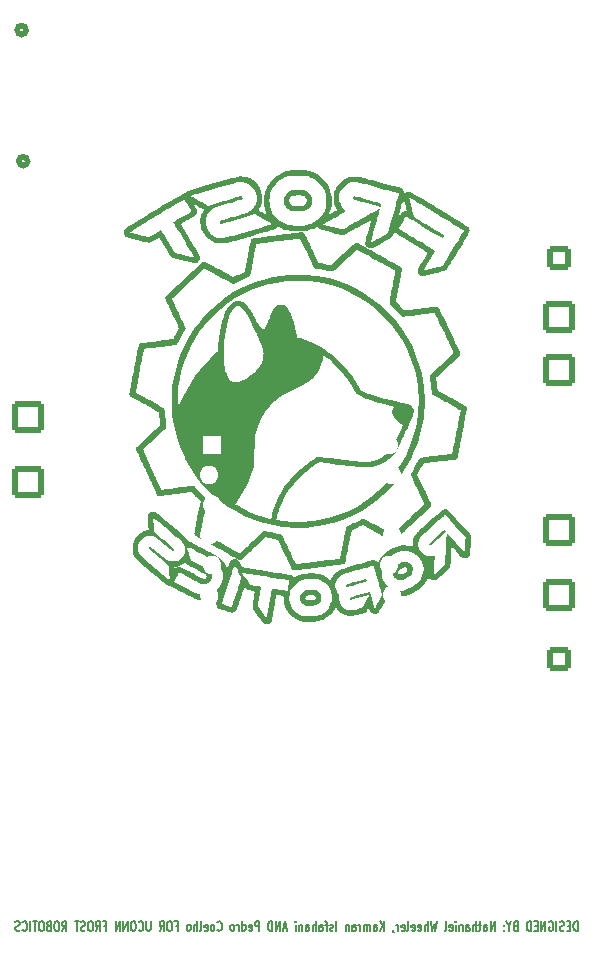
<source format=gbo>
%TF.GenerationSoftware,KiCad,Pcbnew,9.0.0*%
%TF.CreationDate,2025-04-14T19:38:07-04:00*%
%TF.ProjectId,brainfreeze,62726169-6e66-4726-9565-7a652e6b6963,rev?*%
%TF.SameCoordinates,Original*%
%TF.FileFunction,Legend,Bot*%
%TF.FilePolarity,Positive*%
%FSLAX46Y46*%
G04 Gerber Fmt 4.6, Leading zero omitted, Abs format (unit mm)*
G04 Created by KiCad (PCBNEW 9.0.0) date 2025-04-14 19:38:07*
%MOMM*%
%LPD*%
G01*
G04 APERTURE LIST*
G04 Aperture macros list*
%AMRoundRect*
0 Rectangle with rounded corners*
0 $1 Rounding radius*
0 $2 $3 $4 $5 $6 $7 $8 $9 X,Y pos of 4 corners*
0 Add a 4 corners polygon primitive as box body*
4,1,4,$2,$3,$4,$5,$6,$7,$8,$9,$2,$3,0*
0 Add four circle primitives for the rounded corners*
1,1,$1+$1,$2,$3*
1,1,$1+$1,$4,$5*
1,1,$1+$1,$6,$7*
1,1,$1+$1,$8,$9*
0 Add four rect primitives between the rounded corners*
20,1,$1+$1,$2,$3,$4,$5,0*
20,1,$1+$1,$4,$5,$6,$7,0*
20,1,$1+$1,$6,$7,$8,$9,0*
20,1,$1+$1,$8,$9,$2,$3,0*%
G04 Aperture macros list end*
%ADD10C,0.152400*%
%ADD11C,0.000000*%
%ADD12C,0.508000*%
%ADD13RoundRect,0.250000X-1.125000X-1.125000X1.125000X-1.125000X1.125000X1.125000X-1.125000X1.125000X0*%
%ADD14R,1.600000X1.600000*%
%ADD15O,1.600000X1.600000*%
%ADD16RoundRect,0.250001X-0.799999X-0.799999X0.799999X-0.799999X0.799999X0.799999X-0.799999X0.799999X0*%
%ADD17R,1.800000X1.800000*%
%ADD18C,1.800000*%
%ADD19C,1.524000*%
G04 APERTURE END LIST*
D10*
X224049737Y-155484041D02*
X224049737Y-154671241D01*
X224049737Y-154671241D02*
X223899737Y-154671241D01*
X223899737Y-154671241D02*
X223809737Y-154709946D01*
X223809737Y-154709946D02*
X223749737Y-154787356D01*
X223749737Y-154787356D02*
X223719737Y-154864765D01*
X223719737Y-154864765D02*
X223689737Y-155019584D01*
X223689737Y-155019584D02*
X223689737Y-155135698D01*
X223689737Y-155135698D02*
X223719737Y-155290517D01*
X223719737Y-155290517D02*
X223749737Y-155367927D01*
X223749737Y-155367927D02*
X223809737Y-155445337D01*
X223809737Y-155445337D02*
X223899737Y-155484041D01*
X223899737Y-155484041D02*
X224049737Y-155484041D01*
X223419737Y-155058289D02*
X223209737Y-155058289D01*
X223119737Y-155484041D02*
X223419737Y-155484041D01*
X223419737Y-155484041D02*
X223419737Y-154671241D01*
X223419737Y-154671241D02*
X223119737Y-154671241D01*
X222879737Y-155445337D02*
X222789737Y-155484041D01*
X222789737Y-155484041D02*
X222639737Y-155484041D01*
X222639737Y-155484041D02*
X222579737Y-155445337D01*
X222579737Y-155445337D02*
X222549737Y-155406632D01*
X222549737Y-155406632D02*
X222519737Y-155329222D01*
X222519737Y-155329222D02*
X222519737Y-155251813D01*
X222519737Y-155251813D02*
X222549737Y-155174403D01*
X222549737Y-155174403D02*
X222579737Y-155135698D01*
X222579737Y-155135698D02*
X222639737Y-155096994D01*
X222639737Y-155096994D02*
X222759737Y-155058289D01*
X222759737Y-155058289D02*
X222819737Y-155019584D01*
X222819737Y-155019584D02*
X222849737Y-154980879D01*
X222849737Y-154980879D02*
X222879737Y-154903470D01*
X222879737Y-154903470D02*
X222879737Y-154826060D01*
X222879737Y-154826060D02*
X222849737Y-154748651D01*
X222849737Y-154748651D02*
X222819737Y-154709946D01*
X222819737Y-154709946D02*
X222759737Y-154671241D01*
X222759737Y-154671241D02*
X222609737Y-154671241D01*
X222609737Y-154671241D02*
X222519737Y-154709946D01*
X222249737Y-155484041D02*
X222249737Y-154671241D01*
X221619737Y-154709946D02*
X221679737Y-154671241D01*
X221679737Y-154671241D02*
X221769737Y-154671241D01*
X221769737Y-154671241D02*
X221859737Y-154709946D01*
X221859737Y-154709946D02*
X221919737Y-154787356D01*
X221919737Y-154787356D02*
X221949737Y-154864765D01*
X221949737Y-154864765D02*
X221979737Y-155019584D01*
X221979737Y-155019584D02*
X221979737Y-155135698D01*
X221979737Y-155135698D02*
X221949737Y-155290517D01*
X221949737Y-155290517D02*
X221919737Y-155367927D01*
X221919737Y-155367927D02*
X221859737Y-155445337D01*
X221859737Y-155445337D02*
X221769737Y-155484041D01*
X221769737Y-155484041D02*
X221709737Y-155484041D01*
X221709737Y-155484041D02*
X221619737Y-155445337D01*
X221619737Y-155445337D02*
X221589737Y-155406632D01*
X221589737Y-155406632D02*
X221589737Y-155135698D01*
X221589737Y-155135698D02*
X221709737Y-155135698D01*
X221319737Y-155484041D02*
X221319737Y-154671241D01*
X221319737Y-154671241D02*
X220959737Y-155484041D01*
X220959737Y-155484041D02*
X220959737Y-154671241D01*
X220659737Y-155058289D02*
X220449737Y-155058289D01*
X220359737Y-155484041D02*
X220659737Y-155484041D01*
X220659737Y-155484041D02*
X220659737Y-154671241D01*
X220659737Y-154671241D02*
X220359737Y-154671241D01*
X220089737Y-155484041D02*
X220089737Y-154671241D01*
X220089737Y-154671241D02*
X219939737Y-154671241D01*
X219939737Y-154671241D02*
X219849737Y-154709946D01*
X219849737Y-154709946D02*
X219789737Y-154787356D01*
X219789737Y-154787356D02*
X219759737Y-154864765D01*
X219759737Y-154864765D02*
X219729737Y-155019584D01*
X219729737Y-155019584D02*
X219729737Y-155135698D01*
X219729737Y-155135698D02*
X219759737Y-155290517D01*
X219759737Y-155290517D02*
X219789737Y-155367927D01*
X219789737Y-155367927D02*
X219849737Y-155445337D01*
X219849737Y-155445337D02*
X219939737Y-155484041D01*
X219939737Y-155484041D02*
X220089737Y-155484041D01*
X218769737Y-155058289D02*
X218679737Y-155096994D01*
X218679737Y-155096994D02*
X218649737Y-155135698D01*
X218649737Y-155135698D02*
X218619737Y-155213108D01*
X218619737Y-155213108D02*
X218619737Y-155329222D01*
X218619737Y-155329222D02*
X218649737Y-155406632D01*
X218649737Y-155406632D02*
X218679737Y-155445337D01*
X218679737Y-155445337D02*
X218739737Y-155484041D01*
X218739737Y-155484041D02*
X218979737Y-155484041D01*
X218979737Y-155484041D02*
X218979737Y-154671241D01*
X218979737Y-154671241D02*
X218769737Y-154671241D01*
X218769737Y-154671241D02*
X218709737Y-154709946D01*
X218709737Y-154709946D02*
X218679737Y-154748651D01*
X218679737Y-154748651D02*
X218649737Y-154826060D01*
X218649737Y-154826060D02*
X218649737Y-154903470D01*
X218649737Y-154903470D02*
X218679737Y-154980879D01*
X218679737Y-154980879D02*
X218709737Y-155019584D01*
X218709737Y-155019584D02*
X218769737Y-155058289D01*
X218769737Y-155058289D02*
X218979737Y-155058289D01*
X218229737Y-155096994D02*
X218229737Y-155484041D01*
X218439737Y-154671241D02*
X218229737Y-155096994D01*
X218229737Y-155096994D02*
X218019737Y-154671241D01*
X217809737Y-155406632D02*
X217779737Y-155445337D01*
X217779737Y-155445337D02*
X217809737Y-155484041D01*
X217809737Y-155484041D02*
X217839737Y-155445337D01*
X217839737Y-155445337D02*
X217809737Y-155406632D01*
X217809737Y-155406632D02*
X217809737Y-155484041D01*
X217809737Y-154980879D02*
X217779737Y-155019584D01*
X217779737Y-155019584D02*
X217809737Y-155058289D01*
X217809737Y-155058289D02*
X217839737Y-155019584D01*
X217839737Y-155019584D02*
X217809737Y-154980879D01*
X217809737Y-154980879D02*
X217809737Y-155058289D01*
X217029737Y-155484041D02*
X217029737Y-154671241D01*
X217029737Y-154671241D02*
X216669737Y-155484041D01*
X216669737Y-155484041D02*
X216669737Y-154671241D01*
X216099737Y-155484041D02*
X216099737Y-155058289D01*
X216099737Y-155058289D02*
X216129737Y-154980879D01*
X216129737Y-154980879D02*
X216189737Y-154942175D01*
X216189737Y-154942175D02*
X216309737Y-154942175D01*
X216309737Y-154942175D02*
X216369737Y-154980879D01*
X216099737Y-155445337D02*
X216159737Y-155484041D01*
X216159737Y-155484041D02*
X216309737Y-155484041D01*
X216309737Y-155484041D02*
X216369737Y-155445337D01*
X216369737Y-155445337D02*
X216399737Y-155367927D01*
X216399737Y-155367927D02*
X216399737Y-155290517D01*
X216399737Y-155290517D02*
X216369737Y-155213108D01*
X216369737Y-155213108D02*
X216309737Y-155174403D01*
X216309737Y-155174403D02*
X216159737Y-155174403D01*
X216159737Y-155174403D02*
X216099737Y-155135698D01*
X215889737Y-154942175D02*
X215649737Y-154942175D01*
X215799737Y-154671241D02*
X215799737Y-155367927D01*
X215799737Y-155367927D02*
X215769737Y-155445337D01*
X215769737Y-155445337D02*
X215709737Y-155484041D01*
X215709737Y-155484041D02*
X215649737Y-155484041D01*
X215439737Y-155484041D02*
X215439737Y-154671241D01*
X215169737Y-155484041D02*
X215169737Y-155058289D01*
X215169737Y-155058289D02*
X215199737Y-154980879D01*
X215199737Y-154980879D02*
X215259737Y-154942175D01*
X215259737Y-154942175D02*
X215349737Y-154942175D01*
X215349737Y-154942175D02*
X215409737Y-154980879D01*
X215409737Y-154980879D02*
X215439737Y-155019584D01*
X214599737Y-155484041D02*
X214599737Y-155058289D01*
X214599737Y-155058289D02*
X214629737Y-154980879D01*
X214629737Y-154980879D02*
X214689737Y-154942175D01*
X214689737Y-154942175D02*
X214809737Y-154942175D01*
X214809737Y-154942175D02*
X214869737Y-154980879D01*
X214599737Y-155445337D02*
X214659737Y-155484041D01*
X214659737Y-155484041D02*
X214809737Y-155484041D01*
X214809737Y-155484041D02*
X214869737Y-155445337D01*
X214869737Y-155445337D02*
X214899737Y-155367927D01*
X214899737Y-155367927D02*
X214899737Y-155290517D01*
X214899737Y-155290517D02*
X214869737Y-155213108D01*
X214869737Y-155213108D02*
X214809737Y-155174403D01*
X214809737Y-155174403D02*
X214659737Y-155174403D01*
X214659737Y-155174403D02*
X214599737Y-155135698D01*
X214299737Y-154942175D02*
X214299737Y-155484041D01*
X214299737Y-155019584D02*
X214269737Y-154980879D01*
X214269737Y-154980879D02*
X214209737Y-154942175D01*
X214209737Y-154942175D02*
X214119737Y-154942175D01*
X214119737Y-154942175D02*
X214059737Y-154980879D01*
X214059737Y-154980879D02*
X214029737Y-155058289D01*
X214029737Y-155058289D02*
X214029737Y-155484041D01*
X213729737Y-155484041D02*
X213729737Y-154942175D01*
X213729737Y-154671241D02*
X213759737Y-154709946D01*
X213759737Y-154709946D02*
X213729737Y-154748651D01*
X213729737Y-154748651D02*
X213699737Y-154709946D01*
X213699737Y-154709946D02*
X213729737Y-154671241D01*
X213729737Y-154671241D02*
X213729737Y-154748651D01*
X213189737Y-155445337D02*
X213249737Y-155484041D01*
X213249737Y-155484041D02*
X213369737Y-155484041D01*
X213369737Y-155484041D02*
X213429737Y-155445337D01*
X213429737Y-155445337D02*
X213459737Y-155367927D01*
X213459737Y-155367927D02*
X213459737Y-155058289D01*
X213459737Y-155058289D02*
X213429737Y-154980879D01*
X213429737Y-154980879D02*
X213369737Y-154942175D01*
X213369737Y-154942175D02*
X213249737Y-154942175D01*
X213249737Y-154942175D02*
X213189737Y-154980879D01*
X213189737Y-154980879D02*
X213159737Y-155058289D01*
X213159737Y-155058289D02*
X213159737Y-155135698D01*
X213159737Y-155135698D02*
X213459737Y-155213108D01*
X212799737Y-155484041D02*
X212859737Y-155445337D01*
X212859737Y-155445337D02*
X212889737Y-155367927D01*
X212889737Y-155367927D02*
X212889737Y-154671241D01*
X212139737Y-154671241D02*
X211989737Y-155484041D01*
X211989737Y-155484041D02*
X211869737Y-154903470D01*
X211869737Y-154903470D02*
X211749737Y-155484041D01*
X211749737Y-155484041D02*
X211599737Y-154671241D01*
X211359737Y-155484041D02*
X211359737Y-154671241D01*
X211089737Y-155484041D02*
X211089737Y-155058289D01*
X211089737Y-155058289D02*
X211119737Y-154980879D01*
X211119737Y-154980879D02*
X211179737Y-154942175D01*
X211179737Y-154942175D02*
X211269737Y-154942175D01*
X211269737Y-154942175D02*
X211329737Y-154980879D01*
X211329737Y-154980879D02*
X211359737Y-155019584D01*
X210549737Y-155445337D02*
X210609737Y-155484041D01*
X210609737Y-155484041D02*
X210729737Y-155484041D01*
X210729737Y-155484041D02*
X210789737Y-155445337D01*
X210789737Y-155445337D02*
X210819737Y-155367927D01*
X210819737Y-155367927D02*
X210819737Y-155058289D01*
X210819737Y-155058289D02*
X210789737Y-154980879D01*
X210789737Y-154980879D02*
X210729737Y-154942175D01*
X210729737Y-154942175D02*
X210609737Y-154942175D01*
X210609737Y-154942175D02*
X210549737Y-154980879D01*
X210549737Y-154980879D02*
X210519737Y-155058289D01*
X210519737Y-155058289D02*
X210519737Y-155135698D01*
X210519737Y-155135698D02*
X210819737Y-155213108D01*
X210009737Y-155445337D02*
X210069737Y-155484041D01*
X210069737Y-155484041D02*
X210189737Y-155484041D01*
X210189737Y-155484041D02*
X210249737Y-155445337D01*
X210249737Y-155445337D02*
X210279737Y-155367927D01*
X210279737Y-155367927D02*
X210279737Y-155058289D01*
X210279737Y-155058289D02*
X210249737Y-154980879D01*
X210249737Y-154980879D02*
X210189737Y-154942175D01*
X210189737Y-154942175D02*
X210069737Y-154942175D01*
X210069737Y-154942175D02*
X210009737Y-154980879D01*
X210009737Y-154980879D02*
X209979737Y-155058289D01*
X209979737Y-155058289D02*
X209979737Y-155135698D01*
X209979737Y-155135698D02*
X210279737Y-155213108D01*
X209619737Y-155484041D02*
X209679737Y-155445337D01*
X209679737Y-155445337D02*
X209709737Y-155367927D01*
X209709737Y-155367927D02*
X209709737Y-154671241D01*
X209139737Y-155445337D02*
X209199737Y-155484041D01*
X209199737Y-155484041D02*
X209319737Y-155484041D01*
X209319737Y-155484041D02*
X209379737Y-155445337D01*
X209379737Y-155445337D02*
X209409737Y-155367927D01*
X209409737Y-155367927D02*
X209409737Y-155058289D01*
X209409737Y-155058289D02*
X209379737Y-154980879D01*
X209379737Y-154980879D02*
X209319737Y-154942175D01*
X209319737Y-154942175D02*
X209199737Y-154942175D01*
X209199737Y-154942175D02*
X209139737Y-154980879D01*
X209139737Y-154980879D02*
X209109737Y-155058289D01*
X209109737Y-155058289D02*
X209109737Y-155135698D01*
X209109737Y-155135698D02*
X209409737Y-155213108D01*
X208839737Y-155484041D02*
X208839737Y-154942175D01*
X208839737Y-155096994D02*
X208809737Y-155019584D01*
X208809737Y-155019584D02*
X208779737Y-154980879D01*
X208779737Y-154980879D02*
X208719737Y-154942175D01*
X208719737Y-154942175D02*
X208659737Y-154942175D01*
X208419737Y-155445337D02*
X208419737Y-155484041D01*
X208419737Y-155484041D02*
X208449737Y-155561451D01*
X208449737Y-155561451D02*
X208479737Y-155600156D01*
X207669737Y-155484041D02*
X207669737Y-154671241D01*
X207309737Y-155484041D02*
X207579737Y-155019584D01*
X207309737Y-154671241D02*
X207669737Y-155135698D01*
X206769737Y-155484041D02*
X206769737Y-155058289D01*
X206769737Y-155058289D02*
X206799737Y-154980879D01*
X206799737Y-154980879D02*
X206859737Y-154942175D01*
X206859737Y-154942175D02*
X206979737Y-154942175D01*
X206979737Y-154942175D02*
X207039737Y-154980879D01*
X206769737Y-155445337D02*
X206829737Y-155484041D01*
X206829737Y-155484041D02*
X206979737Y-155484041D01*
X206979737Y-155484041D02*
X207039737Y-155445337D01*
X207039737Y-155445337D02*
X207069737Y-155367927D01*
X207069737Y-155367927D02*
X207069737Y-155290517D01*
X207069737Y-155290517D02*
X207039737Y-155213108D01*
X207039737Y-155213108D02*
X206979737Y-155174403D01*
X206979737Y-155174403D02*
X206829737Y-155174403D01*
X206829737Y-155174403D02*
X206769737Y-155135698D01*
X206469737Y-155484041D02*
X206469737Y-154942175D01*
X206469737Y-155019584D02*
X206439737Y-154980879D01*
X206439737Y-154980879D02*
X206379737Y-154942175D01*
X206379737Y-154942175D02*
X206289737Y-154942175D01*
X206289737Y-154942175D02*
X206229737Y-154980879D01*
X206229737Y-154980879D02*
X206199737Y-155058289D01*
X206199737Y-155058289D02*
X206199737Y-155484041D01*
X206199737Y-155058289D02*
X206169737Y-154980879D01*
X206169737Y-154980879D02*
X206109737Y-154942175D01*
X206109737Y-154942175D02*
X206019737Y-154942175D01*
X206019737Y-154942175D02*
X205959737Y-154980879D01*
X205959737Y-154980879D02*
X205929737Y-155058289D01*
X205929737Y-155058289D02*
X205929737Y-155484041D01*
X205629737Y-155484041D02*
X205629737Y-154942175D01*
X205629737Y-155096994D02*
X205599737Y-155019584D01*
X205599737Y-155019584D02*
X205569737Y-154980879D01*
X205569737Y-154980879D02*
X205509737Y-154942175D01*
X205509737Y-154942175D02*
X205449737Y-154942175D01*
X204969737Y-155484041D02*
X204969737Y-155058289D01*
X204969737Y-155058289D02*
X204999737Y-154980879D01*
X204999737Y-154980879D02*
X205059737Y-154942175D01*
X205059737Y-154942175D02*
X205179737Y-154942175D01*
X205179737Y-154942175D02*
X205239737Y-154980879D01*
X204969737Y-155445337D02*
X205029737Y-155484041D01*
X205029737Y-155484041D02*
X205179737Y-155484041D01*
X205179737Y-155484041D02*
X205239737Y-155445337D01*
X205239737Y-155445337D02*
X205269737Y-155367927D01*
X205269737Y-155367927D02*
X205269737Y-155290517D01*
X205269737Y-155290517D02*
X205239737Y-155213108D01*
X205239737Y-155213108D02*
X205179737Y-155174403D01*
X205179737Y-155174403D02*
X205029737Y-155174403D01*
X205029737Y-155174403D02*
X204969737Y-155135698D01*
X204669737Y-154942175D02*
X204669737Y-155484041D01*
X204669737Y-155019584D02*
X204639737Y-154980879D01*
X204639737Y-154980879D02*
X204579737Y-154942175D01*
X204579737Y-154942175D02*
X204489737Y-154942175D01*
X204489737Y-154942175D02*
X204429737Y-154980879D01*
X204429737Y-154980879D02*
X204399737Y-155058289D01*
X204399737Y-155058289D02*
X204399737Y-155484041D01*
X203619737Y-155484041D02*
X203619737Y-154671241D01*
X203349737Y-155445337D02*
X203289737Y-155484041D01*
X203289737Y-155484041D02*
X203169737Y-155484041D01*
X203169737Y-155484041D02*
X203109737Y-155445337D01*
X203109737Y-155445337D02*
X203079737Y-155367927D01*
X203079737Y-155367927D02*
X203079737Y-155329222D01*
X203079737Y-155329222D02*
X203109737Y-155251813D01*
X203109737Y-155251813D02*
X203169737Y-155213108D01*
X203169737Y-155213108D02*
X203259737Y-155213108D01*
X203259737Y-155213108D02*
X203319737Y-155174403D01*
X203319737Y-155174403D02*
X203349737Y-155096994D01*
X203349737Y-155096994D02*
X203349737Y-155058289D01*
X203349737Y-155058289D02*
X203319737Y-154980879D01*
X203319737Y-154980879D02*
X203259737Y-154942175D01*
X203259737Y-154942175D02*
X203169737Y-154942175D01*
X203169737Y-154942175D02*
X203109737Y-154980879D01*
X202899737Y-154942175D02*
X202659737Y-154942175D01*
X202809737Y-155484041D02*
X202809737Y-154787356D01*
X202809737Y-154787356D02*
X202779737Y-154709946D01*
X202779737Y-154709946D02*
X202719737Y-154671241D01*
X202719737Y-154671241D02*
X202659737Y-154671241D01*
X202179737Y-155484041D02*
X202179737Y-155058289D01*
X202179737Y-155058289D02*
X202209737Y-154980879D01*
X202209737Y-154980879D02*
X202269737Y-154942175D01*
X202269737Y-154942175D02*
X202389737Y-154942175D01*
X202389737Y-154942175D02*
X202449737Y-154980879D01*
X202179737Y-155445337D02*
X202239737Y-155484041D01*
X202239737Y-155484041D02*
X202389737Y-155484041D01*
X202389737Y-155484041D02*
X202449737Y-155445337D01*
X202449737Y-155445337D02*
X202479737Y-155367927D01*
X202479737Y-155367927D02*
X202479737Y-155290517D01*
X202479737Y-155290517D02*
X202449737Y-155213108D01*
X202449737Y-155213108D02*
X202389737Y-155174403D01*
X202389737Y-155174403D02*
X202239737Y-155174403D01*
X202239737Y-155174403D02*
X202179737Y-155135698D01*
X201879737Y-155484041D02*
X201879737Y-154671241D01*
X201609737Y-155484041D02*
X201609737Y-155058289D01*
X201609737Y-155058289D02*
X201639737Y-154980879D01*
X201639737Y-154980879D02*
X201699737Y-154942175D01*
X201699737Y-154942175D02*
X201789737Y-154942175D01*
X201789737Y-154942175D02*
X201849737Y-154980879D01*
X201849737Y-154980879D02*
X201879737Y-155019584D01*
X201039737Y-155484041D02*
X201039737Y-155058289D01*
X201039737Y-155058289D02*
X201069737Y-154980879D01*
X201069737Y-154980879D02*
X201129737Y-154942175D01*
X201129737Y-154942175D02*
X201249737Y-154942175D01*
X201249737Y-154942175D02*
X201309737Y-154980879D01*
X201039737Y-155445337D02*
X201099737Y-155484041D01*
X201099737Y-155484041D02*
X201249737Y-155484041D01*
X201249737Y-155484041D02*
X201309737Y-155445337D01*
X201309737Y-155445337D02*
X201339737Y-155367927D01*
X201339737Y-155367927D02*
X201339737Y-155290517D01*
X201339737Y-155290517D02*
X201309737Y-155213108D01*
X201309737Y-155213108D02*
X201249737Y-155174403D01*
X201249737Y-155174403D02*
X201099737Y-155174403D01*
X201099737Y-155174403D02*
X201039737Y-155135698D01*
X200739737Y-154942175D02*
X200739737Y-155484041D01*
X200739737Y-155019584D02*
X200709737Y-154980879D01*
X200709737Y-154980879D02*
X200649737Y-154942175D01*
X200649737Y-154942175D02*
X200559737Y-154942175D01*
X200559737Y-154942175D02*
X200499737Y-154980879D01*
X200499737Y-154980879D02*
X200469737Y-155058289D01*
X200469737Y-155058289D02*
X200469737Y-155484041D01*
X200169737Y-155484041D02*
X200169737Y-154942175D01*
X200169737Y-154671241D02*
X200199737Y-154709946D01*
X200199737Y-154709946D02*
X200169737Y-154748651D01*
X200169737Y-154748651D02*
X200139737Y-154709946D01*
X200139737Y-154709946D02*
X200169737Y-154671241D01*
X200169737Y-154671241D02*
X200169737Y-154748651D01*
X199419737Y-155251813D02*
X199119737Y-155251813D01*
X199479737Y-155484041D02*
X199269737Y-154671241D01*
X199269737Y-154671241D02*
X199059737Y-155484041D01*
X198849737Y-155484041D02*
X198849737Y-154671241D01*
X198849737Y-154671241D02*
X198489737Y-155484041D01*
X198489737Y-155484041D02*
X198489737Y-154671241D01*
X198189737Y-155484041D02*
X198189737Y-154671241D01*
X198189737Y-154671241D02*
X198039737Y-154671241D01*
X198039737Y-154671241D02*
X197949737Y-154709946D01*
X197949737Y-154709946D02*
X197889737Y-154787356D01*
X197889737Y-154787356D02*
X197859737Y-154864765D01*
X197859737Y-154864765D02*
X197829737Y-155019584D01*
X197829737Y-155019584D02*
X197829737Y-155135698D01*
X197829737Y-155135698D02*
X197859737Y-155290517D01*
X197859737Y-155290517D02*
X197889737Y-155367927D01*
X197889737Y-155367927D02*
X197949737Y-155445337D01*
X197949737Y-155445337D02*
X198039737Y-155484041D01*
X198039737Y-155484041D02*
X198189737Y-155484041D01*
X197079737Y-155484041D02*
X197079737Y-154671241D01*
X197079737Y-154671241D02*
X196839737Y-154671241D01*
X196839737Y-154671241D02*
X196779737Y-154709946D01*
X196779737Y-154709946D02*
X196749737Y-154748651D01*
X196749737Y-154748651D02*
X196719737Y-154826060D01*
X196719737Y-154826060D02*
X196719737Y-154942175D01*
X196719737Y-154942175D02*
X196749737Y-155019584D01*
X196749737Y-155019584D02*
X196779737Y-155058289D01*
X196779737Y-155058289D02*
X196839737Y-155096994D01*
X196839737Y-155096994D02*
X197079737Y-155096994D01*
X196209737Y-155445337D02*
X196269737Y-155484041D01*
X196269737Y-155484041D02*
X196389737Y-155484041D01*
X196389737Y-155484041D02*
X196449737Y-155445337D01*
X196449737Y-155445337D02*
X196479737Y-155367927D01*
X196479737Y-155367927D02*
X196479737Y-155058289D01*
X196479737Y-155058289D02*
X196449737Y-154980879D01*
X196449737Y-154980879D02*
X196389737Y-154942175D01*
X196389737Y-154942175D02*
X196269737Y-154942175D01*
X196269737Y-154942175D02*
X196209737Y-154980879D01*
X196209737Y-154980879D02*
X196179737Y-155058289D01*
X196179737Y-155058289D02*
X196179737Y-155135698D01*
X196179737Y-155135698D02*
X196479737Y-155213108D01*
X195639737Y-155484041D02*
X195639737Y-154671241D01*
X195639737Y-155445337D02*
X195699737Y-155484041D01*
X195699737Y-155484041D02*
X195819737Y-155484041D01*
X195819737Y-155484041D02*
X195879737Y-155445337D01*
X195879737Y-155445337D02*
X195909737Y-155406632D01*
X195909737Y-155406632D02*
X195939737Y-155329222D01*
X195939737Y-155329222D02*
X195939737Y-155096994D01*
X195939737Y-155096994D02*
X195909737Y-155019584D01*
X195909737Y-155019584D02*
X195879737Y-154980879D01*
X195879737Y-154980879D02*
X195819737Y-154942175D01*
X195819737Y-154942175D02*
X195699737Y-154942175D01*
X195699737Y-154942175D02*
X195639737Y-154980879D01*
X195339737Y-155484041D02*
X195339737Y-154942175D01*
X195339737Y-155096994D02*
X195309737Y-155019584D01*
X195309737Y-155019584D02*
X195279737Y-154980879D01*
X195279737Y-154980879D02*
X195219737Y-154942175D01*
X195219737Y-154942175D02*
X195159737Y-154942175D01*
X194859737Y-155484041D02*
X194919737Y-155445337D01*
X194919737Y-155445337D02*
X194949737Y-155406632D01*
X194949737Y-155406632D02*
X194979737Y-155329222D01*
X194979737Y-155329222D02*
X194979737Y-155096994D01*
X194979737Y-155096994D02*
X194949737Y-155019584D01*
X194949737Y-155019584D02*
X194919737Y-154980879D01*
X194919737Y-154980879D02*
X194859737Y-154942175D01*
X194859737Y-154942175D02*
X194769737Y-154942175D01*
X194769737Y-154942175D02*
X194709737Y-154980879D01*
X194709737Y-154980879D02*
X194679737Y-155019584D01*
X194679737Y-155019584D02*
X194649737Y-155096994D01*
X194649737Y-155096994D02*
X194649737Y-155329222D01*
X194649737Y-155329222D02*
X194679737Y-155406632D01*
X194679737Y-155406632D02*
X194709737Y-155445337D01*
X194709737Y-155445337D02*
X194769737Y-155484041D01*
X194769737Y-155484041D02*
X194859737Y-155484041D01*
X193539737Y-155406632D02*
X193569737Y-155445337D01*
X193569737Y-155445337D02*
X193659737Y-155484041D01*
X193659737Y-155484041D02*
X193719737Y-155484041D01*
X193719737Y-155484041D02*
X193809737Y-155445337D01*
X193809737Y-155445337D02*
X193869737Y-155367927D01*
X193869737Y-155367927D02*
X193899737Y-155290517D01*
X193899737Y-155290517D02*
X193929737Y-155135698D01*
X193929737Y-155135698D02*
X193929737Y-155019584D01*
X193929737Y-155019584D02*
X193899737Y-154864765D01*
X193899737Y-154864765D02*
X193869737Y-154787356D01*
X193869737Y-154787356D02*
X193809737Y-154709946D01*
X193809737Y-154709946D02*
X193719737Y-154671241D01*
X193719737Y-154671241D02*
X193659737Y-154671241D01*
X193659737Y-154671241D02*
X193569737Y-154709946D01*
X193569737Y-154709946D02*
X193539737Y-154748651D01*
X193179737Y-155484041D02*
X193239737Y-155445337D01*
X193239737Y-155445337D02*
X193269737Y-155406632D01*
X193269737Y-155406632D02*
X193299737Y-155329222D01*
X193299737Y-155329222D02*
X193299737Y-155096994D01*
X193299737Y-155096994D02*
X193269737Y-155019584D01*
X193269737Y-155019584D02*
X193239737Y-154980879D01*
X193239737Y-154980879D02*
X193179737Y-154942175D01*
X193179737Y-154942175D02*
X193089737Y-154942175D01*
X193089737Y-154942175D02*
X193029737Y-154980879D01*
X193029737Y-154980879D02*
X192999737Y-155019584D01*
X192999737Y-155019584D02*
X192969737Y-155096994D01*
X192969737Y-155096994D02*
X192969737Y-155329222D01*
X192969737Y-155329222D02*
X192999737Y-155406632D01*
X192999737Y-155406632D02*
X193029737Y-155445337D01*
X193029737Y-155445337D02*
X193089737Y-155484041D01*
X193089737Y-155484041D02*
X193179737Y-155484041D01*
X192459737Y-155445337D02*
X192519737Y-155484041D01*
X192519737Y-155484041D02*
X192639737Y-155484041D01*
X192639737Y-155484041D02*
X192699737Y-155445337D01*
X192699737Y-155445337D02*
X192729737Y-155367927D01*
X192729737Y-155367927D02*
X192729737Y-155058289D01*
X192729737Y-155058289D02*
X192699737Y-154980879D01*
X192699737Y-154980879D02*
X192639737Y-154942175D01*
X192639737Y-154942175D02*
X192519737Y-154942175D01*
X192519737Y-154942175D02*
X192459737Y-154980879D01*
X192459737Y-154980879D02*
X192429737Y-155058289D01*
X192429737Y-155058289D02*
X192429737Y-155135698D01*
X192429737Y-155135698D02*
X192729737Y-155213108D01*
X192069737Y-155484041D02*
X192129737Y-155445337D01*
X192129737Y-155445337D02*
X192159737Y-155367927D01*
X192159737Y-155367927D02*
X192159737Y-154671241D01*
X191829737Y-155484041D02*
X191829737Y-154671241D01*
X191559737Y-155484041D02*
X191559737Y-155058289D01*
X191559737Y-155058289D02*
X191589737Y-154980879D01*
X191589737Y-154980879D02*
X191649737Y-154942175D01*
X191649737Y-154942175D02*
X191739737Y-154942175D01*
X191739737Y-154942175D02*
X191799737Y-154980879D01*
X191799737Y-154980879D02*
X191829737Y-155019584D01*
X191169737Y-155484041D02*
X191229737Y-155445337D01*
X191229737Y-155445337D02*
X191259737Y-155406632D01*
X191259737Y-155406632D02*
X191289737Y-155329222D01*
X191289737Y-155329222D02*
X191289737Y-155096994D01*
X191289737Y-155096994D02*
X191259737Y-155019584D01*
X191259737Y-155019584D02*
X191229737Y-154980879D01*
X191229737Y-154980879D02*
X191169737Y-154942175D01*
X191169737Y-154942175D02*
X191079737Y-154942175D01*
X191079737Y-154942175D02*
X191019737Y-154980879D01*
X191019737Y-154980879D02*
X190989737Y-155019584D01*
X190989737Y-155019584D02*
X190959737Y-155096994D01*
X190959737Y-155096994D02*
X190959737Y-155329222D01*
X190959737Y-155329222D02*
X190989737Y-155406632D01*
X190989737Y-155406632D02*
X191019737Y-155445337D01*
X191019737Y-155445337D02*
X191079737Y-155484041D01*
X191079737Y-155484041D02*
X191169737Y-155484041D01*
X189999737Y-155058289D02*
X190209737Y-155058289D01*
X190209737Y-155484041D02*
X190209737Y-154671241D01*
X190209737Y-154671241D02*
X189909737Y-154671241D01*
X189549737Y-154671241D02*
X189429737Y-154671241D01*
X189429737Y-154671241D02*
X189369737Y-154709946D01*
X189369737Y-154709946D02*
X189309737Y-154787356D01*
X189309737Y-154787356D02*
X189279737Y-154942175D01*
X189279737Y-154942175D02*
X189279737Y-155213108D01*
X189279737Y-155213108D02*
X189309737Y-155367927D01*
X189309737Y-155367927D02*
X189369737Y-155445337D01*
X189369737Y-155445337D02*
X189429737Y-155484041D01*
X189429737Y-155484041D02*
X189549737Y-155484041D01*
X189549737Y-155484041D02*
X189609737Y-155445337D01*
X189609737Y-155445337D02*
X189669737Y-155367927D01*
X189669737Y-155367927D02*
X189699737Y-155213108D01*
X189699737Y-155213108D02*
X189699737Y-154942175D01*
X189699737Y-154942175D02*
X189669737Y-154787356D01*
X189669737Y-154787356D02*
X189609737Y-154709946D01*
X189609737Y-154709946D02*
X189549737Y-154671241D01*
X188649737Y-155484041D02*
X188859737Y-155096994D01*
X189009737Y-155484041D02*
X189009737Y-154671241D01*
X189009737Y-154671241D02*
X188769737Y-154671241D01*
X188769737Y-154671241D02*
X188709737Y-154709946D01*
X188709737Y-154709946D02*
X188679737Y-154748651D01*
X188679737Y-154748651D02*
X188649737Y-154826060D01*
X188649737Y-154826060D02*
X188649737Y-154942175D01*
X188649737Y-154942175D02*
X188679737Y-155019584D01*
X188679737Y-155019584D02*
X188709737Y-155058289D01*
X188709737Y-155058289D02*
X188769737Y-155096994D01*
X188769737Y-155096994D02*
X189009737Y-155096994D01*
X187899737Y-154671241D02*
X187899737Y-155329222D01*
X187899737Y-155329222D02*
X187869737Y-155406632D01*
X187869737Y-155406632D02*
X187839737Y-155445337D01*
X187839737Y-155445337D02*
X187779737Y-155484041D01*
X187779737Y-155484041D02*
X187659737Y-155484041D01*
X187659737Y-155484041D02*
X187599737Y-155445337D01*
X187599737Y-155445337D02*
X187569737Y-155406632D01*
X187569737Y-155406632D02*
X187539737Y-155329222D01*
X187539737Y-155329222D02*
X187539737Y-154671241D01*
X186879737Y-155406632D02*
X186909737Y-155445337D01*
X186909737Y-155445337D02*
X186999737Y-155484041D01*
X186999737Y-155484041D02*
X187059737Y-155484041D01*
X187059737Y-155484041D02*
X187149737Y-155445337D01*
X187149737Y-155445337D02*
X187209737Y-155367927D01*
X187209737Y-155367927D02*
X187239737Y-155290517D01*
X187239737Y-155290517D02*
X187269737Y-155135698D01*
X187269737Y-155135698D02*
X187269737Y-155019584D01*
X187269737Y-155019584D02*
X187239737Y-154864765D01*
X187239737Y-154864765D02*
X187209737Y-154787356D01*
X187209737Y-154787356D02*
X187149737Y-154709946D01*
X187149737Y-154709946D02*
X187059737Y-154671241D01*
X187059737Y-154671241D02*
X186999737Y-154671241D01*
X186999737Y-154671241D02*
X186909737Y-154709946D01*
X186909737Y-154709946D02*
X186879737Y-154748651D01*
X186489737Y-154671241D02*
X186369737Y-154671241D01*
X186369737Y-154671241D02*
X186309737Y-154709946D01*
X186309737Y-154709946D02*
X186249737Y-154787356D01*
X186249737Y-154787356D02*
X186219737Y-154942175D01*
X186219737Y-154942175D02*
X186219737Y-155213108D01*
X186219737Y-155213108D02*
X186249737Y-155367927D01*
X186249737Y-155367927D02*
X186309737Y-155445337D01*
X186309737Y-155445337D02*
X186369737Y-155484041D01*
X186369737Y-155484041D02*
X186489737Y-155484041D01*
X186489737Y-155484041D02*
X186549737Y-155445337D01*
X186549737Y-155445337D02*
X186609737Y-155367927D01*
X186609737Y-155367927D02*
X186639737Y-155213108D01*
X186639737Y-155213108D02*
X186639737Y-154942175D01*
X186639737Y-154942175D02*
X186609737Y-154787356D01*
X186609737Y-154787356D02*
X186549737Y-154709946D01*
X186549737Y-154709946D02*
X186489737Y-154671241D01*
X185949737Y-155484041D02*
X185949737Y-154671241D01*
X185949737Y-154671241D02*
X185589737Y-155484041D01*
X185589737Y-155484041D02*
X185589737Y-154671241D01*
X185289737Y-155484041D02*
X185289737Y-154671241D01*
X185289737Y-154671241D02*
X184929737Y-155484041D01*
X184929737Y-155484041D02*
X184929737Y-154671241D01*
X183939737Y-155058289D02*
X184149737Y-155058289D01*
X184149737Y-155484041D02*
X184149737Y-154671241D01*
X184149737Y-154671241D02*
X183849737Y-154671241D01*
X183249737Y-155484041D02*
X183459737Y-155096994D01*
X183609737Y-155484041D02*
X183609737Y-154671241D01*
X183609737Y-154671241D02*
X183369737Y-154671241D01*
X183369737Y-154671241D02*
X183309737Y-154709946D01*
X183309737Y-154709946D02*
X183279737Y-154748651D01*
X183279737Y-154748651D02*
X183249737Y-154826060D01*
X183249737Y-154826060D02*
X183249737Y-154942175D01*
X183249737Y-154942175D02*
X183279737Y-155019584D01*
X183279737Y-155019584D02*
X183309737Y-155058289D01*
X183309737Y-155058289D02*
X183369737Y-155096994D01*
X183369737Y-155096994D02*
X183609737Y-155096994D01*
X182859737Y-154671241D02*
X182739737Y-154671241D01*
X182739737Y-154671241D02*
X182679737Y-154709946D01*
X182679737Y-154709946D02*
X182619737Y-154787356D01*
X182619737Y-154787356D02*
X182589737Y-154942175D01*
X182589737Y-154942175D02*
X182589737Y-155213108D01*
X182589737Y-155213108D02*
X182619737Y-155367927D01*
X182619737Y-155367927D02*
X182679737Y-155445337D01*
X182679737Y-155445337D02*
X182739737Y-155484041D01*
X182739737Y-155484041D02*
X182859737Y-155484041D01*
X182859737Y-155484041D02*
X182919737Y-155445337D01*
X182919737Y-155445337D02*
X182979737Y-155367927D01*
X182979737Y-155367927D02*
X183009737Y-155213108D01*
X183009737Y-155213108D02*
X183009737Y-154942175D01*
X183009737Y-154942175D02*
X182979737Y-154787356D01*
X182979737Y-154787356D02*
X182919737Y-154709946D01*
X182919737Y-154709946D02*
X182859737Y-154671241D01*
X182349737Y-155445337D02*
X182259737Y-155484041D01*
X182259737Y-155484041D02*
X182109737Y-155484041D01*
X182109737Y-155484041D02*
X182049737Y-155445337D01*
X182049737Y-155445337D02*
X182019737Y-155406632D01*
X182019737Y-155406632D02*
X181989737Y-155329222D01*
X181989737Y-155329222D02*
X181989737Y-155251813D01*
X181989737Y-155251813D02*
X182019737Y-155174403D01*
X182019737Y-155174403D02*
X182049737Y-155135698D01*
X182049737Y-155135698D02*
X182109737Y-155096994D01*
X182109737Y-155096994D02*
X182229737Y-155058289D01*
X182229737Y-155058289D02*
X182289737Y-155019584D01*
X182289737Y-155019584D02*
X182319737Y-154980879D01*
X182319737Y-154980879D02*
X182349737Y-154903470D01*
X182349737Y-154903470D02*
X182349737Y-154826060D01*
X182349737Y-154826060D02*
X182319737Y-154748651D01*
X182319737Y-154748651D02*
X182289737Y-154709946D01*
X182289737Y-154709946D02*
X182229737Y-154671241D01*
X182229737Y-154671241D02*
X182079737Y-154671241D01*
X182079737Y-154671241D02*
X181989737Y-154709946D01*
X181809737Y-154671241D02*
X181449737Y-154671241D01*
X181629737Y-155484041D02*
X181629737Y-154671241D01*
X180399737Y-155484041D02*
X180609737Y-155096994D01*
X180759737Y-155484041D02*
X180759737Y-154671241D01*
X180759737Y-154671241D02*
X180519737Y-154671241D01*
X180519737Y-154671241D02*
X180459737Y-154709946D01*
X180459737Y-154709946D02*
X180429737Y-154748651D01*
X180429737Y-154748651D02*
X180399737Y-154826060D01*
X180399737Y-154826060D02*
X180399737Y-154942175D01*
X180399737Y-154942175D02*
X180429737Y-155019584D01*
X180429737Y-155019584D02*
X180459737Y-155058289D01*
X180459737Y-155058289D02*
X180519737Y-155096994D01*
X180519737Y-155096994D02*
X180759737Y-155096994D01*
X180009737Y-154671241D02*
X179889737Y-154671241D01*
X179889737Y-154671241D02*
X179829737Y-154709946D01*
X179829737Y-154709946D02*
X179769737Y-154787356D01*
X179769737Y-154787356D02*
X179739737Y-154942175D01*
X179739737Y-154942175D02*
X179739737Y-155213108D01*
X179739737Y-155213108D02*
X179769737Y-155367927D01*
X179769737Y-155367927D02*
X179829737Y-155445337D01*
X179829737Y-155445337D02*
X179889737Y-155484041D01*
X179889737Y-155484041D02*
X180009737Y-155484041D01*
X180009737Y-155484041D02*
X180069737Y-155445337D01*
X180069737Y-155445337D02*
X180129737Y-155367927D01*
X180129737Y-155367927D02*
X180159737Y-155213108D01*
X180159737Y-155213108D02*
X180159737Y-154942175D01*
X180159737Y-154942175D02*
X180129737Y-154787356D01*
X180129737Y-154787356D02*
X180069737Y-154709946D01*
X180069737Y-154709946D02*
X180009737Y-154671241D01*
X179259737Y-155058289D02*
X179169737Y-155096994D01*
X179169737Y-155096994D02*
X179139737Y-155135698D01*
X179139737Y-155135698D02*
X179109737Y-155213108D01*
X179109737Y-155213108D02*
X179109737Y-155329222D01*
X179109737Y-155329222D02*
X179139737Y-155406632D01*
X179139737Y-155406632D02*
X179169737Y-155445337D01*
X179169737Y-155445337D02*
X179229737Y-155484041D01*
X179229737Y-155484041D02*
X179469737Y-155484041D01*
X179469737Y-155484041D02*
X179469737Y-154671241D01*
X179469737Y-154671241D02*
X179259737Y-154671241D01*
X179259737Y-154671241D02*
X179199737Y-154709946D01*
X179199737Y-154709946D02*
X179169737Y-154748651D01*
X179169737Y-154748651D02*
X179139737Y-154826060D01*
X179139737Y-154826060D02*
X179139737Y-154903470D01*
X179139737Y-154903470D02*
X179169737Y-154980879D01*
X179169737Y-154980879D02*
X179199737Y-155019584D01*
X179199737Y-155019584D02*
X179259737Y-155058289D01*
X179259737Y-155058289D02*
X179469737Y-155058289D01*
X178719737Y-154671241D02*
X178599737Y-154671241D01*
X178599737Y-154671241D02*
X178539737Y-154709946D01*
X178539737Y-154709946D02*
X178479737Y-154787356D01*
X178479737Y-154787356D02*
X178449737Y-154942175D01*
X178449737Y-154942175D02*
X178449737Y-155213108D01*
X178449737Y-155213108D02*
X178479737Y-155367927D01*
X178479737Y-155367927D02*
X178539737Y-155445337D01*
X178539737Y-155445337D02*
X178599737Y-155484041D01*
X178599737Y-155484041D02*
X178719737Y-155484041D01*
X178719737Y-155484041D02*
X178779737Y-155445337D01*
X178779737Y-155445337D02*
X178839737Y-155367927D01*
X178839737Y-155367927D02*
X178869737Y-155213108D01*
X178869737Y-155213108D02*
X178869737Y-154942175D01*
X178869737Y-154942175D02*
X178839737Y-154787356D01*
X178839737Y-154787356D02*
X178779737Y-154709946D01*
X178779737Y-154709946D02*
X178719737Y-154671241D01*
X178269737Y-154671241D02*
X177909737Y-154671241D01*
X178089737Y-155484041D02*
X178089737Y-154671241D01*
X177699737Y-155484041D02*
X177699737Y-154671241D01*
X177039737Y-155406632D02*
X177069737Y-155445337D01*
X177069737Y-155445337D02*
X177159737Y-155484041D01*
X177159737Y-155484041D02*
X177219737Y-155484041D01*
X177219737Y-155484041D02*
X177309737Y-155445337D01*
X177309737Y-155445337D02*
X177369737Y-155367927D01*
X177369737Y-155367927D02*
X177399737Y-155290517D01*
X177399737Y-155290517D02*
X177429737Y-155135698D01*
X177429737Y-155135698D02*
X177429737Y-155019584D01*
X177429737Y-155019584D02*
X177399737Y-154864765D01*
X177399737Y-154864765D02*
X177369737Y-154787356D01*
X177369737Y-154787356D02*
X177309737Y-154709946D01*
X177309737Y-154709946D02*
X177219737Y-154671241D01*
X177219737Y-154671241D02*
X177159737Y-154671241D01*
X177159737Y-154671241D02*
X177069737Y-154709946D01*
X177069737Y-154709946D02*
X177039737Y-154748651D01*
X176799737Y-155445337D02*
X176709737Y-155484041D01*
X176709737Y-155484041D02*
X176559737Y-155484041D01*
X176559737Y-155484041D02*
X176499737Y-155445337D01*
X176499737Y-155445337D02*
X176469737Y-155406632D01*
X176469737Y-155406632D02*
X176439737Y-155329222D01*
X176439737Y-155329222D02*
X176439737Y-155251813D01*
X176439737Y-155251813D02*
X176469737Y-155174403D01*
X176469737Y-155174403D02*
X176499737Y-155135698D01*
X176499737Y-155135698D02*
X176559737Y-155096994D01*
X176559737Y-155096994D02*
X176679737Y-155058289D01*
X176679737Y-155058289D02*
X176739737Y-155019584D01*
X176739737Y-155019584D02*
X176769737Y-154980879D01*
X176769737Y-154980879D02*
X176799737Y-154903470D01*
X176799737Y-154903470D02*
X176799737Y-154826060D01*
X176799737Y-154826060D02*
X176769737Y-154748651D01*
X176769737Y-154748651D02*
X176739737Y-154709946D01*
X176739737Y-154709946D02*
X176679737Y-154671241D01*
X176679737Y-154671241D02*
X176529737Y-154671241D01*
X176529737Y-154671241D02*
X176439737Y-154709946D01*
D11*
G36*
X206143891Y-125679117D02*
G01*
X206165023Y-125726437D01*
X206187086Y-125790644D01*
X206202517Y-125848920D01*
X206203757Y-125878443D01*
X206201246Y-125879578D01*
X206159599Y-125893053D01*
X206072312Y-125919486D01*
X205946231Y-125956859D01*
X205788199Y-126003153D01*
X205605063Y-126056349D01*
X205403667Y-126114427D01*
X205357039Y-126127802D01*
X205155717Y-126184961D01*
X204971643Y-126236300D01*
X204812206Y-126279824D01*
X204684792Y-126313536D01*
X204596791Y-126335440D01*
X204555589Y-126343541D01*
X204527537Y-126341604D01*
X204466459Y-126311251D01*
X204433913Y-126257819D01*
X204436577Y-126198590D01*
X204481128Y-126150845D01*
X204481764Y-126150525D01*
X204520091Y-126137095D01*
X204603519Y-126110872D01*
X204723784Y-126074268D01*
X204872620Y-126029697D01*
X205041762Y-125979573D01*
X205222946Y-125926308D01*
X205407905Y-125872315D01*
X205588376Y-125820008D01*
X205756092Y-125771800D01*
X205902788Y-125730105D01*
X206020199Y-125697334D01*
X206100061Y-125675902D01*
X206134108Y-125668222D01*
X206143891Y-125679117D01*
G37*
G36*
X212792195Y-121541269D02*
G01*
X212808249Y-121557240D01*
X212827775Y-121577562D01*
X212832793Y-121582328D01*
X212878069Y-121631054D01*
X212896667Y-121661891D01*
X212896633Y-121662157D01*
X212874859Y-121687033D01*
X212817140Y-121743167D01*
X212729791Y-121824910D01*
X212619123Y-121926615D01*
X212491451Y-122042632D01*
X212353088Y-122167312D01*
X212210346Y-122295008D01*
X212069539Y-122420071D01*
X211936981Y-122536852D01*
X211818983Y-122639703D01*
X211721860Y-122722975D01*
X211651925Y-122781019D01*
X211615491Y-122808187D01*
X211607390Y-122812400D01*
X211535509Y-122823337D01*
X211479749Y-122790943D01*
X211457334Y-122724347D01*
X211457825Y-122719445D01*
X211475496Y-122684304D01*
X211520827Y-122628765D01*
X211596959Y-122549682D01*
X211707036Y-122443912D01*
X211854201Y-122308309D01*
X212041596Y-122139729D01*
X212048596Y-122133482D01*
X212239405Y-121962982D01*
X212392486Y-121826295D01*
X212512416Y-121720147D01*
X212603774Y-121641265D01*
X212671137Y-121586375D01*
X212719083Y-121552203D01*
X212752189Y-121535478D01*
X212775034Y-121532924D01*
X212792195Y-121541269D01*
G37*
G36*
X205234442Y-93297183D02*
G01*
X205322891Y-93311363D01*
X205441184Y-93336998D01*
X205594226Y-93374829D01*
X205786923Y-93425596D01*
X206024181Y-93490039D01*
X206310904Y-93568899D01*
X206349564Y-93579566D01*
X206647758Y-93662635D01*
X206893771Y-93732775D01*
X207089901Y-93790699D01*
X207238447Y-93837123D01*
X207341706Y-93872762D01*
X207401976Y-93898332D01*
X207421556Y-93914548D01*
X207421018Y-93923452D01*
X207409837Y-93983824D01*
X207388734Y-94063556D01*
X207377964Y-94096230D01*
X207347400Y-94151188D01*
X207311123Y-94159669D01*
X207287548Y-94152984D01*
X207213550Y-94132388D01*
X207096802Y-94100066D01*
X206943940Y-94057849D01*
X206761596Y-94007570D01*
X206556405Y-93951060D01*
X206335000Y-93890149D01*
X206180544Y-93847661D01*
X205960195Y-93786980D01*
X205756210Y-93730730D01*
X205576203Y-93681015D01*
X205427787Y-93639938D01*
X205318573Y-93609601D01*
X205256177Y-93592108D01*
X205225053Y-93582497D01*
X205117853Y-93529990D01*
X205064468Y-93462626D01*
X205065348Y-93380904D01*
X205068165Y-93372193D01*
X205080976Y-93340204D01*
X205099104Y-93315968D01*
X205127454Y-93300225D01*
X205170932Y-93293717D01*
X205234442Y-93297183D01*
G37*
G36*
X210096247Y-124915816D02*
G01*
X210060231Y-125104085D01*
X210054007Y-125122083D01*
X210002850Y-125230704D01*
X209928305Y-125327786D01*
X209822693Y-125420233D01*
X209678333Y-125514948D01*
X209487545Y-125618833D01*
X209400135Y-125662559D01*
X209249239Y-125729986D01*
X209126560Y-125769087D01*
X209019603Y-125782041D01*
X208915873Y-125771027D01*
X208802875Y-125738224D01*
X208774404Y-125727502D01*
X208609855Y-125633841D01*
X208482703Y-125504656D01*
X208396546Y-125348684D01*
X208354977Y-125174666D01*
X208358100Y-125088124D01*
X208808080Y-125088124D01*
X208817097Y-125156255D01*
X208867945Y-125226923D01*
X208911260Y-125269611D01*
X208970913Y-125304195D01*
X209039381Y-125307624D01*
X209129264Y-125279674D01*
X209253165Y-125220124D01*
X209253500Y-125219949D01*
X209407730Y-125135855D01*
X209516026Y-125066174D01*
X209585087Y-125004970D01*
X209621611Y-124946311D01*
X209632297Y-124884261D01*
X209618535Y-124805482D01*
X209559644Y-124718382D01*
X209463727Y-124667866D01*
X209448465Y-124666419D01*
X209376914Y-124681515D01*
X209277516Y-124720221D01*
X209163601Y-124775271D01*
X209048501Y-124839400D01*
X208945547Y-124905341D01*
X208868069Y-124965829D01*
X208829398Y-125013597D01*
X208808080Y-125088124D01*
X208358100Y-125088124D01*
X208361592Y-124991339D01*
X208419985Y-124807444D01*
X208458602Y-124731980D01*
X208504297Y-124664081D01*
X208562754Y-124603594D01*
X208643413Y-124542372D01*
X208755710Y-124472264D01*
X208909085Y-124385121D01*
X209023806Y-124323459D01*
X209151947Y-124262981D01*
X209256318Y-124226635D01*
X209349725Y-124209312D01*
X209454310Y-124206105D01*
X209635013Y-124238595D01*
X209793812Y-124314951D01*
X209925022Y-124428012D01*
X210022955Y-124570618D01*
X210081926Y-124735606D01*
X210093739Y-124884261D01*
X210096247Y-124915816D01*
G37*
G36*
X202324706Y-127367897D02*
G01*
X202313043Y-127451853D01*
X202287228Y-127522963D01*
X202242032Y-127602911D01*
X202205053Y-127657254D01*
X202070248Y-127792033D01*
X201901238Y-127881937D01*
X201698132Y-127926900D01*
X201622683Y-127934231D01*
X201394142Y-127949878D01*
X201209311Y-127949325D01*
X201059733Y-127931054D01*
X200936945Y-127893549D01*
X200832490Y-127835293D01*
X200737908Y-127754770D01*
X200714806Y-127731083D01*
X200622532Y-127611893D01*
X200568270Y-127482115D01*
X200542429Y-127320439D01*
X200540190Y-127276889D01*
X200986889Y-127276889D01*
X200988397Y-127289961D01*
X201016656Y-127353313D01*
X201069385Y-127420171D01*
X201145050Y-127478382D01*
X201231663Y-127497992D01*
X201394409Y-127488064D01*
X201536322Y-127477614D01*
X201638267Y-127466533D01*
X201709023Y-127453084D01*
X201757372Y-127435529D01*
X201792092Y-127412129D01*
X201821964Y-127381148D01*
X201846314Y-127350440D01*
X201884549Y-127267232D01*
X201870687Y-127188053D01*
X201804024Y-127101904D01*
X201743370Y-127048755D01*
X201687592Y-127027871D01*
X201613524Y-127033209D01*
X201554576Y-127040350D01*
X201445400Y-127047790D01*
X201330440Y-127050800D01*
X201249457Y-127052426D01*
X201175255Y-127062458D01*
X201121990Y-127087375D01*
X201069385Y-127133607D01*
X201053690Y-127150413D01*
X201006064Y-127218861D01*
X200986889Y-127276889D01*
X200540190Y-127276889D01*
X200540172Y-127276534D01*
X200562103Y-127086429D01*
X200634606Y-126917913D01*
X200754491Y-126776520D01*
X200918569Y-126667781D01*
X200980923Y-126639022D01*
X201040617Y-126618069D01*
X201107547Y-126604369D01*
X201194012Y-126596192D01*
X201312317Y-126591803D01*
X201474762Y-126589473D01*
X201567608Y-126588600D01*
X201700485Y-126588382D01*
X201794802Y-126591423D01*
X201862128Y-126599457D01*
X201914036Y-126614219D01*
X201962095Y-126637440D01*
X202017877Y-126670857D01*
X202130778Y-126758928D01*
X202242032Y-126894421D01*
X202242327Y-126894899D01*
X202287408Y-126974745D01*
X202313136Y-127045866D01*
X202324739Y-127129945D01*
X202327445Y-127248666D01*
X202327445Y-127249413D01*
X202327033Y-127267232D01*
X202324706Y-127367897D01*
G37*
G36*
X201557567Y-93792284D02*
G01*
X201520856Y-93963479D01*
X201445941Y-94115801D01*
X201325771Y-94267498D01*
X201227459Y-94359391D01*
X201040149Y-94473809D01*
X200825133Y-94539496D01*
X200804630Y-94542502D01*
X200711760Y-94550078D01*
X200581675Y-94555373D01*
X200428715Y-94557929D01*
X200267222Y-94557290D01*
X200177663Y-94555744D01*
X200028785Y-94551272D01*
X199919277Y-94543945D01*
X199837635Y-94532393D01*
X199772354Y-94515245D01*
X199711931Y-94491129D01*
X199665232Y-94467889D01*
X199499159Y-94352700D01*
X199353233Y-94202769D01*
X199244875Y-94035104D01*
X199213440Y-93966417D01*
X199184324Y-93877523D01*
X199170390Y-93780014D01*
X199167465Y-93673712D01*
X199630404Y-93673712D01*
X199657922Y-93811176D01*
X199726646Y-93934419D01*
X199836576Y-94031263D01*
X199873927Y-94051211D01*
X199920867Y-94067072D01*
X199983697Y-94077556D01*
X200072552Y-94083734D01*
X200197568Y-94086676D01*
X200368882Y-94087450D01*
X200425337Y-94087428D01*
X200579034Y-94086497D01*
X200689554Y-94083319D01*
X200767082Y-94076687D01*
X200821805Y-94065389D01*
X200863908Y-94048216D01*
X200903579Y-94023959D01*
X201008016Y-93927946D01*
X201080818Y-93801165D01*
X201110609Y-93661918D01*
X201094855Y-93522689D01*
X201031023Y-93395963D01*
X200992677Y-93348344D01*
X200938990Y-93295788D01*
X200877611Y-93258764D01*
X200798799Y-93234612D01*
X200692812Y-93220669D01*
X200549909Y-93214276D01*
X200360346Y-93212772D01*
X200216203Y-93213311D01*
X200085555Y-93215905D01*
X199992546Y-93221664D01*
X199926898Y-93231691D01*
X199878333Y-93247088D01*
X199836576Y-93268958D01*
X199795084Y-93297768D01*
X199698985Y-93404831D01*
X199644092Y-93534204D01*
X199630404Y-93673712D01*
X199167465Y-93673712D01*
X199166816Y-93650111D01*
X199174248Y-93515921D01*
X199222149Y-93314731D01*
X199317820Y-93137722D01*
X199465150Y-92976104D01*
X199542902Y-92910623D01*
X199632704Y-92850269D01*
X199729163Y-92806463D01*
X199842206Y-92776719D01*
X199981760Y-92758551D01*
X200157752Y-92749473D01*
X200380111Y-92747000D01*
X200593424Y-92749200D01*
X200765849Y-92757799D01*
X200902027Y-92775554D01*
X201012109Y-92805220D01*
X201106248Y-92849554D01*
X201194597Y-92911311D01*
X201287306Y-92993246D01*
X201396543Y-93110800D01*
X201493491Y-93266894D01*
X201547440Y-93441988D01*
X201564307Y-93650111D01*
X201563747Y-93661918D01*
X201557567Y-93792284D01*
G37*
G36*
X211081571Y-111102707D02*
G01*
X211053207Y-111573076D01*
X211008735Y-112026162D01*
X210948702Y-112446111D01*
X210903947Y-112691870D01*
X210730532Y-113438361D01*
X210504654Y-114167499D01*
X210228013Y-114876647D01*
X209902308Y-115563169D01*
X209529241Y-116224426D01*
X209110512Y-116857781D01*
X208647821Y-117460599D01*
X208142868Y-118030241D01*
X207597354Y-118564071D01*
X207012980Y-119059452D01*
X206391445Y-119513746D01*
X205770579Y-119904408D01*
X205088450Y-120269732D01*
X204383882Y-120583294D01*
X203656798Y-120845122D01*
X202907120Y-121055244D01*
X202134769Y-121213689D01*
X201339667Y-121320484D01*
X201224780Y-121328794D01*
X201049221Y-121335418D01*
X200837227Y-121339057D01*
X200599116Y-121339887D01*
X200345206Y-121338083D01*
X200085816Y-121333822D01*
X199831262Y-121327278D01*
X199591864Y-121318628D01*
X199377938Y-121308047D01*
X199199804Y-121295711D01*
X199067778Y-121281795D01*
X198668397Y-121220088D01*
X197898498Y-121063201D01*
X197159109Y-120860084D01*
X196447696Y-120609795D01*
X195761725Y-120311391D01*
X195098661Y-119963929D01*
X194455971Y-119566467D01*
X194399834Y-119528751D01*
X194144436Y-119342622D01*
X195060222Y-119342622D01*
X195077435Y-119361514D01*
X195138007Y-119403262D01*
X195234638Y-119461893D01*
X195359400Y-119533073D01*
X195504363Y-119612472D01*
X195661597Y-119695759D01*
X195823173Y-119778603D01*
X195981161Y-119856674D01*
X196127632Y-119925639D01*
X196227586Y-119970505D01*
X196672273Y-120154825D01*
X197129275Y-120321508D01*
X197571450Y-120460499D01*
X197702175Y-120497679D01*
X197846537Y-120537541D01*
X197949375Y-120563510D01*
X198018055Y-120576921D01*
X198059939Y-120579114D01*
X198082391Y-120571425D01*
X198092775Y-120555192D01*
X198094236Y-120550656D01*
X198109214Y-120500231D01*
X198135473Y-120409245D01*
X198169769Y-120288995D01*
X198208860Y-120150778D01*
X198349533Y-119695252D01*
X198516542Y-119235715D01*
X198701001Y-118798002D01*
X198898047Y-118393629D01*
X199102816Y-118034111D01*
X199208575Y-117873896D01*
X199424650Y-117587193D01*
X199683169Y-117284813D01*
X199978757Y-116972103D01*
X200306042Y-116654406D01*
X200659649Y-116337069D01*
X201034204Y-116025436D01*
X201424334Y-115724854D01*
X201494369Y-115673422D01*
X201627017Y-115578170D01*
X201747719Y-115494124D01*
X201845452Y-115428896D01*
X201909188Y-115390100D01*
X202027153Y-115326974D01*
X203967452Y-115562373D01*
X204208055Y-115591518D01*
X204560505Y-115633957D01*
X204864317Y-115670095D01*
X205124066Y-115700376D01*
X205344330Y-115725245D01*
X205529687Y-115745148D01*
X205684713Y-115760529D01*
X205813986Y-115771834D01*
X205922084Y-115779507D01*
X206013583Y-115783994D01*
X206093061Y-115785740D01*
X206165096Y-115785190D01*
X206234264Y-115782789D01*
X206369880Y-115773086D01*
X206743621Y-115709351D01*
X207100020Y-115594259D01*
X207434510Y-115430743D01*
X207742528Y-115221736D01*
X208019508Y-114970173D01*
X208260884Y-114678986D01*
X208462093Y-114351111D01*
X208474290Y-114327383D01*
X208526506Y-114221947D01*
X208591907Y-114085570D01*
X208667113Y-113925712D01*
X208748746Y-113749829D01*
X208833429Y-113565380D01*
X208917781Y-113379823D01*
X208998425Y-113200615D01*
X209071983Y-113035216D01*
X209135076Y-112891082D01*
X209184325Y-112775672D01*
X209216352Y-112696444D01*
X209227778Y-112660855D01*
X209226598Y-112651486D01*
X209202143Y-112629555D01*
X209193395Y-112628109D01*
X209139741Y-112598426D01*
X209060845Y-112536927D01*
X208965984Y-112452203D01*
X208864437Y-112352844D01*
X208765481Y-112247441D01*
X208678393Y-112144586D01*
X208540044Y-111957437D01*
X208420766Y-111761358D01*
X208348786Y-111592061D01*
X208324667Y-111450655D01*
X208326081Y-111402874D01*
X208339613Y-111337525D01*
X208375993Y-111277932D01*
X208445453Y-111203120D01*
X208566239Y-111082335D01*
X208240842Y-111006301D01*
X207773666Y-110892761D01*
X207335282Y-110777335D01*
X206931197Y-110661659D01*
X206564507Y-110546805D01*
X206238309Y-110433847D01*
X205955699Y-110323856D01*
X205719775Y-110217906D01*
X205533632Y-110117070D01*
X205400369Y-110022419D01*
X205375970Y-109999230D01*
X205300345Y-109910116D01*
X205216260Y-109791861D01*
X205135221Y-109660184D01*
X204941244Y-109334444D01*
X204634741Y-108870625D01*
X204304183Y-108423618D01*
X203957352Y-108003222D01*
X203602028Y-107619231D01*
X203245992Y-107281444D01*
X203130817Y-107181732D01*
X202996408Y-107068980D01*
X202866419Y-106963308D01*
X202748492Y-106870699D01*
X202650267Y-106797140D01*
X202579383Y-106748616D01*
X202543481Y-106731111D01*
X202539537Y-106734493D01*
X202524410Y-106776924D01*
X202505915Y-106857732D01*
X202487188Y-106963944D01*
X202455403Y-107125183D01*
X202396771Y-107346449D01*
X202322750Y-107575597D01*
X202240341Y-107791279D01*
X202156545Y-107972146D01*
X202133984Y-108012856D01*
X202059176Y-108133131D01*
X201968409Y-108265161D01*
X201876529Y-108386957D01*
X201820341Y-108455172D01*
X201695028Y-108592893D01*
X201557582Y-108723207D01*
X201402223Y-108850095D01*
X201223167Y-108977537D01*
X201014632Y-109109513D01*
X200770837Y-109250004D01*
X200485998Y-109402989D01*
X200154334Y-109572450D01*
X199809629Y-109748400D01*
X199448490Y-109941819D01*
X199130854Y-110124040D01*
X198851414Y-110299023D01*
X198604862Y-110470729D01*
X198385888Y-110643119D01*
X198189184Y-110820152D01*
X198009442Y-111005788D01*
X197841354Y-111203990D01*
X197679610Y-111418716D01*
X197488930Y-111706983D01*
X197248884Y-112140967D01*
X197041821Y-112603449D01*
X196873554Y-113081041D01*
X196749894Y-113560356D01*
X196739225Y-113613945D01*
X196725862Y-113693558D01*
X196715142Y-113779596D01*
X196706706Y-113879203D01*
X196700197Y-113999526D01*
X196695257Y-114147710D01*
X196691527Y-114330902D01*
X196688652Y-114556246D01*
X196686271Y-114830889D01*
X196683915Y-115089791D01*
X196679962Y-115350318D01*
X196674007Y-115568568D01*
X196665269Y-115752215D01*
X196652968Y-115908936D01*
X196636321Y-116046404D01*
X196614550Y-116172296D01*
X196586873Y-116294288D01*
X196552509Y-116420053D01*
X196510678Y-116557268D01*
X196393341Y-116901465D01*
X196200878Y-117383417D01*
X195979491Y-117859887D01*
X195735629Y-118318157D01*
X195475745Y-118745506D01*
X195206288Y-119129217D01*
X195180401Y-119163583D01*
X195118976Y-119248257D01*
X195076246Y-119311839D01*
X195060222Y-119342622D01*
X194144436Y-119342622D01*
X193766037Y-119066852D01*
X193172911Y-118566054D01*
X192621208Y-118027205D01*
X192111683Y-117451151D01*
X191645088Y-116838738D01*
X191222178Y-116190813D01*
X190843705Y-115508222D01*
X190781213Y-115383646D01*
X190475700Y-114712321D01*
X190220889Y-114034657D01*
X190014275Y-113342458D01*
X189853356Y-112627526D01*
X189735625Y-111881666D01*
X189728802Y-111823534D01*
X189709732Y-111601432D01*
X189695617Y-111339452D01*
X189686457Y-111049607D01*
X189685788Y-111000972D01*
X190176405Y-111000972D01*
X190177128Y-111116433D01*
X190180354Y-111191602D01*
X190186347Y-111218444D01*
X190186591Y-111218426D01*
X190205846Y-111193464D01*
X190239700Y-111130219D01*
X190280982Y-111042055D01*
X190331528Y-110929159D01*
X190633105Y-110299288D01*
X190959426Y-109686308D01*
X191306252Y-109096811D01*
X191669342Y-108537388D01*
X192044453Y-108014630D01*
X192427346Y-107535129D01*
X192813779Y-107105477D01*
X192879450Y-107038505D01*
X192992135Y-106927883D01*
X193114775Y-106811411D01*
X193239011Y-106696669D01*
X193356484Y-106591235D01*
X193458833Y-106502687D01*
X193495027Y-106473278D01*
X194069146Y-106473278D01*
X194075133Y-106825952D01*
X194093261Y-107170759D01*
X194123033Y-107495786D01*
X194163954Y-107789118D01*
X194215530Y-108038841D01*
X194227403Y-108084057D01*
X194318647Y-108354208D01*
X194432768Y-108580882D01*
X194567778Y-108761339D01*
X194721693Y-108892841D01*
X194892527Y-108972649D01*
X195007087Y-109001347D01*
X195117593Y-109012318D01*
X195235950Y-109002404D01*
X195384433Y-108971556D01*
X195501177Y-108936361D01*
X195707658Y-108849194D01*
X195933678Y-108728907D01*
X196169517Y-108582109D01*
X196405456Y-108415407D01*
X196631775Y-108235408D01*
X196838754Y-108048720D01*
X197016674Y-107861950D01*
X197150839Y-107682888D01*
X197291796Y-107418590D01*
X197390871Y-107129559D01*
X197444607Y-106826511D01*
X197449547Y-106520162D01*
X197445812Y-106468902D01*
X197437297Y-106378972D01*
X197425257Y-106291513D01*
X197408025Y-106202450D01*
X197383936Y-106107707D01*
X197351323Y-106003209D01*
X197308520Y-105884880D01*
X197253860Y-105748643D01*
X197185677Y-105590423D01*
X197102306Y-105406145D01*
X197002079Y-105191733D01*
X196883330Y-104943110D01*
X196744393Y-104656201D01*
X196583602Y-104326930D01*
X196399290Y-103951222D01*
X196304603Y-103761501D01*
X196145300Y-103458677D01*
X195999603Y-103205299D01*
X195865435Y-102998513D01*
X195740723Y-102835465D01*
X195623392Y-102713302D01*
X195511367Y-102629169D01*
X195402573Y-102580214D01*
X195283952Y-102564091D01*
X195146260Y-102595525D01*
X195012883Y-102680501D01*
X194884472Y-102817489D01*
X194761681Y-103004959D01*
X194645161Y-103241381D01*
X194535564Y-103525225D01*
X194433544Y-103854961D01*
X194339751Y-104229059D01*
X194254839Y-104645988D01*
X194179460Y-105104219D01*
X194114266Y-105602222D01*
X194095570Y-105791984D01*
X194075793Y-106124650D01*
X194069146Y-106473278D01*
X193495027Y-106473278D01*
X193537700Y-106438604D01*
X193584725Y-106406563D01*
X193587881Y-106388999D01*
X193595611Y-106323522D01*
X193606626Y-106218282D01*
X193619969Y-106082479D01*
X193634687Y-105925312D01*
X193695219Y-105358056D01*
X193771940Y-104814363D01*
X193862478Y-104317639D01*
X193966482Y-103869073D01*
X194083603Y-103469852D01*
X194213490Y-103121166D01*
X194355794Y-102824202D01*
X194510164Y-102580149D01*
X194676249Y-102390197D01*
X194697922Y-102370126D01*
X194886239Y-102230334D01*
X195081386Y-102146445D01*
X195283984Y-102118271D01*
X195494657Y-102145628D01*
X195554457Y-102161960D01*
X195666011Y-102201925D01*
X195763835Y-102255736D01*
X195864317Y-102333425D01*
X195983846Y-102445019D01*
X196049108Y-102512826D01*
X196158128Y-102643617D01*
X196272246Y-102803167D01*
X196395355Y-102997416D01*
X196531349Y-103232306D01*
X196684119Y-103513778D01*
X196688586Y-103522207D01*
X196841894Y-103804179D01*
X196976556Y-104036068D01*
X197094373Y-104220317D01*
X197197147Y-104359370D01*
X197286679Y-104455670D01*
X197364769Y-104511658D01*
X197433219Y-104529778D01*
X197434387Y-104529772D01*
X197491875Y-104515534D01*
X197550306Y-104471173D01*
X197612021Y-104392639D01*
X197679362Y-104275883D01*
X197754670Y-104116857D01*
X197840285Y-103911511D01*
X197938550Y-103655797D01*
X197973398Y-103563793D01*
X198039671Y-103394910D01*
X198104869Y-103235591D01*
X198162990Y-103100356D01*
X198208034Y-103003724D01*
X198228576Y-102964110D01*
X198360441Y-102757300D01*
X198506941Y-102601360D01*
X198665903Y-102497380D01*
X198835157Y-102446450D01*
X199012531Y-102449658D01*
X199195853Y-102508095D01*
X199350622Y-102608033D01*
X199502087Y-102765064D01*
X199644868Y-102975836D01*
X199778478Y-103239245D01*
X199902425Y-103554186D01*
X200016221Y-103919558D01*
X200119375Y-104334255D01*
X200211399Y-104797176D01*
X200220647Y-104849496D01*
X200244530Y-104986270D01*
X200263791Y-105099001D01*
X200276652Y-105177184D01*
X200281334Y-105210312D01*
X200283173Y-105214113D01*
X200319334Y-105231343D01*
X200387167Y-105247642D01*
X200425515Y-105255693D01*
X200522007Y-105279924D01*
X200644386Y-105313650D01*
X200775222Y-105352177D01*
X201078526Y-105452886D01*
X201636547Y-105682587D01*
X202180827Y-105964437D01*
X202708663Y-106296176D01*
X203009008Y-106520162D01*
X203217355Y-106675539D01*
X203704200Y-107100265D01*
X204166497Y-107568090D01*
X204601544Y-108076754D01*
X205006639Y-108623992D01*
X205379081Y-109207543D01*
X205423425Y-109281674D01*
X205506138Y-109415463D01*
X205581317Y-109531630D01*
X205642115Y-109619728D01*
X205681685Y-109669308D01*
X205686258Y-109673812D01*
X205786382Y-109748280D01*
X205938849Y-109830438D01*
X206140449Y-109919280D01*
X206387971Y-110013802D01*
X206678204Y-110113000D01*
X207007938Y-110215869D01*
X207373963Y-110321404D01*
X207773066Y-110428602D01*
X208202038Y-110536459D01*
X208657668Y-110643969D01*
X209136745Y-110750128D01*
X209198316Y-110763474D01*
X209376238Y-110803475D01*
X209536586Y-110841571D01*
X209669933Y-110875398D01*
X209766848Y-110902594D01*
X209817903Y-110920796D01*
X209919005Y-110993161D01*
X210023452Y-111105771D01*
X210108795Y-111235167D01*
X210159550Y-111361384D01*
X210174126Y-111439136D01*
X210176465Y-111566410D01*
X210148697Y-111703445D01*
X210088396Y-111867516D01*
X210068702Y-111913735D01*
X210009504Y-112049642D01*
X209934420Y-112218983D01*
X209846242Y-112415694D01*
X209747761Y-112633713D01*
X209735428Y-112660855D01*
X209641768Y-112866973D01*
X209531054Y-113109413D01*
X209418411Y-113354968D01*
X209306630Y-113597574D01*
X209198502Y-113831168D01*
X209096818Y-114049685D01*
X209004371Y-114247062D01*
X208923951Y-114417235D01*
X208858349Y-114554139D01*
X208810357Y-114651712D01*
X208782765Y-114703889D01*
X208657524Y-114896928D01*
X208395688Y-115222962D01*
X208096583Y-115508760D01*
X207764095Y-115751661D01*
X207402110Y-115949000D01*
X207014514Y-116098114D01*
X206605194Y-116196341D01*
X206530354Y-116208726D01*
X206456906Y-116219338D01*
X206382780Y-116227642D01*
X206304521Y-116233342D01*
X206218669Y-116236142D01*
X206121768Y-116235747D01*
X206010358Y-116231861D01*
X205880982Y-116224187D01*
X205730182Y-116212429D01*
X205554500Y-116196293D01*
X205350478Y-116175482D01*
X205114658Y-116149700D01*
X204843583Y-116118652D01*
X204533794Y-116082041D01*
X204181833Y-116039572D01*
X203784242Y-115990949D01*
X203337564Y-115935876D01*
X202838340Y-115874057D01*
X202709657Y-115858184D01*
X202530479Y-115836368D01*
X202374554Y-115817723D01*
X202250071Y-115803211D01*
X202165218Y-115793796D01*
X202128182Y-115790444D01*
X202115668Y-115794247D01*
X202059994Y-115825648D01*
X201970642Y-115884463D01*
X201854767Y-115965469D01*
X201719525Y-116063443D01*
X201572071Y-116173161D01*
X201419562Y-116289399D01*
X201269153Y-116406935D01*
X201128000Y-116520544D01*
X201029783Y-116602802D01*
X200824447Y-116783875D01*
X200607547Y-116985280D01*
X200390304Y-117196017D01*
X200183942Y-117405089D01*
X199999683Y-117601496D01*
X199848749Y-117774240D01*
X199717689Y-117938284D01*
X199514603Y-118222971D01*
X199330939Y-118524449D01*
X199161325Y-118852621D01*
X199000387Y-119217393D01*
X198842754Y-119628666D01*
X198785595Y-119793150D01*
X198729123Y-119966369D01*
X198676247Y-120138293D01*
X198629394Y-120300230D01*
X198590991Y-120443490D01*
X198563465Y-120559381D01*
X198549244Y-120639211D01*
X198550754Y-120674289D01*
X198552571Y-120675693D01*
X198597079Y-120690185D01*
X198687457Y-120708657D01*
X198814501Y-120729765D01*
X198969005Y-120752165D01*
X199141764Y-120774512D01*
X199323571Y-120795462D01*
X199505222Y-120813671D01*
X199566600Y-120818662D01*
X199762469Y-120829122D01*
X199995838Y-120835643D01*
X200253299Y-120838332D01*
X200521444Y-120837297D01*
X200786866Y-120832647D01*
X201036156Y-120824490D01*
X201255907Y-120812935D01*
X201432712Y-120798090D01*
X201758584Y-120757671D01*
X202516633Y-120624587D01*
X203253263Y-120439534D01*
X203967379Y-120203047D01*
X204657884Y-119915659D01*
X205323683Y-119577906D01*
X205963679Y-119190321D01*
X206576776Y-118753439D01*
X207161878Y-118267794D01*
X207717889Y-117733921D01*
X207731126Y-117720251D01*
X208239222Y-117154569D01*
X208700475Y-116558067D01*
X209113953Y-115932745D01*
X209478722Y-115280601D01*
X209793849Y-114603636D01*
X210058401Y-113903848D01*
X210271445Y-113183237D01*
X210432048Y-112443804D01*
X210539278Y-111687547D01*
X210569984Y-111300171D01*
X210585334Y-110802656D01*
X210577870Y-110286031D01*
X210548281Y-109767722D01*
X210497251Y-109265155D01*
X210425466Y-108795755D01*
X210318668Y-108286088D01*
X210119453Y-107561968D01*
X209869590Y-106859217D01*
X209570811Y-106180144D01*
X209224848Y-105527059D01*
X208833430Y-104902270D01*
X208398289Y-104308086D01*
X207921158Y-103746816D01*
X207403766Y-103220768D01*
X206847845Y-102732252D01*
X206255127Y-102283577D01*
X205627342Y-101877051D01*
X204966222Y-101514983D01*
X204873833Y-101469242D01*
X204193674Y-101164443D01*
X203506457Y-100913303D01*
X202805904Y-100714000D01*
X202085733Y-100564713D01*
X201339667Y-100463622D01*
X201303303Y-100460142D01*
X201108927Y-100446745D01*
X200876347Y-100437265D01*
X200619065Y-100431707D01*
X200350582Y-100430075D01*
X200084399Y-100432376D01*
X199834018Y-100438613D01*
X199612940Y-100448791D01*
X199434667Y-100462917D01*
X199357262Y-100471357D01*
X198583053Y-100585348D01*
X197831593Y-100750472D01*
X197103810Y-100966300D01*
X196400630Y-101232406D01*
X195722979Y-101548360D01*
X195071784Y-101913736D01*
X194447972Y-102328105D01*
X193852468Y-102791039D01*
X193286200Y-103302111D01*
X192892471Y-103703307D01*
X192439025Y-104223797D01*
X192029767Y-104766600D01*
X191658044Y-105340680D01*
X191317205Y-105955000D01*
X191112034Y-106374091D01*
X190863999Y-106952940D01*
X190656750Y-107536304D01*
X190486803Y-108135468D01*
X190350670Y-108761716D01*
X190244866Y-109426333D01*
X190239284Y-109474677D01*
X190229279Y-109591135D01*
X190219417Y-109739627D01*
X190209959Y-109912116D01*
X190201168Y-110100566D01*
X190193307Y-110296941D01*
X190186638Y-110493205D01*
X190181423Y-110681322D01*
X190177924Y-110853257D01*
X190176405Y-111000972D01*
X189685788Y-111000972D01*
X189682254Y-110743911D01*
X189683006Y-110434376D01*
X189688715Y-110133016D01*
X189699380Y-109851843D01*
X189715002Y-109602870D01*
X189735581Y-109398111D01*
X189738469Y-109375875D01*
X189851191Y-108665162D01*
X189998967Y-107992818D01*
X190183295Y-107352000D01*
X190213187Y-107261040D01*
X190484059Y-106536239D01*
X190803917Y-105836832D01*
X191170824Y-105165089D01*
X191582840Y-104523274D01*
X192038024Y-103913656D01*
X192534439Y-103338501D01*
X193070145Y-102800076D01*
X193643201Y-102300648D01*
X194251670Y-101842484D01*
X194893611Y-101427850D01*
X195567086Y-101059014D01*
X195988859Y-100858771D01*
X196700698Y-100569227D01*
X197424099Y-100333177D01*
X198156379Y-100150212D01*
X198894857Y-100019922D01*
X199636852Y-99941897D01*
X200379682Y-99915728D01*
X201120664Y-99941006D01*
X201857118Y-100017320D01*
X202586362Y-100144262D01*
X203305714Y-100321422D01*
X204012493Y-100548390D01*
X204704018Y-100824756D01*
X205377605Y-101150112D01*
X206030575Y-101524047D01*
X206660244Y-101946152D01*
X207263933Y-102416018D01*
X207838958Y-102933235D01*
X208251916Y-103354857D01*
X208753281Y-103936848D01*
X209209528Y-104551192D01*
X209619563Y-105195626D01*
X209982292Y-105867888D01*
X210296621Y-106565716D01*
X210561455Y-107286848D01*
X210775700Y-108029021D01*
X210938262Y-108789974D01*
X211048047Y-109567444D01*
X211064542Y-109746457D01*
X211087786Y-110173543D01*
X211093280Y-110630911D01*
X211089018Y-110802656D01*
X211081571Y-111102707D01*
G37*
G36*
X209402828Y-93076024D02*
G01*
X209463470Y-93020872D01*
X209545412Y-92957742D01*
X209651412Y-92914585D01*
X209784872Y-92902222D01*
X209788381Y-92902211D01*
X209805179Y-92902109D01*
X209821898Y-92902838D01*
X209840637Y-92905637D01*
X209863498Y-92911746D01*
X209892581Y-92922402D01*
X209929985Y-92938846D01*
X209977812Y-92962315D01*
X210038161Y-92994049D01*
X210113133Y-93035287D01*
X210204828Y-93087267D01*
X210315346Y-93151230D01*
X210446789Y-93228412D01*
X210601255Y-93320054D01*
X210780846Y-93427395D01*
X210987662Y-93551673D01*
X211223803Y-93694127D01*
X211491369Y-93855996D01*
X211792460Y-94038519D01*
X212129178Y-94242935D01*
X212503622Y-94470484D01*
X212917892Y-94722403D01*
X213374090Y-94999932D01*
X213874315Y-95304310D01*
X214420667Y-95636775D01*
X214503590Y-95687612D01*
X214623523Y-95764011D01*
X214708062Y-95823984D01*
X214766152Y-95874841D01*
X214806737Y-95923892D01*
X214838760Y-95978444D01*
X214853665Y-96007499D01*
X214873668Y-96050033D01*
X214887669Y-96091580D01*
X214893882Y-96135931D01*
X214890526Y-96186879D01*
X214887413Y-96199860D01*
X214875817Y-96248217D01*
X214847971Y-96323736D01*
X214805207Y-96417229D01*
X214745740Y-96532490D01*
X214667788Y-96673309D01*
X214569567Y-96843481D01*
X214449295Y-97046796D01*
X214305188Y-97287049D01*
X214135462Y-97568030D01*
X213938336Y-97893534D01*
X213901042Y-97955049D01*
X213737555Y-98223478D01*
X213581258Y-98478149D01*
X213434884Y-98714732D01*
X213301162Y-98928897D01*
X213182823Y-99116312D01*
X213082599Y-99272647D01*
X213003219Y-99393571D01*
X212947414Y-99474754D01*
X212917916Y-99511864D01*
X212915720Y-99513778D01*
X212883402Y-99537040D01*
X212837940Y-99560296D01*
X212773349Y-99585337D01*
X212683644Y-99613949D01*
X212562840Y-99647922D01*
X212404952Y-99689043D01*
X212203994Y-99739102D01*
X211953981Y-99799886D01*
X211838773Y-99827656D01*
X211629868Y-99877826D01*
X211440520Y-99923061D01*
X211277788Y-99961689D01*
X211148732Y-99992037D01*
X211060413Y-100012433D01*
X211019889Y-100021204D01*
X211016969Y-100021674D01*
X210906607Y-100019848D01*
X210785548Y-99990451D01*
X210685959Y-99941191D01*
X210665095Y-99923508D01*
X210604081Y-99851732D01*
X210551180Y-99765346D01*
X210541036Y-99744403D01*
X210515175Y-99681662D01*
X210501273Y-99620938D01*
X210501603Y-99556014D01*
X210518439Y-99480672D01*
X210554053Y-99388697D01*
X210610720Y-99273869D01*
X210690714Y-99129974D01*
X210796307Y-98950794D01*
X210929774Y-98730111D01*
X210968685Y-98666116D01*
X211081393Y-98479825D01*
X211167956Y-98334436D01*
X211231150Y-98224501D01*
X211273752Y-98144571D01*
X211298539Y-98089197D01*
X211308288Y-98052930D01*
X211305777Y-98030322D01*
X211293783Y-98015924D01*
X211288775Y-98012397D01*
X211241950Y-97982333D01*
X211153859Y-97927371D01*
X211029979Y-97850875D01*
X210875788Y-97756211D01*
X210696761Y-97646743D01*
X210498377Y-97525836D01*
X210286111Y-97396855D01*
X210061236Y-97260332D01*
X209828062Y-97118619D01*
X209600926Y-96980435D01*
X209388274Y-96850924D01*
X209198554Y-96735231D01*
X209040214Y-96638500D01*
X208921699Y-96565876D01*
X208818457Y-96502602D01*
X208697129Y-96428716D01*
X208599712Y-96369942D01*
X208534246Y-96331126D01*
X208508772Y-96317111D01*
X208505171Y-96322223D01*
X208490158Y-96365467D01*
X208470158Y-96438410D01*
X208452110Y-96503876D01*
X208429483Y-96563741D01*
X208398035Y-96618800D01*
X208352710Y-96673096D01*
X208288454Y-96730674D01*
X208200208Y-96795577D01*
X208082919Y-96871848D01*
X207931529Y-96963531D01*
X207740982Y-97074669D01*
X207506222Y-97209306D01*
X207389376Y-97275720D01*
X207197888Y-97383013D01*
X207022262Y-97479536D01*
X206869089Y-97561771D01*
X206744956Y-97626203D01*
X206656453Y-97669315D01*
X206610167Y-97687589D01*
X206509347Y-97695772D01*
X206363625Y-97666236D01*
X206233715Y-97593740D01*
X206131961Y-97485990D01*
X206070708Y-97350697D01*
X206062821Y-97321132D01*
X206056107Y-97293950D01*
X206052341Y-97266118D01*
X206052711Y-97232254D01*
X206058403Y-97186977D01*
X206070605Y-97124905D01*
X206090506Y-97040657D01*
X206119291Y-96928853D01*
X206158149Y-96784109D01*
X206208267Y-96601047D01*
X206270832Y-96374283D01*
X206347033Y-96098437D01*
X206369750Y-96016082D01*
X206424793Y-95816033D01*
X206473939Y-95636709D01*
X206515355Y-95484842D01*
X206547207Y-95367168D01*
X206567663Y-95290422D01*
X206574889Y-95261339D01*
X206564349Y-95265715D01*
X206510931Y-95293851D01*
X206416804Y-95345414D01*
X206286937Y-95417624D01*
X206126303Y-95507700D01*
X205939871Y-95612861D01*
X205732613Y-95730327D01*
X205509500Y-95857317D01*
X205304714Y-95974060D01*
X205056526Y-96115241D01*
X204849807Y-96232221D01*
X204680182Y-96327264D01*
X204543278Y-96402636D01*
X204434719Y-96460602D01*
X204350132Y-96503427D01*
X204285142Y-96533375D01*
X204235375Y-96552711D01*
X204196456Y-96563701D01*
X204164011Y-96568610D01*
X204133667Y-96569702D01*
X204110211Y-96566754D01*
X204032863Y-96550651D01*
X203912775Y-96522113D01*
X203757071Y-96482945D01*
X203572877Y-96434955D01*
X203367317Y-96379946D01*
X203147515Y-96319727D01*
X202928540Y-96258974D01*
X202726284Y-96202363D01*
X202566948Y-96156648D01*
X202444431Y-96119632D01*
X202352630Y-96089116D01*
X202285444Y-96062904D01*
X202236771Y-96038796D01*
X202200509Y-96014596D01*
X202170558Y-95988105D01*
X202140814Y-95957126D01*
X202035599Y-95844330D01*
X201918859Y-95913945D01*
X201868064Y-95942188D01*
X201702230Y-96017403D01*
X201505323Y-96088399D01*
X201295643Y-96149004D01*
X201091484Y-96193046D01*
X201042791Y-96200918D01*
X200928096Y-96215032D01*
X200799633Y-96224139D01*
X200646758Y-96228638D01*
X200458830Y-96228925D01*
X200225203Y-96225399D01*
X200114139Y-96222812D01*
X199875232Y-96213736D01*
X199677207Y-96199070D01*
X199509029Y-96176623D01*
X199359666Y-96144207D01*
X199218086Y-96099632D01*
X199073254Y-96040709D01*
X198914140Y-95965248D01*
X198661724Y-95839795D01*
X198561362Y-95947899D01*
X198553031Y-95957151D01*
X198537302Y-95975891D01*
X198523198Y-95992350D01*
X198507228Y-96007648D01*
X198485901Y-96022904D01*
X198455725Y-96039240D01*
X198413211Y-96057775D01*
X198354866Y-96079629D01*
X198277198Y-96105924D01*
X198176718Y-96137779D01*
X198049934Y-96176314D01*
X197893354Y-96222649D01*
X197703488Y-96277906D01*
X197476844Y-96343203D01*
X197209931Y-96419662D01*
X196899258Y-96508402D01*
X196541334Y-96610545D01*
X196132667Y-96727209D01*
X195950203Y-96779306D01*
X195611045Y-96875978D01*
X195319539Y-96958700D01*
X195071244Y-97028596D01*
X194861719Y-97086785D01*
X194686522Y-97134389D01*
X194541212Y-97172530D01*
X194421346Y-97202328D01*
X194322484Y-97224906D01*
X194240185Y-97241384D01*
X194170006Y-97252884D01*
X194107506Y-97260528D01*
X194048244Y-97265436D01*
X193987778Y-97268729D01*
X193981642Y-97269002D01*
X193668144Y-97260189D01*
X193380446Y-97203884D01*
X193112933Y-97097875D01*
X192859992Y-96939948D01*
X192616007Y-96727889D01*
X192457695Y-96552249D01*
X192296568Y-96311154D01*
X192184508Y-96050697D01*
X192118944Y-95764528D01*
X192097306Y-95446296D01*
X192100396Y-95316150D01*
X192129127Y-95077261D01*
X192192498Y-94854521D01*
X192295976Y-94625335D01*
X192315048Y-94588557D01*
X192360197Y-94498901D01*
X192390246Y-94435268D01*
X192399483Y-94409560D01*
X192377902Y-94395522D01*
X192315406Y-94359441D01*
X192222763Y-94307799D01*
X192109920Y-94245952D01*
X191986821Y-94179255D01*
X191863411Y-94113065D01*
X191749634Y-94052736D01*
X191655435Y-94003624D01*
X191590759Y-93971083D01*
X191565551Y-93960471D01*
X191566809Y-93968239D01*
X191588119Y-94014535D01*
X191629653Y-94092320D01*
X191685495Y-94190267D01*
X191686391Y-94191798D01*
X191751622Y-94308943D01*
X191790696Y-94397162D01*
X191809686Y-94473628D01*
X191814667Y-94555514D01*
X191813590Y-94604595D01*
X191805115Y-94674039D01*
X191783820Y-94736680D01*
X191744544Y-94797511D01*
X191682132Y-94861524D01*
X191591424Y-94933712D01*
X191467263Y-95019068D01*
X191304491Y-95122583D01*
X191097949Y-95249251D01*
X190981066Y-95320516D01*
X190826609Y-95415382D01*
X190692604Y-95498493D01*
X190586018Y-95565494D01*
X190513818Y-95612029D01*
X190482969Y-95633742D01*
X190484791Y-95647873D01*
X190511944Y-95708105D01*
X190567977Y-95813615D01*
X190652060Y-95962958D01*
X190763358Y-96154686D01*
X190901038Y-96387352D01*
X191064267Y-96659510D01*
X191252213Y-96969714D01*
X191337109Y-97109305D01*
X191498857Y-97375835D01*
X191634446Y-97600432D01*
X191746206Y-97787290D01*
X191836468Y-97940601D01*
X191907562Y-98064555D01*
X191961819Y-98163347D01*
X192001569Y-98241167D01*
X192029142Y-98302209D01*
X192046870Y-98350663D01*
X192057082Y-98390723D01*
X192062109Y-98426579D01*
X192062090Y-98427466D01*
X192058761Y-98582033D01*
X192013474Y-98709702D01*
X191922612Y-98814607D01*
X191916193Y-98819992D01*
X191866798Y-98859058D01*
X191818865Y-98888631D01*
X191766143Y-98908264D01*
X191702381Y-98917508D01*
X191621326Y-98915915D01*
X191516729Y-98903038D01*
X191382336Y-98878429D01*
X191211897Y-98841640D01*
X190999161Y-98792223D01*
X190737876Y-98729731D01*
X190620029Y-98701285D01*
X190408752Y-98649760D01*
X190216284Y-98602156D01*
X190049846Y-98560296D01*
X189916659Y-98526006D01*
X189823945Y-98501110D01*
X189778927Y-98487433D01*
X189738848Y-98468221D01*
X189698487Y-98439867D01*
X189654683Y-98397574D01*
X189603850Y-98336375D01*
X189542405Y-98251305D01*
X189466763Y-98137398D01*
X189373338Y-97989689D01*
X189258546Y-97803211D01*
X189118802Y-97573000D01*
X189077365Y-97504554D01*
X188967597Y-97324112D01*
X188867396Y-97160624D01*
X188780661Y-97020376D01*
X188711294Y-96909654D01*
X188663196Y-96834743D01*
X188640268Y-96801928D01*
X188636048Y-96798116D01*
X188610717Y-96791742D01*
X188567309Y-96803024D01*
X188498525Y-96835262D01*
X188397069Y-96891753D01*
X188255643Y-96975798D01*
X188213037Y-97001270D01*
X188082559Y-97076258D01*
X187965707Y-97139172D01*
X187873878Y-97184040D01*
X187818470Y-97204889D01*
X187810080Y-97206024D01*
X187751835Y-97203230D01*
X187652831Y-97188118D01*
X187510344Y-97160124D01*
X187321651Y-97118685D01*
X187084027Y-97063238D01*
X186794750Y-96993219D01*
X186716855Y-96974102D01*
X186478076Y-96915142D01*
X186286486Y-96866909D01*
X186136090Y-96827549D01*
X186020896Y-96795203D01*
X185934908Y-96768017D01*
X185872132Y-96744133D01*
X185826575Y-96721695D01*
X185792241Y-96698847D01*
X185763138Y-96673732D01*
X185693708Y-96590631D01*
X185634100Y-96453655D01*
X185625313Y-96348438D01*
X186123785Y-96348438D01*
X186126937Y-96349740D01*
X186172747Y-96363181D01*
X186264673Y-96387526D01*
X186395502Y-96420948D01*
X186558021Y-96461622D01*
X186745019Y-96507722D01*
X186949282Y-96557422D01*
X187742452Y-96749189D01*
X188258694Y-96435367D01*
X188774937Y-96121545D01*
X188849607Y-96240494D01*
X188872833Y-96278025D01*
X188925268Y-96363639D01*
X188999829Y-96485887D01*
X189092557Y-96638266D01*
X189199496Y-96814272D01*
X189316688Y-97007400D01*
X189440177Y-97211147D01*
X189956075Y-98062850D01*
X190710443Y-98246372D01*
X190715365Y-98247569D01*
X190917058Y-98296659D01*
X191103872Y-98342168D01*
X191267812Y-98382145D01*
X191400885Y-98414640D01*
X191495098Y-98437702D01*
X191542457Y-98449382D01*
X191557056Y-98451825D01*
X191570027Y-98446876D01*
X191570644Y-98427466D01*
X191556436Y-98388798D01*
X191524934Y-98326075D01*
X191473671Y-98234502D01*
X191400175Y-98109281D01*
X191301979Y-97945617D01*
X191176612Y-97738712D01*
X191005134Y-97456356D01*
X190784934Y-97093634D01*
X190591629Y-96775014D01*
X190423765Y-96498085D01*
X190279892Y-96260438D01*
X190158556Y-96059663D01*
X190058307Y-95893350D01*
X189977692Y-95759088D01*
X189915260Y-95654468D01*
X189869557Y-95577080D01*
X189839133Y-95524514D01*
X189822535Y-95494360D01*
X189818312Y-95484207D01*
X189825584Y-95479775D01*
X189873270Y-95450880D01*
X189960409Y-95398141D01*
X190081176Y-95325080D01*
X190229746Y-95235221D01*
X190400296Y-95132087D01*
X190587000Y-95019202D01*
X190685333Y-94959741D01*
X190864585Y-94851286D01*
X191024755Y-94754296D01*
X191159997Y-94672315D01*
X191264465Y-94608888D01*
X191332313Y-94567560D01*
X191357696Y-94551876D01*
X191351499Y-94536426D01*
X191321032Y-94480483D01*
X191270099Y-94392015D01*
X191203954Y-94279716D01*
X191127851Y-94152280D01*
X191047044Y-94018400D01*
X190966785Y-93886770D01*
X190892328Y-93766085D01*
X190828926Y-93665039D01*
X190781834Y-93592325D01*
X190756305Y-93556638D01*
X190748778Y-93552555D01*
X190722716Y-93555025D01*
X190677064Y-93571938D01*
X190607787Y-93605511D01*
X190510849Y-93657961D01*
X190382217Y-93731505D01*
X190217854Y-93828360D01*
X190013726Y-93950744D01*
X189765797Y-94100873D01*
X189764232Y-94101824D01*
X189544192Y-94235481D01*
X189285440Y-94392622D01*
X188997444Y-94567497D01*
X188689673Y-94754358D01*
X188371597Y-94947455D01*
X188052685Y-95141041D01*
X187742406Y-95329365D01*
X187450229Y-95506680D01*
X187266001Y-95618816D01*
X187027130Y-95765283D01*
X186807343Y-95901272D01*
X186610827Y-96024128D01*
X186441766Y-96131194D01*
X186304345Y-96219814D01*
X186202752Y-96287332D01*
X186141170Y-96331092D01*
X186123785Y-96348438D01*
X185625313Y-96348438D01*
X185621857Y-96307047D01*
X185657417Y-96163542D01*
X185741219Y-96035874D01*
X185751980Y-96026934D01*
X185808515Y-95987748D01*
X185908339Y-95922524D01*
X186048048Y-95833379D01*
X186224239Y-95722425D01*
X186433508Y-95591777D01*
X186672452Y-95443549D01*
X186937668Y-95279856D01*
X187225752Y-95102812D01*
X187533301Y-94914530D01*
X187856910Y-94717125D01*
X188193178Y-94512712D01*
X188206063Y-94504893D01*
X188614079Y-94257529D01*
X188976647Y-94038231D01*
X189296308Y-93845516D01*
X189575604Y-93677901D01*
X189817074Y-93533903D01*
X190023262Y-93412038D01*
X190196706Y-93310824D01*
X190339949Y-93228777D01*
X190343742Y-93226665D01*
X191255635Y-93226665D01*
X191258040Y-93231436D01*
X191277048Y-93245679D01*
X191317570Y-93271239D01*
X191383588Y-93310406D01*
X191479081Y-93365472D01*
X191608030Y-93438727D01*
X191774413Y-93532461D01*
X191982212Y-93648965D01*
X192235406Y-93790530D01*
X192726700Y-94064974D01*
X194118797Y-93667042D01*
X194200547Y-93643694D01*
X194467097Y-93567849D01*
X194716281Y-93497370D01*
X194942829Y-93433720D01*
X195141473Y-93378362D01*
X195306946Y-93332759D01*
X195433979Y-93298374D01*
X195517304Y-93276671D01*
X195551654Y-93269111D01*
X195603555Y-93282079D01*
X195653709Y-93332328D01*
X195675844Y-93403311D01*
X195665348Y-93476542D01*
X195617611Y-93533534D01*
X195609472Y-93537537D01*
X195551708Y-93558674D01*
X195447901Y-93592554D01*
X195304214Y-93637302D01*
X195126813Y-93691044D01*
X194921862Y-93751903D01*
X194695527Y-93818005D01*
X194453971Y-93887475D01*
X194450484Y-93888470D01*
X194150229Y-93974625D01*
X193898817Y-94048227D01*
X193690704Y-94111585D01*
X193520348Y-94167010D01*
X193382204Y-94216811D01*
X193270730Y-94263297D01*
X193180381Y-94308779D01*
X193105614Y-94355566D01*
X193040886Y-94405967D01*
X192980653Y-94462292D01*
X192919372Y-94526851D01*
X192790845Y-94687982D01*
X192657640Y-94928358D01*
X192576109Y-95186306D01*
X192548445Y-95456333D01*
X192565107Y-95668928D01*
X192632390Y-95925709D01*
X192747267Y-96161419D01*
X192905421Y-96370585D01*
X193102534Y-96547736D01*
X193334287Y-96687402D01*
X193596363Y-96784111D01*
X193781209Y-96816019D01*
X194024947Y-96815468D01*
X194270000Y-96771563D01*
X194355549Y-96748099D01*
X194586512Y-96684141D01*
X194840985Y-96612929D01*
X195114106Y-96535880D01*
X195401010Y-96454407D01*
X195696833Y-96369925D01*
X195996713Y-96283850D01*
X196295785Y-96197595D01*
X196589186Y-96112577D01*
X196872053Y-96030209D01*
X197139520Y-95951906D01*
X197386726Y-95879084D01*
X197608806Y-95813157D01*
X197800897Y-95755539D01*
X197958134Y-95707647D01*
X198075655Y-95670893D01*
X198148596Y-95646694D01*
X198172093Y-95636465D01*
X198169337Y-95634363D01*
X198129194Y-95609689D01*
X198047622Y-95562096D01*
X197930997Y-95495225D01*
X197785697Y-95412719D01*
X197618100Y-95318218D01*
X197434584Y-95215364D01*
X196718611Y-94815250D01*
X195360250Y-95203921D01*
X195311499Y-95217867D01*
X195045437Y-95293851D01*
X194795392Y-95365055D01*
X194566829Y-95429937D01*
X194365209Y-95486955D01*
X194195994Y-95534568D01*
X194064646Y-95571233D01*
X193976627Y-95595408D01*
X193937400Y-95605553D01*
X193924187Y-95607587D01*
X193849217Y-95593520D01*
X193794937Y-95544307D01*
X193768274Y-95475998D01*
X193776152Y-95404641D01*
X193825500Y-95346284D01*
X193829500Y-95344109D01*
X193880329Y-95324717D01*
X193977962Y-95292499D01*
X194116091Y-95249368D01*
X194288402Y-95197240D01*
X194488587Y-95138028D01*
X194710335Y-95073646D01*
X194947334Y-95006009D01*
X194980745Y-94996540D01*
X195220671Y-94927710D01*
X195447892Y-94861128D01*
X195655458Y-94798929D01*
X195836421Y-94743246D01*
X195983832Y-94696213D01*
X196090740Y-94659965D01*
X196150197Y-94636635D01*
X196322794Y-94533326D01*
X196512675Y-94365714D01*
X196670800Y-94163086D01*
X196791172Y-93935072D01*
X196867794Y-93691300D01*
X196894667Y-93441401D01*
X196882910Y-93260536D01*
X196824075Y-93003840D01*
X196720503Y-92767560D01*
X196577488Y-92556768D01*
X196400321Y-92376536D01*
X196194293Y-92231936D01*
X195964698Y-92128038D01*
X195716827Y-92069916D01*
X195455972Y-92062639D01*
X195440172Y-92064390D01*
X195353005Y-92080862D01*
X195212370Y-92113666D01*
X195018668Y-92162694D01*
X194772296Y-92227841D01*
X194473656Y-92309000D01*
X194123145Y-92406063D01*
X193721164Y-92518924D01*
X193268111Y-92647476D01*
X192950462Y-92738079D01*
X192641419Y-92826370D01*
X192352631Y-92909017D01*
X192088352Y-92984796D01*
X191852837Y-93052482D01*
X191650341Y-93110851D01*
X191485118Y-93158678D01*
X191361423Y-93194739D01*
X191283511Y-93217810D01*
X191255635Y-93226665D01*
X190343742Y-93226665D01*
X190455531Y-93164414D01*
X190545993Y-93116252D01*
X190613877Y-93082807D01*
X190661723Y-93062598D01*
X190692072Y-93054140D01*
X190744458Y-93044694D01*
X190814183Y-93014354D01*
X190860936Y-92957625D01*
X190915164Y-92891181D01*
X190990220Y-92834770D01*
X191019920Y-92823902D01*
X191100924Y-92798125D01*
X191226975Y-92759674D01*
X191393065Y-92709995D01*
X191594185Y-92650535D01*
X191825328Y-92582740D01*
X192081484Y-92508058D01*
X192357644Y-92427934D01*
X192648800Y-92343815D01*
X192949944Y-92257149D01*
X193256066Y-92169381D01*
X193562158Y-92081958D01*
X193863211Y-91996327D01*
X194154218Y-91913935D01*
X194430168Y-91836227D01*
X194686054Y-91764651D01*
X194916867Y-91700654D01*
X195193484Y-91637081D01*
X195497339Y-91602943D01*
X195781064Y-91614301D01*
X196052421Y-91671568D01*
X196319173Y-91775156D01*
X196541610Y-91899966D01*
X196787065Y-92093444D01*
X196992744Y-92324727D01*
X197156170Y-92590354D01*
X197274870Y-92886866D01*
X197346366Y-93210804D01*
X197356459Y-93309763D01*
X197351846Y-93577505D01*
X197306217Y-93850360D01*
X197223321Y-94110637D01*
X197106906Y-94340649D01*
X197080614Y-94383742D01*
X197049185Y-94441388D01*
X197040796Y-94467087D01*
X197044184Y-94469471D01*
X197084749Y-94493605D01*
X197159751Y-94536047D01*
X197258720Y-94591075D01*
X197371186Y-94652969D01*
X197486681Y-94716011D01*
X197594735Y-94774479D01*
X197684878Y-94822653D01*
X197746641Y-94854815D01*
X197769556Y-94865244D01*
X197761140Y-94842144D01*
X197735330Y-94780462D01*
X197698191Y-94695211D01*
X197655635Y-94595516D01*
X197592598Y-94424330D01*
X197548683Y-94259868D01*
X197520952Y-94086458D01*
X197506467Y-93888429D01*
X197502292Y-93650111D01*
X197502620Y-93615435D01*
X197955049Y-93615435D01*
X197959534Y-93823417D01*
X197976269Y-94015448D01*
X198005225Y-94172222D01*
X198063788Y-94359217D01*
X198205257Y-94669535D01*
X198391613Y-94951100D01*
X198618344Y-95199293D01*
X198880938Y-95409498D01*
X199174882Y-95577097D01*
X199333090Y-95636465D01*
X199495665Y-95697472D01*
X199515713Y-95703078D01*
X199610596Y-95725459D01*
X199714207Y-95741842D01*
X199838473Y-95753407D01*
X199995318Y-95761332D01*
X200196667Y-95766798D01*
X200408501Y-95769548D01*
X200649174Y-95766975D01*
X200850538Y-95756500D01*
X201022180Y-95737285D01*
X201173685Y-95708496D01*
X201314638Y-95669295D01*
X201355655Y-95654551D01*
X202489092Y-95654551D01*
X202519842Y-95666749D01*
X202597747Y-95690818D01*
X202714024Y-95724199D01*
X202860242Y-95764686D01*
X203027966Y-95810071D01*
X203208763Y-95858146D01*
X203394201Y-95906705D01*
X203575846Y-95953540D01*
X203745265Y-95996443D01*
X203894025Y-96033208D01*
X204013693Y-96061626D01*
X204095836Y-96079490D01*
X204132019Y-96084594D01*
X204135085Y-96083630D01*
X204178582Y-96062684D01*
X204265879Y-96016614D01*
X204392644Y-95947826D01*
X204554542Y-95858724D01*
X204747239Y-95751714D01*
X204966400Y-95629200D01*
X205207693Y-95493588D01*
X205466782Y-95347282D01*
X205739333Y-95192688D01*
X205802780Y-95156638D01*
X206070747Y-95004730D01*
X206323054Y-94862257D01*
X206555531Y-94731538D01*
X206764010Y-94614894D01*
X206944321Y-94514643D01*
X207092294Y-94433107D01*
X207203761Y-94372605D01*
X207274553Y-94335456D01*
X207300501Y-94323982D01*
X207300280Y-94327273D01*
X207290301Y-94371251D01*
X207267535Y-94461523D01*
X207233651Y-94591932D01*
X207190317Y-94756323D01*
X207139198Y-94948540D01*
X207081963Y-95162427D01*
X207020279Y-95391830D01*
X206955814Y-95630591D01*
X206890234Y-95872557D01*
X206825207Y-96111570D01*
X206762401Y-96341477D01*
X206703482Y-96556120D01*
X206650118Y-96749344D01*
X206603977Y-96914995D01*
X206566726Y-97046915D01*
X206540031Y-97138950D01*
X206525561Y-97184944D01*
X206522270Y-97199910D01*
X206536592Y-97218305D01*
X206540330Y-97217048D01*
X206582814Y-97195735D01*
X206666140Y-97150789D01*
X206784002Y-97085713D01*
X206930090Y-97004006D01*
X207098098Y-96909171D01*
X207281716Y-96804709D01*
X208002654Y-96393030D01*
X208108078Y-96010224D01*
X208909602Y-96010224D01*
X208932566Y-96026408D01*
X208998580Y-96068845D01*
X209100427Y-96132665D01*
X209231375Y-96213684D01*
X209384694Y-96307719D01*
X209553652Y-96410585D01*
X209888273Y-96613622D01*
X210249495Y-96832890D01*
X210567306Y-97025939D01*
X210844370Y-97194407D01*
X211083353Y-97339935D01*
X211286923Y-97464165D01*
X211457744Y-97568736D01*
X211598484Y-97655288D01*
X211711809Y-97725462D01*
X211800384Y-97780899D01*
X211866875Y-97823239D01*
X211913950Y-97854123D01*
X211944274Y-97875190D01*
X211960513Y-97888082D01*
X211965334Y-97894438D01*
X211957672Y-97910543D01*
X211924143Y-97970179D01*
X211867077Y-98068055D01*
X211789875Y-98198438D01*
X211695936Y-98355595D01*
X211588659Y-98533793D01*
X211471445Y-98727300D01*
X211384204Y-98871076D01*
X211274078Y-99053108D01*
X211176371Y-99215230D01*
X211094476Y-99351784D01*
X211031781Y-99457112D01*
X210991677Y-99525555D01*
X210977556Y-99551457D01*
X210977791Y-99554755D01*
X210981656Y-99558005D01*
X210994794Y-99558018D01*
X211022892Y-99553499D01*
X211071639Y-99543153D01*
X211146725Y-99525684D01*
X211253837Y-99499796D01*
X211398665Y-99464196D01*
X211586897Y-99417587D01*
X211824222Y-99358675D01*
X212628556Y-99158950D01*
X213517556Y-97693440D01*
X213524159Y-97682555D01*
X213682551Y-97421287D01*
X213832043Y-97174414D01*
X213970084Y-96946168D01*
X214094124Y-96740780D01*
X214201611Y-96562479D01*
X214289996Y-96415496D01*
X214356728Y-96304063D01*
X214399256Y-96232410D01*
X214415029Y-96204767D01*
X214415132Y-96204480D01*
X214415634Y-96199860D01*
X214412394Y-96193505D01*
X214402794Y-96183795D01*
X214384218Y-96169108D01*
X214354045Y-96147822D01*
X214309659Y-96118318D01*
X214248442Y-96078973D01*
X214167775Y-96028167D01*
X214065040Y-95964277D01*
X213937620Y-95885685D01*
X213782897Y-95790767D01*
X213598252Y-95677902D01*
X213381067Y-95545471D01*
X213128725Y-95391851D01*
X212838608Y-95215421D01*
X212508097Y-95014560D01*
X212134575Y-94787648D01*
X211715423Y-94533062D01*
X211621046Y-94475768D01*
X211326671Y-94297420D01*
X211047480Y-94128806D01*
X210787141Y-93972108D01*
X210549320Y-93829512D01*
X210337684Y-93703203D01*
X210155901Y-93595364D01*
X210007638Y-93508180D01*
X209896560Y-93443836D01*
X209826337Y-93404515D01*
X209800633Y-93392404D01*
X209803017Y-93422184D01*
X209817441Y-93498370D01*
X209841910Y-93612584D01*
X209874398Y-93756478D01*
X209912879Y-93921706D01*
X209955327Y-94099919D01*
X209999714Y-94282772D01*
X210044015Y-94461916D01*
X210050109Y-94486052D01*
X210086203Y-94629004D01*
X210124251Y-94775689D01*
X210156134Y-94893624D01*
X210179824Y-94974462D01*
X210193296Y-95009854D01*
X210196665Y-95012885D01*
X210238003Y-95041374D01*
X210321672Y-95095364D01*
X210443018Y-95171960D01*
X210597391Y-95268269D01*
X210780136Y-95381398D01*
X210986603Y-95508453D01*
X211212139Y-95646541D01*
X211452091Y-95792768D01*
X211519954Y-95834032D01*
X211756908Y-95978150D01*
X211978606Y-96113051D01*
X212180335Y-96235863D01*
X212357385Y-96343715D01*
X212505045Y-96433738D01*
X212618602Y-96503060D01*
X212693346Y-96548810D01*
X212724566Y-96568118D01*
X212730444Y-96572364D01*
X212743930Y-96598557D01*
X212730994Y-96644288D01*
X212688548Y-96722826D01*
X212612965Y-96851798D01*
X212112760Y-96547180D01*
X211829148Y-96374501D01*
X211387864Y-96105999D01*
X210994128Y-95866670D01*
X210647587Y-95656299D01*
X210347885Y-95474673D01*
X210094669Y-95321578D01*
X209887582Y-95196798D01*
X209726272Y-95100121D01*
X209610383Y-95031330D01*
X209539560Y-94990213D01*
X209513449Y-94976555D01*
X209512100Y-94976905D01*
X209486941Y-95005274D01*
X209440568Y-95072933D01*
X209378078Y-95171157D01*
X209304568Y-95291219D01*
X209225136Y-95424395D01*
X209144878Y-95561960D01*
X209068891Y-95695187D01*
X209002273Y-95815353D01*
X208950121Y-95913731D01*
X208917531Y-95981596D01*
X208909602Y-96010224D01*
X208108078Y-96010224D01*
X208345756Y-95147188D01*
X208838670Y-95147188D01*
X208850215Y-95136348D01*
X208885756Y-95086476D01*
X208938712Y-95005030D01*
X209002716Y-94901545D01*
X209095088Y-94757441D01*
X209179217Y-94649935D01*
X209259134Y-94579321D01*
X209343762Y-94537799D01*
X209442022Y-94517572D01*
X209477779Y-94512803D01*
X209541392Y-94499404D01*
X209566704Y-94486052D01*
X209566586Y-94483480D01*
X209558517Y-94437985D01*
X209539645Y-94351377D01*
X209512593Y-94234333D01*
X209479983Y-94097528D01*
X209444440Y-93951640D01*
X209408585Y-93807343D01*
X209375043Y-93675315D01*
X209346435Y-93566232D01*
X209325385Y-93490769D01*
X209314517Y-93459603D01*
X209310264Y-93463695D01*
X209291814Y-93509634D01*
X209261647Y-93600584D01*
X209221689Y-93730220D01*
X209173864Y-93892223D01*
X209120097Y-94080269D01*
X209062313Y-94288038D01*
X209033962Y-94391665D01*
X208979437Y-94592950D01*
X208931409Y-94772904D01*
X208891597Y-94924916D01*
X208861722Y-95042375D01*
X208843506Y-95118669D01*
X208838670Y-95147188D01*
X208345756Y-95147188D01*
X208464075Y-94717560D01*
X208473592Y-94682993D01*
X208554569Y-94388003D01*
X208630459Y-94110029D01*
X208700014Y-93853744D01*
X208761985Y-93623819D01*
X208815122Y-93424926D01*
X208858177Y-93261738D01*
X208889901Y-93138927D01*
X208909045Y-93061165D01*
X208914360Y-93033124D01*
X208909093Y-93030544D01*
X208859026Y-93013880D01*
X208761807Y-92984923D01*
X208623013Y-92945172D01*
X208448220Y-92896122D01*
X208243006Y-92839270D01*
X208012946Y-92776114D01*
X207763618Y-92708151D01*
X207500599Y-92636878D01*
X207229465Y-92563791D01*
X206955793Y-92490388D01*
X206685159Y-92418166D01*
X206423141Y-92348622D01*
X206175315Y-92283252D01*
X205947259Y-92223555D01*
X205744548Y-92171026D01*
X205572759Y-92127163D01*
X205437470Y-92093462D01*
X205344257Y-92071422D01*
X205298696Y-92062539D01*
X205128026Y-92061483D01*
X204888884Y-92102156D01*
X204652480Y-92186608D01*
X204432130Y-92309753D01*
X204241149Y-92466503D01*
X204232567Y-92475179D01*
X204076776Y-92671459D01*
X203958030Y-92898477D01*
X203880339Y-93143756D01*
X203847715Y-93394819D01*
X203864169Y-93639187D01*
X203884569Y-93732088D01*
X203970509Y-93972325D01*
X204096557Y-94197583D01*
X204252977Y-94389083D01*
X204271712Y-94408155D01*
X204336824Y-94481025D01*
X204376850Y-94536970D01*
X204383740Y-94565152D01*
X204382220Y-94566278D01*
X204345601Y-94588590D01*
X204266203Y-94634954D01*
X204149537Y-94702213D01*
X204001115Y-94787209D01*
X203826448Y-94886784D01*
X203631048Y-94997781D01*
X203420425Y-95117042D01*
X203380564Y-95139588D01*
X203174164Y-95256654D01*
X202985329Y-95364290D01*
X202819328Y-95459454D01*
X202681432Y-95539104D01*
X202576914Y-95600199D01*
X202511043Y-95639695D01*
X202489092Y-95654551D01*
X201355655Y-95654551D01*
X201441979Y-95623521D01*
X201741121Y-95475459D01*
X202013503Y-95282302D01*
X202253763Y-95049725D01*
X202456545Y-94783402D01*
X202616489Y-94489009D01*
X202728237Y-94172222D01*
X202730268Y-94164295D01*
X202754874Y-94024220D01*
X202770512Y-93848704D01*
X202776982Y-93655946D01*
X202774086Y-93464147D01*
X202761622Y-93291505D01*
X202739392Y-93156222D01*
X202646770Y-92871874D01*
X202496520Y-92573807D01*
X202302027Y-92302097D01*
X202068432Y-92061946D01*
X201800876Y-91858556D01*
X201504500Y-91697127D01*
X201184445Y-91582863D01*
X201157351Y-91576413D01*
X201032429Y-91557603D01*
X200866659Y-91543800D01*
X200671936Y-91534984D01*
X200460155Y-91531134D01*
X200243209Y-91532229D01*
X200032993Y-91538250D01*
X199841401Y-91549175D01*
X199680328Y-91564985D01*
X199561667Y-91585658D01*
X199274678Y-91680512D01*
X198980867Y-91831103D01*
X198712241Y-92025483D01*
X198474502Y-92258008D01*
X198273353Y-92523033D01*
X198114496Y-92814912D01*
X198003634Y-93128000D01*
X197982947Y-93228834D01*
X197962844Y-93410805D01*
X197955049Y-93615435D01*
X197502620Y-93615435D01*
X197503656Y-93505993D01*
X197513809Y-93290043D01*
X197536472Y-93105205D01*
X197574703Y-92935719D01*
X197631562Y-92765825D01*
X197710110Y-92579763D01*
X197780703Y-92438652D01*
X197964575Y-92152557D01*
X198190580Y-91884241D01*
X198449139Y-91643164D01*
X198730670Y-91438788D01*
X199025596Y-91280574D01*
X199077338Y-91257994D01*
X199205353Y-91206025D01*
X199325442Y-91165314D01*
X199446797Y-91134536D01*
X199578607Y-91112366D01*
X199730064Y-91097479D01*
X199910359Y-91088550D01*
X200128681Y-91084254D01*
X200394222Y-91083267D01*
X200570452Y-91083477D01*
X200758759Y-91084293D01*
X200905663Y-91086339D01*
X201019711Y-91090290D01*
X201109444Y-91096816D01*
X201183406Y-91106592D01*
X201250143Y-91120289D01*
X201318197Y-91138580D01*
X201396111Y-91162138D01*
X201650614Y-91255661D01*
X201980994Y-91425079D01*
X202285393Y-91637598D01*
X202557223Y-91887731D01*
X202789897Y-92169990D01*
X202976826Y-92478889D01*
X202989075Y-92503423D01*
X203113490Y-92800601D01*
X203194724Y-93104997D01*
X203235193Y-93428715D01*
X203236549Y-93655946D01*
X203237313Y-93783857D01*
X203235397Y-93821954D01*
X203210058Y-94074373D01*
X203165133Y-94317432D01*
X203104060Y-94535691D01*
X203030277Y-94713711D01*
X203026141Y-94721847D01*
X203001397Y-94779524D01*
X202996915Y-94808767D01*
X203010697Y-94804263D01*
X203064351Y-94778039D01*
X203148077Y-94734067D01*
X203250844Y-94678452D01*
X203361621Y-94617301D01*
X203469375Y-94556717D01*
X203563076Y-94502809D01*
X203631692Y-94461681D01*
X203664191Y-94439439D01*
X203664764Y-94435468D01*
X203651728Y-94394034D01*
X203619798Y-94318832D01*
X203574219Y-94222508D01*
X203521582Y-94105600D01*
X203430218Y-93812838D01*
X203390129Y-93515041D01*
X203399270Y-93218382D01*
X203455599Y-92929031D01*
X203557073Y-92653161D01*
X203701649Y-92396944D01*
X203887284Y-92166550D01*
X204111933Y-91968151D01*
X204373556Y-91807920D01*
X204481898Y-91756140D01*
X204677471Y-91678165D01*
X204861242Y-91630891D01*
X205053552Y-91609867D01*
X205274743Y-91610640D01*
X205286846Y-91611164D01*
X205348244Y-91614559D01*
X205409359Y-91619845D01*
X205474741Y-91628130D01*
X205548946Y-91640526D01*
X205636527Y-91658141D01*
X205742037Y-91682085D01*
X205870029Y-91713470D01*
X206025058Y-91753403D01*
X206211675Y-91802997D01*
X206434436Y-91863359D01*
X206697894Y-91935600D01*
X207006601Y-92020831D01*
X207365111Y-92120160D01*
X209157222Y-92617147D01*
X209259801Y-92726880D01*
X209333446Y-92823780D01*
X209382604Y-92956319D01*
X209395580Y-93033124D01*
X209402828Y-93076024D01*
G37*
G36*
X214647905Y-111415424D02*
G01*
X214621456Y-111566778D01*
X214587524Y-111755505D01*
X214547153Y-111976146D01*
X214501385Y-112223245D01*
X214451265Y-112491345D01*
X214397835Y-112774987D01*
X214342139Y-113068716D01*
X214285220Y-113367072D01*
X214228122Y-113664599D01*
X214171887Y-113955840D01*
X214117559Y-114235337D01*
X214066182Y-114497633D01*
X214018798Y-114737271D01*
X213976451Y-114948793D01*
X213940184Y-115126741D01*
X213911040Y-115265659D01*
X213890063Y-115360090D01*
X213878296Y-115404575D01*
X213856335Y-115450473D01*
X213809740Y-115503067D01*
X213737541Y-115540553D01*
X213629461Y-115567635D01*
X213475222Y-115589014D01*
X213423312Y-115594801D01*
X213156243Y-115625011D01*
X212881804Y-115656717D01*
X212605762Y-115689199D01*
X212333885Y-115721737D01*
X212071941Y-115753613D01*
X211825699Y-115784106D01*
X211600926Y-115812496D01*
X211403391Y-115838064D01*
X211238862Y-115860091D01*
X211113106Y-115877855D01*
X211031893Y-115890639D01*
X211000989Y-115897722D01*
X211000940Y-115897773D01*
X210981642Y-115927978D01*
X210939707Y-115999448D01*
X210879762Y-116104108D01*
X210806433Y-116233880D01*
X210724345Y-116380689D01*
X210466602Y-116843933D01*
X211048116Y-118070847D01*
X211049441Y-118073644D01*
X211166310Y-118321153D01*
X211275858Y-118554922D01*
X211375656Y-118769639D01*
X211463271Y-118959990D01*
X211536274Y-119120664D01*
X211592233Y-119246347D01*
X211628717Y-119331727D01*
X211643295Y-119371491D01*
X211642632Y-119429749D01*
X211606536Y-119516876D01*
X211598710Y-119526559D01*
X211551694Y-119576457D01*
X211470912Y-119657291D01*
X211361914Y-119763674D01*
X211230249Y-119890220D01*
X211081465Y-120031541D01*
X210921111Y-120182250D01*
X210917358Y-120185760D01*
X210748229Y-120343896D01*
X210547368Y-120531701D01*
X210324043Y-120740513D01*
X210087518Y-120961668D01*
X209847059Y-121186502D01*
X209611931Y-121406352D01*
X209391401Y-121612555D01*
X209316088Y-121682820D01*
X209117843Y-121866220D01*
X208936498Y-122031724D01*
X208776036Y-122175815D01*
X208640442Y-122294976D01*
X208533700Y-122385690D01*
X208459794Y-122444439D01*
X208422708Y-122467706D01*
X208361677Y-122472675D01*
X208282872Y-122456269D01*
X208248830Y-122438498D01*
X208169746Y-122395450D01*
X208051478Y-122330298D01*
X207899179Y-122245906D01*
X207718007Y-122145136D01*
X207513114Y-122030851D01*
X207289658Y-121905914D01*
X207052792Y-121773187D01*
X205888568Y-121120110D01*
X205463097Y-121323612D01*
X205364193Y-121370673D01*
X205224415Y-121436325D01*
X205104605Y-121491594D01*
X205015045Y-121531753D01*
X204966022Y-121552077D01*
X204951328Y-121558106D01*
X204936260Y-121569110D01*
X204921844Y-121589017D01*
X204906985Y-121622485D01*
X204890591Y-121674176D01*
X204871569Y-121748748D01*
X204848826Y-121850862D01*
X204821268Y-121985178D01*
X204787804Y-122156355D01*
X204747341Y-122369053D01*
X204698784Y-122627932D01*
X204641042Y-122937652D01*
X204621141Y-123044353D01*
X204563376Y-123351561D01*
X204514127Y-123608746D01*
X204472469Y-123820157D01*
X204437474Y-123990044D01*
X204408219Y-124122659D01*
X204383776Y-124222250D01*
X204363221Y-124293069D01*
X204345627Y-124339366D01*
X204330069Y-124365390D01*
X204328250Y-124367479D01*
X204314140Y-124381155D01*
X204294493Y-124393770D01*
X204265103Y-124405988D01*
X204221762Y-124418470D01*
X204160264Y-124431879D01*
X204076401Y-124446878D01*
X203965965Y-124464129D01*
X203824750Y-124484295D01*
X203648549Y-124508038D01*
X203433154Y-124536020D01*
X203174358Y-124568904D01*
X202867955Y-124607353D01*
X202509735Y-124652029D01*
X202500937Y-124653124D01*
X202180996Y-124692994D01*
X201869402Y-124731873D01*
X201572113Y-124769014D01*
X201295087Y-124803671D01*
X201044282Y-124835098D01*
X200825657Y-124862547D01*
X200645170Y-124885273D01*
X200508780Y-124902528D01*
X200422445Y-124913566D01*
X200303609Y-124928641D01*
X200183094Y-124943235D01*
X200091141Y-124953598D01*
X200041445Y-124958128D01*
X200035362Y-124958376D01*
X200000028Y-124957767D01*
X199967281Y-124950513D01*
X199934755Y-124932552D01*
X199900086Y-124899818D01*
X199860907Y-124848247D01*
X199814854Y-124773775D01*
X199759560Y-124672339D01*
X199692660Y-124539873D01*
X199611789Y-124372314D01*
X199514580Y-124165598D01*
X199398669Y-123915659D01*
X199261690Y-123618435D01*
X198679491Y-122353463D01*
X198457357Y-122317981D01*
X198382735Y-122305427D01*
X198235510Y-122278681D01*
X198071855Y-122247194D01*
X197915381Y-122215435D01*
X197595539Y-122148369D01*
X196744159Y-122953604D01*
X196681136Y-123013208D01*
X196492762Y-123191327D01*
X196313019Y-123361233D01*
X196147302Y-123517830D01*
X196001006Y-123656022D01*
X195879526Y-123770711D01*
X195788258Y-123856802D01*
X195732595Y-123909197D01*
X195672040Y-123964284D01*
X195596746Y-124022664D01*
X195535630Y-124051695D01*
X195474662Y-124059555D01*
X195445016Y-124053739D01*
X195394257Y-124035012D01*
X195319818Y-124001887D01*
X195218871Y-123952879D01*
X195088584Y-123886505D01*
X194926129Y-123801280D01*
X194728676Y-123695718D01*
X194493395Y-123568335D01*
X194217457Y-123417647D01*
X193898031Y-123242168D01*
X193532289Y-123040415D01*
X193531607Y-123040038D01*
X193232874Y-122874549D01*
X192947871Y-122715814D01*
X192680570Y-122566098D01*
X192434945Y-122427666D01*
X192214970Y-122302785D01*
X192024618Y-122193718D01*
X191867862Y-122102733D01*
X191748675Y-122032094D01*
X191671032Y-121984066D01*
X191638906Y-121960915D01*
X191607342Y-121908500D01*
X191589834Y-121844111D01*
X191589841Y-121843546D01*
X191595582Y-121802917D01*
X191611250Y-121712813D01*
X191635778Y-121578863D01*
X191668101Y-121406699D01*
X191707153Y-121201951D01*
X191751868Y-120970249D01*
X191801181Y-120717225D01*
X191854024Y-120448507D01*
X192118526Y-119109348D01*
X191737694Y-118710296D01*
X191650804Y-118619831D01*
X191530364Y-118497615D01*
X191439562Y-118410924D01*
X191373548Y-118355479D01*
X191327472Y-118327006D01*
X191296486Y-118321227D01*
X191263371Y-118325888D01*
X191178490Y-118337217D01*
X191048678Y-118354278D01*
X190879764Y-118376313D01*
X190677577Y-118402563D01*
X190447946Y-118432271D01*
X190196700Y-118464677D01*
X189929668Y-118499025D01*
X189830573Y-118511729D01*
X189530550Y-118549786D01*
X189280570Y-118580692D01*
X189076104Y-118604893D01*
X188912622Y-118622833D01*
X188785597Y-118634954D01*
X188690498Y-118641702D01*
X188622796Y-118643520D01*
X188577963Y-118640853D01*
X188551468Y-118634144D01*
X188525490Y-118617236D01*
X188466909Y-118555042D01*
X188414707Y-118473002D01*
X188410214Y-118463923D01*
X188381255Y-118403577D01*
X188331586Y-118298817D01*
X188263597Y-118154751D01*
X188179681Y-117976483D01*
X188082230Y-117769122D01*
X187973637Y-117537773D01*
X187856293Y-117287544D01*
X187732590Y-117023541D01*
X187604922Y-116750870D01*
X187475679Y-116474639D01*
X187347255Y-116199953D01*
X187222041Y-115931920D01*
X187102429Y-115675646D01*
X186990811Y-115436238D01*
X186889581Y-115218801D01*
X186801129Y-115028444D01*
X186743551Y-114902550D01*
X186693806Y-114785715D01*
X186664943Y-114701573D01*
X186654478Y-114640354D01*
X186659923Y-114592286D01*
X186678794Y-114547598D01*
X186693507Y-114529952D01*
X186746780Y-114475428D01*
X186834217Y-114389888D01*
X186951459Y-114277477D01*
X187094147Y-114142340D01*
X187257922Y-113988620D01*
X187438424Y-113820462D01*
X187631294Y-113642011D01*
X187764079Y-113519540D01*
X187952441Y-113345721D01*
X188127249Y-113184309D01*
X188283843Y-113039611D01*
X188417565Y-112915934D01*
X188523756Y-112817585D01*
X188597758Y-112748873D01*
X188634911Y-112714104D01*
X188714821Y-112637982D01*
X188652344Y-112118713D01*
X188632749Y-111957489D01*
X188614336Y-111809189D01*
X188598961Y-111688690D01*
X188587829Y-111605411D01*
X188582140Y-111568766D01*
X188582134Y-111568743D01*
X188556332Y-111549412D01*
X188485713Y-111506095D01*
X188375145Y-111441544D01*
X188229497Y-111358514D01*
X188053638Y-111259756D01*
X187852437Y-111148023D01*
X187630763Y-111026070D01*
X187393484Y-110896648D01*
X187163493Y-110771046D01*
X186936749Y-110645826D01*
X186728639Y-110529493D01*
X186544347Y-110425012D01*
X186389058Y-110335349D01*
X186267957Y-110263469D01*
X186186228Y-110212338D01*
X186149056Y-110184919D01*
X186149027Y-110184888D01*
X186104199Y-110114357D01*
X186085556Y-110043483D01*
X186088924Y-110014672D01*
X186102189Y-109933311D01*
X186108653Y-109896692D01*
X186643403Y-109896692D01*
X186665502Y-109910440D01*
X186732994Y-109949049D01*
X186840713Y-110009405D01*
X186983647Y-110088734D01*
X187156783Y-110184266D01*
X187355108Y-110293226D01*
X187573610Y-110412845D01*
X187807276Y-110540348D01*
X188004460Y-110648283D01*
X188228847Y-110772401D01*
X188435029Y-110887834D01*
X188617755Y-110991572D01*
X188771776Y-111080605D01*
X188891842Y-111151923D01*
X188972702Y-111202516D01*
X189009106Y-111229374D01*
X189022992Y-111247052D01*
X189047652Y-111295917D01*
X189067334Y-111368579D01*
X189084561Y-111475899D01*
X189101856Y-111628740D01*
X189119262Y-111787644D01*
X189142415Y-111980453D01*
X189168065Y-112180635D01*
X189193183Y-112363791D01*
X189202947Y-112432823D01*
X189221940Y-112577687D01*
X189232055Y-112680504D01*
X189233710Y-112751092D01*
X189227326Y-112799272D01*
X189213322Y-112834862D01*
X189211092Y-112838342D01*
X189175423Y-112878841D01*
X189103709Y-112951968D01*
X189000723Y-113053123D01*
X188871241Y-113177703D01*
X188720036Y-113321110D01*
X188551883Y-113478742D01*
X188371556Y-113645998D01*
X188360985Y-113655752D01*
X188174169Y-113828256D01*
X187993746Y-113995075D01*
X187825569Y-114150781D01*
X187675491Y-114289948D01*
X187549364Y-114407148D01*
X187453041Y-114496955D01*
X187392376Y-114553942D01*
X187217530Y-114719729D01*
X188010476Y-116419253D01*
X188074491Y-116556448D01*
X188206660Y-116839652D01*
X188330746Y-117105464D01*
X188444777Y-117349663D01*
X188546782Y-117568028D01*
X188634789Y-117756341D01*
X188706824Y-117910380D01*
X188760917Y-118025926D01*
X188795096Y-118098758D01*
X188807387Y-118124657D01*
X188830267Y-118122864D01*
X188903939Y-118114522D01*
X189023056Y-118100168D01*
X189182092Y-118080492D01*
X189375516Y-118056185D01*
X189597801Y-118027936D01*
X189843418Y-117996438D01*
X190106838Y-117962379D01*
X190333375Y-117933151D01*
X190588446Y-117900680D01*
X190823702Y-117871199D01*
X191033120Y-117845438D01*
X191210675Y-117824128D01*
X191350342Y-117808001D01*
X191446098Y-117797789D01*
X191491918Y-117794222D01*
X191492086Y-117794222D01*
X191525678Y-117798186D01*
X191562245Y-117813440D01*
X191607560Y-117845117D01*
X191667394Y-117898350D01*
X191747521Y-117978273D01*
X191853712Y-118090019D01*
X191991740Y-118238722D01*
X192022214Y-118271703D01*
X192150092Y-118409307D01*
X192269954Y-118537088D01*
X192374271Y-118647097D01*
X192455516Y-118731384D01*
X192506162Y-118782000D01*
X192540033Y-118816101D01*
X192600129Y-118887217D01*
X192634790Y-118943337D01*
X192637257Y-118961972D01*
X192633491Y-119023373D01*
X192619993Y-119125977D01*
X192596361Y-119272105D01*
X192562190Y-119464075D01*
X192517078Y-119704207D01*
X192460622Y-119994821D01*
X192392418Y-120338237D01*
X192389328Y-120353674D01*
X192336506Y-120618866D01*
X192287676Y-120866483D01*
X192243868Y-121091132D01*
X192206110Y-121287421D01*
X192175432Y-121449958D01*
X192152861Y-121573349D01*
X192139429Y-121652202D01*
X192136163Y-121681125D01*
X192155157Y-121693421D01*
X192219369Y-121730838D01*
X192323789Y-121790085D01*
X192463439Y-121868430D01*
X192633344Y-121963139D01*
X192828527Y-122071480D01*
X193044011Y-122190719D01*
X193274821Y-122318124D01*
X193515979Y-122450962D01*
X193762509Y-122586500D01*
X194009435Y-122722005D01*
X194251780Y-122854744D01*
X194484568Y-122981984D01*
X194702823Y-123100992D01*
X194901567Y-123209036D01*
X195075824Y-123303382D01*
X195220618Y-123381298D01*
X195330973Y-123440051D01*
X195401911Y-123476908D01*
X195428457Y-123489135D01*
X195447187Y-123473642D01*
X195503504Y-123422772D01*
X195592998Y-123340277D01*
X195711506Y-123230044D01*
X195854860Y-123095962D01*
X196018897Y-122941919D01*
X196199449Y-122771801D01*
X196392353Y-122589497D01*
X196552309Y-122438424D01*
X196739298Y-122262641D01*
X196912241Y-122100945D01*
X197066667Y-121957474D01*
X197198100Y-121836366D01*
X197302067Y-121741758D01*
X197374094Y-121677788D01*
X197409708Y-121648592D01*
X197428642Y-121636591D01*
X197468867Y-121617994D01*
X197515147Y-121613466D01*
X197583721Y-121622859D01*
X197690830Y-121646024D01*
X197798221Y-121669992D01*
X198103289Y-121733826D01*
X198413689Y-121793334D01*
X198699680Y-121842718D01*
X198837618Y-121868718D01*
X198954507Y-121901857D01*
X199017648Y-121936659D01*
X199037764Y-121968884D01*
X199079412Y-122047980D01*
X199139494Y-122168153D01*
X199215458Y-122324112D01*
X199304752Y-122510570D01*
X199404825Y-122722235D01*
X199513124Y-122953818D01*
X199627098Y-123200029D01*
X199645769Y-123240551D01*
X199777784Y-123526022D01*
X199888943Y-123764131D01*
X199981120Y-123958595D01*
X200056188Y-124113131D01*
X200116021Y-124231456D01*
X200162492Y-124317286D01*
X200197473Y-124374338D01*
X200222840Y-124406329D01*
X200240464Y-124416976D01*
X200246856Y-124416851D01*
X200301483Y-124411906D01*
X200405633Y-124400570D01*
X200554470Y-124383425D01*
X200743157Y-124361053D01*
X200966854Y-124334039D01*
X201220725Y-124302963D01*
X201499931Y-124268409D01*
X201799636Y-124230960D01*
X202115001Y-124191199D01*
X203934557Y-123960778D01*
X204180743Y-122638779D01*
X204229946Y-122377575D01*
X204278623Y-122125111D01*
X204324339Y-121893832D01*
X204365909Y-121689462D01*
X204402146Y-121517727D01*
X204431868Y-121384354D01*
X204453887Y-121295067D01*
X204467020Y-121255594D01*
X204502413Y-121221165D01*
X204578678Y-121172097D01*
X204673166Y-121126609D01*
X204743877Y-121096194D01*
X204859345Y-121044196D01*
X205003341Y-120977841D01*
X205164235Y-120902494D01*
X205330397Y-120823517D01*
X205334998Y-120821315D01*
X205492817Y-120747764D01*
X205637833Y-120683793D01*
X205760611Y-120633289D01*
X205851716Y-120600136D01*
X205901712Y-120588222D01*
X205938016Y-120598419D01*
X206024919Y-120636770D01*
X206158362Y-120703098D01*
X206337313Y-120796860D01*
X206560741Y-120917515D01*
X206827615Y-121064520D01*
X207136901Y-121237333D01*
X207357997Y-121361244D01*
X207578764Y-121484256D01*
X207780277Y-121595809D01*
X207957557Y-121693181D01*
X208105625Y-121773652D01*
X208219499Y-121834500D01*
X208294202Y-121873005D01*
X208324752Y-121886444D01*
X208331065Y-121883565D01*
X208373551Y-121851104D01*
X208449589Y-121786329D01*
X208553875Y-121693974D01*
X208681102Y-121578774D01*
X208825968Y-121445464D01*
X208983166Y-121298778D01*
X209023596Y-121260809D01*
X209215839Y-121080415D01*
X209434800Y-120875152D01*
X209668717Y-120656037D01*
X209905824Y-120434086D01*
X210134358Y-120220316D01*
X210342556Y-120025743D01*
X210498628Y-119879028D01*
X210655019Y-119729954D01*
X210792877Y-119596383D01*
X210907607Y-119482865D01*
X210994615Y-119393950D01*
X211049308Y-119334189D01*
X211067090Y-119308131D01*
X211055921Y-119282280D01*
X211022605Y-119209687D01*
X210969648Y-119095966D01*
X210899488Y-118946304D01*
X210814564Y-118765891D01*
X210717314Y-118559915D01*
X210610177Y-118333564D01*
X210495590Y-118092027D01*
X210426554Y-117946150D01*
X210307610Y-117692141D01*
X210201520Y-117462049D01*
X210110266Y-117260341D01*
X210035836Y-117091486D01*
X209980214Y-116959951D01*
X209945384Y-116870203D01*
X209933334Y-116826710D01*
X209933941Y-116818609D01*
X209954614Y-116751249D01*
X210002614Y-116643636D01*
X210075118Y-116501695D01*
X210169304Y-116331349D01*
X210211791Y-116256495D01*
X210303018Y-116093840D01*
X210390806Y-115935010D01*
X210466890Y-115795020D01*
X210523002Y-115688887D01*
X210547447Y-115643174D01*
X210607591Y-115543085D01*
X210662702Y-115466643D01*
X210703309Y-115427574D01*
X210739792Y-115418423D01*
X210827506Y-115403295D01*
X210960004Y-115383346D01*
X211131476Y-115359368D01*
X211336111Y-115332149D01*
X211568099Y-115302480D01*
X211821626Y-115271151D01*
X212090884Y-115238951D01*
X212352761Y-115207944D01*
X212602691Y-115177953D01*
X212829689Y-115150310D01*
X213028234Y-115125709D01*
X213192802Y-115104840D01*
X213317871Y-115088396D01*
X213397916Y-115077068D01*
X213427415Y-115071548D01*
X213430955Y-115058821D01*
X213444466Y-114997026D01*
X213466783Y-114889025D01*
X213496814Y-114740422D01*
X213533472Y-114556824D01*
X213575667Y-114343836D01*
X213622310Y-114107064D01*
X213672312Y-113852113D01*
X213724583Y-113584589D01*
X213778034Y-113310097D01*
X213831577Y-113034244D01*
X213884121Y-112762634D01*
X213934578Y-112500874D01*
X213981859Y-112254569D01*
X214024875Y-112029325D01*
X214062535Y-111830747D01*
X214093752Y-111664441D01*
X214117435Y-111536012D01*
X214132497Y-111451067D01*
X214137846Y-111415210D01*
X214137762Y-111414432D01*
X214109962Y-111388189D01*
X214033106Y-111336815D01*
X213908274Y-111260938D01*
X213736548Y-111161188D01*
X213519009Y-111038193D01*
X213256738Y-110892581D01*
X212950817Y-110724982D01*
X212853245Y-110671761D01*
X212572846Y-110517992D01*
X212338475Y-110387978D01*
X212147077Y-110279920D01*
X211995593Y-110192023D01*
X211880968Y-110122489D01*
X211800144Y-110069523D01*
X211750064Y-110031327D01*
X211727672Y-110006105D01*
X211727527Y-110005809D01*
X211710994Y-109949951D01*
X211692242Y-109851737D01*
X211673565Y-109724938D01*
X211657256Y-109583323D01*
X211645180Y-109468759D01*
X211621810Y-109267414D01*
X211595727Y-109060495D01*
X211570652Y-108878288D01*
X211558232Y-108790656D01*
X211541825Y-108655501D01*
X211535558Y-108560365D01*
X211538981Y-108495065D01*
X211551641Y-108449418D01*
X211574462Y-108420137D01*
X211635594Y-108355308D01*
X211730309Y-108260347D01*
X211854332Y-108139380D01*
X212003388Y-107996534D01*
X212173201Y-107835936D01*
X212359497Y-107661713D01*
X212558000Y-107477990D01*
X212744409Y-107306115D01*
X212929296Y-107135170D01*
X213097271Y-106979378D01*
X213244222Y-106842576D01*
X213366039Y-106728599D01*
X213458611Y-106641284D01*
X213517826Y-106584469D01*
X213539572Y-106561989D01*
X213533040Y-106543960D01*
X213505152Y-106479442D01*
X213457581Y-106373093D01*
X213392721Y-106230067D01*
X213312968Y-106055515D01*
X213220715Y-105854591D01*
X213118357Y-105632447D01*
X213008289Y-105394237D01*
X212892905Y-105145112D01*
X212774600Y-104890225D01*
X212655768Y-104634729D01*
X212538805Y-104383778D01*
X212426104Y-104142522D01*
X212320060Y-103916116D01*
X212223067Y-103709712D01*
X212137521Y-103528462D01*
X212065816Y-103377519D01*
X212010346Y-103262036D01*
X211973506Y-103187166D01*
X211957691Y-103158061D01*
X211957663Y-103158036D01*
X211927279Y-103158849D01*
X211846491Y-103166420D01*
X211720804Y-103180098D01*
X211555719Y-103199232D01*
X211356741Y-103223171D01*
X211129373Y-103251264D01*
X210879117Y-103282860D01*
X210611477Y-103317309D01*
X210347748Y-103351106D01*
X210093392Y-103382783D01*
X209860381Y-103410882D01*
X209654482Y-103434750D01*
X209481463Y-103453737D01*
X209347088Y-103467190D01*
X209257126Y-103474458D01*
X209217342Y-103474888D01*
X209202782Y-103468551D01*
X209146477Y-103426474D01*
X209071783Y-103355880D01*
X208990836Y-103267861D01*
X208947456Y-103218515D01*
X208851613Y-103113030D01*
X208733870Y-102986384D01*
X208605204Y-102850345D01*
X208476596Y-102716679D01*
X208454701Y-102694124D01*
X208332408Y-102566623D01*
X208244293Y-102470700D01*
X208185029Y-102399471D01*
X208149288Y-102346054D01*
X208131743Y-102303566D01*
X208127066Y-102265124D01*
X208131000Y-102229381D01*
X208145106Y-102141114D01*
X208168399Y-102008572D01*
X208199766Y-101837724D01*
X208238091Y-101634538D01*
X208282261Y-101404983D01*
X208331161Y-101155028D01*
X208383677Y-100890642D01*
X208393420Y-100841943D01*
X208451748Y-100549722D01*
X208499724Y-100307279D01*
X208538100Y-100109802D01*
X208567628Y-99952475D01*
X208589059Y-99830485D01*
X208603146Y-99739019D01*
X208610639Y-99673261D01*
X208612291Y-99628399D01*
X208608852Y-99599618D01*
X208601075Y-99582105D01*
X208589711Y-99571045D01*
X208579688Y-99564329D01*
X208521769Y-99529516D01*
X208422889Y-99472614D01*
X208288066Y-99396370D01*
X208122318Y-99303534D01*
X207930661Y-99196854D01*
X207718114Y-99079080D01*
X207489694Y-98952959D01*
X207250418Y-98821241D01*
X207005304Y-98686674D01*
X206759370Y-98552007D01*
X206517632Y-98419989D01*
X206285110Y-98293369D01*
X206066819Y-98174895D01*
X205867778Y-98067317D01*
X205693004Y-97973382D01*
X205547514Y-97895840D01*
X205436327Y-97837440D01*
X205364459Y-97800930D01*
X205336928Y-97789059D01*
X205335917Y-97789527D01*
X205308954Y-97810626D01*
X205250386Y-97862393D01*
X205159081Y-97945887D01*
X205033907Y-98062170D01*
X204873732Y-98212301D01*
X204677425Y-98397341D01*
X204443854Y-98618351D01*
X204171887Y-98876390D01*
X203860392Y-99172519D01*
X203788216Y-99241291D01*
X203642486Y-99379705D01*
X203527448Y-99485106D01*
X203435324Y-99561008D01*
X203358338Y-99610927D01*
X203288712Y-99638379D01*
X203218669Y-99646877D01*
X203140431Y-99639938D01*
X203046220Y-99621076D01*
X202928260Y-99593807D01*
X202818446Y-99570118D01*
X202663091Y-99539047D01*
X202492369Y-99506771D01*
X202327445Y-99477393D01*
X202170923Y-99451114D01*
X202018684Y-99425024D01*
X201905822Y-99401094D01*
X201823616Y-99373724D01*
X201763343Y-99337316D01*
X201716281Y-99286270D01*
X201673707Y-99214987D01*
X201626899Y-99117868D01*
X201567136Y-98989312D01*
X201542815Y-98937711D01*
X201477283Y-98797603D01*
X201394925Y-98620492D01*
X201300213Y-98416042D01*
X201197620Y-98193914D01*
X201091619Y-97963771D01*
X200986681Y-97735278D01*
X200909357Y-97568050D01*
X200817978Y-97374196D01*
X200735057Y-97202385D01*
X200663531Y-97058506D01*
X200606338Y-96948446D01*
X200566414Y-96878093D01*
X200546696Y-96853333D01*
X200527814Y-96854817D01*
X200457067Y-96862447D01*
X200340623Y-96875936D01*
X200184134Y-96894576D01*
X199993251Y-96917660D01*
X199773624Y-96944481D01*
X199530906Y-96974332D01*
X199270748Y-97006506D01*
X198998800Y-97040296D01*
X198720713Y-97074995D01*
X198442140Y-97109895D01*
X198168731Y-97144291D01*
X197906137Y-97177474D01*
X197660010Y-97208737D01*
X197436000Y-97237374D01*
X197239760Y-97262677D01*
X197076939Y-97283940D01*
X196953190Y-97300456D01*
X196874164Y-97311516D01*
X196845511Y-97316415D01*
X196845387Y-97316597D01*
X196837685Y-97348304D01*
X196820738Y-97429812D01*
X196795597Y-97555705D01*
X196763317Y-97720571D01*
X196724950Y-97918996D01*
X196681549Y-98145566D01*
X196634168Y-98394867D01*
X196583859Y-98661486D01*
X196543509Y-98875204D01*
X196487391Y-99168453D01*
X196439604Y-99412197D01*
X196399333Y-99610171D01*
X196365764Y-99766109D01*
X196338081Y-99883745D01*
X196315470Y-99966813D01*
X196297117Y-100019048D01*
X196282207Y-100044183D01*
X196253429Y-100064540D01*
X196177690Y-100106199D01*
X196072725Y-100157134D01*
X195952040Y-100210540D01*
X195949655Y-100211548D01*
X195812565Y-100271751D01*
X195646503Y-100348018D01*
X195472200Y-100430670D01*
X195310387Y-100510033D01*
X195265871Y-100532068D01*
X195132740Y-100594765D01*
X195015605Y-100645391D01*
X194925795Y-100679228D01*
X194874636Y-100691555D01*
X194870846Y-100690904D01*
X194825191Y-100671994D01*
X194737455Y-100629284D01*
X194613482Y-100565952D01*
X194459116Y-100485175D01*
X194280201Y-100390129D01*
X194082581Y-100283991D01*
X193872100Y-100169937D01*
X193654601Y-100051145D01*
X193435929Y-99930791D01*
X193221928Y-99812051D01*
X193018442Y-99698104D01*
X192831315Y-99592124D01*
X192666391Y-99497290D01*
X192529514Y-99416777D01*
X192440027Y-99363270D01*
X191541736Y-100202561D01*
X191355716Y-100376384D01*
X191049665Y-100662481D01*
X190781523Y-100913320D01*
X190549101Y-101130968D01*
X190350207Y-101317489D01*
X190182653Y-101474951D01*
X190044247Y-101605419D01*
X189932800Y-101710960D01*
X189846122Y-101793641D01*
X189782023Y-101855527D01*
X189738312Y-101898685D01*
X189712800Y-101925181D01*
X189703296Y-101937081D01*
X189703240Y-101937323D01*
X189714221Y-101968400D01*
X189747089Y-102045174D01*
X189799537Y-102162615D01*
X189869260Y-102315693D01*
X189953953Y-102499380D01*
X190051310Y-102708647D01*
X190159026Y-102938464D01*
X190274796Y-103183802D01*
X190278524Y-103191679D01*
X190394446Y-103437385D01*
X190502537Y-103668031D01*
X190600446Y-103878489D01*
X190685820Y-104063632D01*
X190756308Y-104218334D01*
X190809558Y-104337468D01*
X190843219Y-104415907D01*
X190854938Y-104448523D01*
X190854408Y-104462016D01*
X190850542Y-104480683D01*
X190839812Y-104508007D01*
X190818678Y-104550705D01*
X190783602Y-104615493D01*
X190731045Y-104709086D01*
X190657468Y-104838202D01*
X190559334Y-105009555D01*
X190534156Y-105053650D01*
X190446459Y-105209453D01*
X190361259Y-105363813D01*
X190287201Y-105500959D01*
X190232930Y-105605118D01*
X190217832Y-105634670D01*
X190153822Y-105746601D01*
X190098685Y-105815769D01*
X190045499Y-105851265D01*
X190009919Y-105859439D01*
X189921880Y-105874025D01*
X189788940Y-105893474D01*
X189617051Y-105916994D01*
X189412167Y-105943791D01*
X189180242Y-105973072D01*
X188927229Y-106004045D01*
X188659082Y-106035917D01*
X188413006Y-106064904D01*
X188163942Y-106094611D01*
X187937604Y-106121986D01*
X187739550Y-106146339D01*
X187575337Y-106166979D01*
X187450523Y-106183216D01*
X187370666Y-106194358D01*
X187341323Y-106199714D01*
X187334475Y-106221859D01*
X187317868Y-106294536D01*
X187293096Y-106412248D01*
X187261212Y-106569414D01*
X187223270Y-106760453D01*
X187180322Y-106979787D01*
X187133423Y-107221836D01*
X187083625Y-107481020D01*
X187031982Y-107751758D01*
X186979548Y-108028472D01*
X186927376Y-108305581D01*
X186876518Y-108577506D01*
X186828029Y-108838666D01*
X186782962Y-109083483D01*
X186742370Y-109306376D01*
X186707306Y-109501765D01*
X186678824Y-109664071D01*
X186657977Y-109787714D01*
X186645819Y-109867114D01*
X186643403Y-109896692D01*
X186108653Y-109896692D01*
X186124551Y-109806630D01*
X186154979Y-109639934D01*
X186192440Y-109438526D01*
X186235903Y-109207711D01*
X186284337Y-108952792D01*
X186336708Y-108679074D01*
X186391987Y-108391862D01*
X186449140Y-108096458D01*
X186507136Y-107798167D01*
X186564944Y-107502294D01*
X186621531Y-107214141D01*
X186675865Y-106939014D01*
X186726916Y-106682217D01*
X186773651Y-106449052D01*
X186815038Y-106244826D01*
X186850045Y-106074841D01*
X186877642Y-105944402D01*
X186896796Y-105858812D01*
X186906474Y-105823377D01*
X186929584Y-105791588D01*
X186987409Y-105744006D01*
X186988467Y-105743515D01*
X187030807Y-105734070D01*
X187123113Y-105719040D01*
X187259726Y-105699179D01*
X187434986Y-105675246D01*
X187643231Y-105647997D01*
X187878800Y-105618188D01*
X188136035Y-105586577D01*
X188409273Y-105553920D01*
X189777244Y-105392677D01*
X189838911Y-105264616D01*
X189843253Y-105255728D01*
X189884468Y-105176166D01*
X189945250Y-105063655D01*
X190018127Y-104931881D01*
X190095622Y-104794531D01*
X190118530Y-104754177D01*
X190186173Y-104632667D01*
X190240818Y-104530984D01*
X190277353Y-104458791D01*
X190290667Y-104425752D01*
X190290666Y-104425689D01*
X190278637Y-104395036D01*
X190244656Y-104318591D01*
X190191086Y-104201430D01*
X190120289Y-104048633D01*
X190034631Y-103865277D01*
X189936472Y-103656440D01*
X189828178Y-103427200D01*
X189712111Y-103182635D01*
X189701326Y-103159954D01*
X189547580Y-102834669D01*
X189418910Y-102558422D01*
X189314799Y-102330038D01*
X189234726Y-102148340D01*
X189178175Y-102012153D01*
X189144624Y-101920299D01*
X189133556Y-101871604D01*
X189133580Y-101867850D01*
X189139506Y-101822470D01*
X189160475Y-101775605D01*
X189203173Y-101718141D01*
X189274286Y-101640963D01*
X189380500Y-101534956D01*
X189415159Y-101501180D01*
X189519961Y-101400346D01*
X189652965Y-101273711D01*
X189810091Y-101125066D01*
X189987262Y-100958203D01*
X190180399Y-100776912D01*
X190385422Y-100584985D01*
X190598253Y-100386213D01*
X190814813Y-100184387D01*
X191031024Y-99983298D01*
X191242807Y-99786738D01*
X191446083Y-99598497D01*
X191636774Y-99422368D01*
X191810800Y-99262140D01*
X191964083Y-99121606D01*
X192092545Y-99004556D01*
X192192106Y-98914781D01*
X192258688Y-98856074D01*
X192288212Y-98832224D01*
X192332872Y-98814200D01*
X192408063Y-98800666D01*
X192409397Y-98800782D01*
X192449748Y-98816665D01*
X192533723Y-98857478D01*
X192656307Y-98920543D01*
X192812486Y-99003184D01*
X192997245Y-99102723D01*
X193205571Y-99216482D01*
X193432448Y-99341785D01*
X193672863Y-99475955D01*
X194876778Y-100151243D01*
X195218250Y-99986567D01*
X195224832Y-99983395D01*
X195367956Y-99915171D01*
X195507312Y-99850013D01*
X195627255Y-99795165D01*
X195712139Y-99757872D01*
X195779622Y-99729510D01*
X195842998Y-99702832D01*
X195869332Y-99691686D01*
X195875166Y-99664999D01*
X195890282Y-99588163D01*
X195913642Y-99466594D01*
X195944221Y-99305707D01*
X195980995Y-99110915D01*
X196022938Y-98887634D01*
X196069024Y-98641278D01*
X196118229Y-98377261D01*
X196165067Y-98127024D01*
X196213142Y-97873429D01*
X196257968Y-97640240D01*
X196298391Y-97433308D01*
X196333255Y-97258486D01*
X196361407Y-97121626D01*
X196381689Y-97028581D01*
X196392949Y-96985202D01*
X196428754Y-96922120D01*
X196482719Y-96868115D01*
X196493908Y-96864134D01*
X196557637Y-96850983D01*
X196672945Y-96831946D01*
X196836762Y-96807441D01*
X197046019Y-96777890D01*
X197297649Y-96743711D01*
X197588582Y-96705326D01*
X197915749Y-96663154D01*
X198276083Y-96617616D01*
X198666515Y-96569132D01*
X200791140Y-96307439D01*
X200866715Y-96363864D01*
X200868690Y-96365421D01*
X200895657Y-96397263D01*
X200934304Y-96458986D01*
X200986187Y-96553711D01*
X201052863Y-96684561D01*
X201135888Y-96854657D01*
X201236817Y-97067122D01*
X201357207Y-97325077D01*
X201498614Y-97631644D01*
X201606640Y-97866598D01*
X201713120Y-98097648D01*
X201810595Y-98308608D01*
X201896648Y-98494274D01*
X201968862Y-98649442D01*
X202024821Y-98768908D01*
X202062107Y-98847466D01*
X202078303Y-98879911D01*
X202104480Y-98891960D01*
X202177021Y-98913200D01*
X202285102Y-98940477D01*
X202418196Y-98971529D01*
X202565777Y-99004098D01*
X202717320Y-99035923D01*
X202862299Y-99064743D01*
X202990188Y-99088299D01*
X203090462Y-99104331D01*
X203152595Y-99110579D01*
X203179473Y-99091846D01*
X203243016Y-99037895D01*
X203339078Y-98952515D01*
X203463515Y-98839497D01*
X203612186Y-98702629D01*
X203780948Y-98545703D01*
X203965661Y-98372508D01*
X204162180Y-98186833D01*
X204352310Y-98007275D01*
X204541332Y-97830286D01*
X204716069Y-97668201D01*
X204872106Y-97525042D01*
X205005030Y-97404831D01*
X205110425Y-97311590D01*
X205183879Y-97249340D01*
X205220976Y-97222104D01*
X205221221Y-97221986D01*
X205282647Y-97198633D01*
X205336157Y-97201377D01*
X205409940Y-97231641D01*
X205414113Y-97233653D01*
X205478832Y-97266846D01*
X205584830Y-97323305D01*
X205727333Y-97400373D01*
X205901564Y-97495392D01*
X206102750Y-97605707D01*
X206326114Y-97728659D01*
X206566881Y-97861592D01*
X206820277Y-98001850D01*
X207081525Y-98146775D01*
X207345851Y-98293710D01*
X207608480Y-98439999D01*
X207864636Y-98582984D01*
X208109543Y-98720009D01*
X208338428Y-98848416D01*
X208546514Y-98965550D01*
X208729026Y-99068752D01*
X208881190Y-99155367D01*
X208998229Y-99222737D01*
X209075369Y-99268205D01*
X209107834Y-99289115D01*
X209146193Y-99338166D01*
X209172594Y-99433530D01*
X209167940Y-99474922D01*
X209153184Y-99566866D01*
X209129387Y-99702710D01*
X209097634Y-99876601D01*
X209059008Y-100082683D01*
X209014597Y-100315101D01*
X208965484Y-100568002D01*
X208912756Y-100835529D01*
X208651657Y-102150726D01*
X209017329Y-102550659D01*
X209383000Y-102950592D01*
X209524111Y-102940003D01*
X209556296Y-102936904D01*
X209647147Y-102926627D01*
X209783171Y-102910324D01*
X209957883Y-102888804D01*
X210164800Y-102862875D01*
X210397439Y-102833346D01*
X210649314Y-102801025D01*
X210913943Y-102766720D01*
X210948006Y-102762276D01*
X211251313Y-102722306D01*
X211504186Y-102689125D01*
X211711782Y-102663386D01*
X211879258Y-102645742D01*
X212011769Y-102636847D01*
X212114474Y-102637354D01*
X212192527Y-102647917D01*
X212251086Y-102669187D01*
X212295306Y-102701820D01*
X212330345Y-102746467D01*
X212361360Y-102803783D01*
X212393505Y-102874421D01*
X212431938Y-102959033D01*
X212509342Y-103123263D01*
X212710368Y-103550580D01*
X212903186Y-103961578D01*
X213086462Y-104353367D01*
X213258865Y-104723058D01*
X213419062Y-105067761D01*
X213565720Y-105384586D01*
X213697506Y-105670645D01*
X213813089Y-105923047D01*
X213911136Y-106138903D01*
X213990313Y-106315323D01*
X214049290Y-106449418D01*
X214086732Y-106538298D01*
X214101308Y-106579073D01*
X214102904Y-106655660D01*
X214084527Y-106726389D01*
X214065010Y-106749569D01*
X214006928Y-106809055D01*
X213915118Y-106899167D01*
X213793883Y-107015800D01*
X213647526Y-107154848D01*
X213480348Y-107312203D01*
X213296652Y-107483758D01*
X213100741Y-107665409D01*
X212937309Y-107816426D01*
X212750288Y-107989278D01*
X212578469Y-108148123D01*
X212426228Y-108288912D01*
X212297941Y-108407597D01*
X212197987Y-108500129D01*
X212130742Y-108562458D01*
X212100583Y-108590538D01*
X212097023Y-108593991D01*
X212081918Y-108613440D01*
X212072569Y-108641338D01*
X212069265Y-108685602D01*
X212072296Y-108754147D01*
X212081950Y-108854889D01*
X212098517Y-108995744D01*
X212122286Y-109184629D01*
X212125358Y-109208691D01*
X212146931Y-109375134D01*
X212166236Y-109519850D01*
X212182088Y-109634268D01*
X212193306Y-109709818D01*
X212198704Y-109737930D01*
X212198752Y-109737963D01*
X212225244Y-109752636D01*
X212296354Y-109791589D01*
X212407245Y-109852184D01*
X212553079Y-109931781D01*
X212729020Y-110027742D01*
X212930230Y-110137426D01*
X213151872Y-110258194D01*
X213389108Y-110387408D01*
X213624777Y-110516204D01*
X213850262Y-110640341D01*
X214056650Y-110754868D01*
X214238846Y-110856918D01*
X214391756Y-110943619D01*
X214510286Y-111012103D01*
X214589342Y-111059500D01*
X214623830Y-111082941D01*
X214658747Y-111142603D01*
X214674667Y-111238838D01*
X214674183Y-111246662D01*
X214665829Y-111306900D01*
X214647940Y-111415210D01*
X214647905Y-111415424D01*
G37*
G36*
X215023919Y-122161997D02*
G01*
X215021756Y-122282522D01*
X215016373Y-122434961D01*
X215008356Y-122609501D01*
X214998287Y-122796329D01*
X214986749Y-122985630D01*
X214974327Y-123167591D01*
X214961604Y-123332399D01*
X214949162Y-123470239D01*
X214937587Y-123571299D01*
X214927461Y-123625765D01*
X214894969Y-123693927D01*
X214805085Y-123793789D01*
X214683978Y-123867839D01*
X214546523Y-123908050D01*
X214407594Y-123906390D01*
X214387919Y-123902085D01*
X214334774Y-123883156D01*
X214277264Y-123849722D01*
X214210107Y-123796962D01*
X214128024Y-123720053D01*
X214025735Y-123614175D01*
X213897960Y-123474505D01*
X213739417Y-123296222D01*
X213390556Y-122900673D01*
X213369674Y-123063836D01*
X213365482Y-123102599D01*
X213356644Y-123206149D01*
X213346076Y-123349718D01*
X213334481Y-123523096D01*
X213322558Y-123716075D01*
X213311009Y-123918444D01*
X213307431Y-123983038D01*
X213294297Y-124201327D01*
X213281909Y-124371441D01*
X213269548Y-124499940D01*
X213256499Y-124593384D01*
X213242044Y-124658334D01*
X213225466Y-124701352D01*
X213220051Y-124710036D01*
X213175432Y-124762868D01*
X213097179Y-124844040D01*
X212992506Y-124946946D01*
X212868625Y-125064980D01*
X212732749Y-125191537D01*
X212592091Y-125320011D01*
X212453864Y-125443797D01*
X212325282Y-125556289D01*
X212213557Y-125650881D01*
X212125903Y-125720968D01*
X212069532Y-125759944D01*
X211983740Y-125795804D01*
X211839458Y-125811469D01*
X211697047Y-125777588D01*
X211566629Y-125697247D01*
X211458328Y-125573534D01*
X211388768Y-125466548D01*
X211342389Y-125602993D01*
X211292356Y-125732200D01*
X211147595Y-126001765D01*
X210960267Y-126247723D01*
X210739750Y-126456787D01*
X210668053Y-126510276D01*
X210513103Y-126612639D01*
X210329748Y-126722108D01*
X210132812Y-126830641D01*
X209937122Y-126930198D01*
X209757502Y-127012737D01*
X209608778Y-127070217D01*
X209535610Y-127093235D01*
X209432384Y-127119485D01*
X209328471Y-127135390D01*
X209205308Y-127143446D01*
X209044334Y-127146151D01*
X208913689Y-127144783D01*
X208711498Y-127130456D01*
X208529985Y-127096870D01*
X208347091Y-127039311D01*
X208140755Y-126953065D01*
X207942733Y-126863316D01*
X207943200Y-127034825D01*
X207943197Y-127035696D01*
X207943101Y-127064578D01*
X207940685Y-127114975D01*
X207932693Y-127164203D01*
X207915968Y-127219457D01*
X207887355Y-127287932D01*
X207843697Y-127376825D01*
X207781837Y-127493328D01*
X207698620Y-127644639D01*
X207590889Y-127837951D01*
X207580473Y-127856583D01*
X207450278Y-128085680D01*
X207343089Y-128266378D01*
X207257470Y-128400939D01*
X207191985Y-128491628D01*
X207145199Y-128540708D01*
X207077548Y-128580330D01*
X206947320Y-128619606D01*
X206809070Y-128628452D01*
X206687975Y-128603415D01*
X206662466Y-128591474D01*
X206552360Y-128506914D01*
X206462141Y-128384497D01*
X206403548Y-128239252D01*
X206387872Y-128183950D01*
X206364463Y-128120173D01*
X206347200Y-128095333D01*
X206345740Y-128095546D01*
X206321718Y-128122584D01*
X206292191Y-128181149D01*
X206249964Y-128265712D01*
X206175933Y-128376542D01*
X206093960Y-128470150D01*
X206018057Y-128528771D01*
X205997149Y-128538235D01*
X205913861Y-128568423D01*
X205793253Y-128606700D01*
X205647728Y-128649647D01*
X205489684Y-128693848D01*
X205331522Y-128735883D01*
X205185643Y-128772334D01*
X205064447Y-128799785D01*
X204980334Y-128814815D01*
X204896599Y-128821399D01*
X204665914Y-128805662D01*
X204427837Y-128746756D01*
X204194522Y-128650343D01*
X203978123Y-128522085D01*
X203790795Y-128367642D01*
X203644692Y-128192676D01*
X203559804Y-128064518D01*
X203471997Y-128229260D01*
X203326733Y-128459551D01*
X203113662Y-128705175D01*
X202862635Y-128915896D01*
X202581445Y-129084232D01*
X202454421Y-129143364D01*
X202313728Y-129197808D01*
X202169924Y-129238742D01*
X202009679Y-129269200D01*
X201819664Y-129292220D01*
X201586550Y-129310835D01*
X201536368Y-129314012D01*
X201201589Y-129322582D01*
X200908111Y-129303941D01*
X200647317Y-129255219D01*
X200410587Y-129173545D01*
X200189303Y-129056051D01*
X199974849Y-128899865D01*
X199758606Y-128702118D01*
X199750456Y-128693957D01*
X199546903Y-128464102D01*
X199391252Y-128227979D01*
X199278776Y-127975048D01*
X199204754Y-127694773D01*
X199164462Y-127376615D01*
X199164226Y-127373381D01*
X199157829Y-127271689D01*
X199632222Y-127271689D01*
X199635593Y-127389877D01*
X199676175Y-127672870D01*
X199764835Y-127930032D01*
X199904234Y-128167779D01*
X200097031Y-128392524D01*
X200308322Y-128575407D01*
X200547685Y-128720082D01*
X200804617Y-128814119D01*
X200877910Y-128828868D01*
X201034214Y-128845483D01*
X201222591Y-128853076D01*
X201428426Y-128852109D01*
X201637105Y-128843047D01*
X201834014Y-128826354D01*
X202004538Y-128802492D01*
X202134064Y-128771927D01*
X202313048Y-128700664D01*
X202558106Y-128556946D01*
X202777452Y-128373015D01*
X202963585Y-128156666D01*
X203109004Y-127915692D01*
X203206208Y-127657889D01*
X203207990Y-127651055D01*
X203231089Y-127512386D01*
X203241944Y-127341087D01*
X203240662Y-127158332D01*
X203227349Y-126985293D01*
X203202111Y-126843143D01*
X203159714Y-126702479D01*
X203073707Y-126506522D01*
X202955164Y-126326478D01*
X202793816Y-126144784D01*
X202760280Y-126112424D01*
X203533238Y-126112424D01*
X203533470Y-126325375D01*
X203575978Y-126539854D01*
X203657535Y-126740761D01*
X203774915Y-126912995D01*
X203803852Y-126946711D01*
X203836013Y-126993585D01*
X203851058Y-127043540D01*
X203853044Y-127114291D01*
X203846027Y-127223554D01*
X203846965Y-127341087D01*
X203847657Y-127427801D01*
X203895453Y-127660068D01*
X203990590Y-127868038D01*
X204129802Y-128046572D01*
X204309819Y-128190532D01*
X204527374Y-128294779D01*
X204559818Y-128305608D01*
X204694196Y-128337070D01*
X204836510Y-128346415D01*
X204997427Y-128332919D01*
X205187615Y-128295861D01*
X205417739Y-128234519D01*
X205466181Y-128220287D01*
X205597935Y-128179918D01*
X205705359Y-128144569D01*
X205778444Y-128117634D01*
X205807179Y-128102506D01*
X205809466Y-128097801D01*
X205833238Y-128053445D01*
X205879040Y-127969841D01*
X205942703Y-127854546D01*
X206020060Y-127715117D01*
X206106941Y-127559111D01*
X206137349Y-127504450D01*
X206219827Y-127354494D01*
X206290054Y-127224323D01*
X206344155Y-127121279D01*
X206378253Y-127052703D01*
X206388473Y-127025934D01*
X206386843Y-127025657D01*
X206348135Y-127033187D01*
X206263504Y-127054162D01*
X206139855Y-127086735D01*
X205984091Y-127129062D01*
X205803118Y-127179298D01*
X205603840Y-127235597D01*
X205461039Y-127276118D01*
X205259211Y-127332487D01*
X205102169Y-127374716D01*
X204984083Y-127404115D01*
X204899123Y-127421992D01*
X204841459Y-127429659D01*
X204805261Y-127428424D01*
X204784701Y-127419596D01*
X204754195Y-127381204D01*
X204743169Y-127312998D01*
X204775813Y-127254447D01*
X204776897Y-127253657D01*
X204817014Y-127237025D01*
X204902004Y-127208369D01*
X205023628Y-127170054D01*
X205173644Y-127124447D01*
X205343810Y-127073914D01*
X205525886Y-127020820D01*
X205711631Y-126967532D01*
X205892803Y-126916415D01*
X206061161Y-126869836D01*
X206208464Y-126830160D01*
X206326471Y-126799753D01*
X206406941Y-126780981D01*
X206441633Y-126776211D01*
X206452371Y-126793835D01*
X206477848Y-126859298D01*
X206514087Y-126965964D01*
X206558662Y-127106363D01*
X206609150Y-127273028D01*
X206663126Y-127458490D01*
X206704486Y-127602698D01*
X206754310Y-127774467D01*
X206797694Y-127921838D01*
X206832408Y-128037333D01*
X206856226Y-128113471D01*
X206866920Y-128142772D01*
X206871731Y-128139744D01*
X206899229Y-128100661D01*
X206946241Y-128023976D01*
X207008102Y-127918137D01*
X207080151Y-127791593D01*
X207157723Y-127652791D01*
X207236155Y-127510181D01*
X207310784Y-127372211D01*
X207376946Y-127247329D01*
X207429978Y-127143984D01*
X207465218Y-127070623D01*
X207478000Y-127035696D01*
X207477799Y-127033415D01*
X207467960Y-126989755D01*
X207444701Y-126900089D01*
X207409923Y-126771109D01*
X207365529Y-126609508D01*
X207313421Y-126421980D01*
X207255500Y-126215215D01*
X207193669Y-125995909D01*
X207129829Y-125770752D01*
X207065882Y-125546439D01*
X207003731Y-125329660D01*
X206945276Y-125127111D01*
X206901381Y-124976272D01*
X207442096Y-124976272D01*
X207445794Y-125256742D01*
X207499696Y-125532387D01*
X207603136Y-125796981D01*
X207755447Y-126044300D01*
X207955960Y-126268118D01*
X208121237Y-126402860D01*
X208367471Y-126543156D01*
X208648096Y-126640801D01*
X208659450Y-126643601D01*
X208776790Y-126664059D01*
X208918817Y-126678340D01*
X209057319Y-126683500D01*
X209140765Y-126681335D01*
X209294432Y-126664904D01*
X209447627Y-126629218D01*
X209611714Y-126570564D01*
X209798051Y-126485227D01*
X210018000Y-126369495D01*
X210123086Y-126309145D01*
X210397920Y-126119552D01*
X210620095Y-125911883D01*
X210790772Y-125684365D01*
X210911115Y-125435228D01*
X210982284Y-125162702D01*
X211005443Y-124865015D01*
X211003769Y-124789366D01*
X210965842Y-124503483D01*
X210876872Y-124238982D01*
X210866252Y-124220474D01*
X211384049Y-124220474D01*
X211389884Y-124278278D01*
X211409004Y-124342268D01*
X211432484Y-124380716D01*
X211450279Y-124368993D01*
X211457334Y-124305089D01*
X211456964Y-124284152D01*
X211445212Y-124220176D01*
X211414463Y-124200666D01*
X211407299Y-124201030D01*
X211384049Y-124220474D01*
X210866252Y-124220474D01*
X210735436Y-123992485D01*
X210540111Y-123760613D01*
X210392090Y-123626038D01*
X210160116Y-123471240D01*
X209908092Y-123367129D01*
X209631728Y-123312095D01*
X209326735Y-123304524D01*
X209275397Y-123307345D01*
X209143839Y-123319331D01*
X209026738Y-123340332D01*
X208911639Y-123374542D01*
X208786083Y-123426152D01*
X208637616Y-123499355D01*
X208453779Y-123598344D01*
X208400107Y-123628165D01*
X208206818Y-123741932D01*
X208053554Y-123845612D01*
X207930113Y-123947401D01*
X207826292Y-124055491D01*
X207731889Y-124178076D01*
X207587986Y-124425754D01*
X207489271Y-124697201D01*
X207442096Y-124976272D01*
X206901381Y-124976272D01*
X206892421Y-124945482D01*
X206847067Y-124791467D01*
X206811116Y-124671759D01*
X206786470Y-124593049D01*
X206775032Y-124562032D01*
X206774263Y-124561672D01*
X206738640Y-124567071D01*
X206654705Y-124586637D01*
X206527733Y-124618955D01*
X206362997Y-124662611D01*
X206165770Y-124716189D01*
X205941328Y-124778275D01*
X205694943Y-124847455D01*
X205431889Y-124922313D01*
X205364739Y-124941556D01*
X205064848Y-125027833D01*
X204813436Y-125100926D01*
X204605593Y-125162438D01*
X204436407Y-125213973D01*
X204300968Y-125257133D01*
X204194367Y-125293520D01*
X204111693Y-125324739D01*
X204048036Y-125352391D01*
X203998485Y-125378079D01*
X203958131Y-125403408D01*
X203927323Y-125425764D01*
X203779885Y-125568166D01*
X203656294Y-125746782D01*
X203568183Y-125945444D01*
X203533238Y-126112424D01*
X202760280Y-126112424D01*
X202709966Y-126063875D01*
X202515644Y-125909515D01*
X202308901Y-125794769D01*
X202071969Y-125708907D01*
X202028271Y-125697091D01*
X201953798Y-125682187D01*
X201869105Y-125673298D01*
X201762666Y-125669839D01*
X201622954Y-125671228D01*
X201438445Y-125676883D01*
X201202454Y-125689506D01*
X200954148Y-125716568D01*
X200744183Y-125759536D01*
X200563024Y-125821834D01*
X200531856Y-125838210D01*
X200401135Y-125906891D01*
X200248983Y-126018132D01*
X200097031Y-126158985D01*
X200011041Y-126251106D01*
X199840919Y-126479814D01*
X199723026Y-126721477D01*
X199654436Y-126983100D01*
X199632222Y-127271689D01*
X199157829Y-127271689D01*
X199157355Y-127264151D01*
X199149374Y-127188589D01*
X199131282Y-127139055D01*
X199094078Y-127107909D01*
X199028761Y-127087510D01*
X198926330Y-127070218D01*
X198777784Y-127048392D01*
X198752062Y-127044624D01*
X198650083Y-127032969D01*
X198573903Y-127029427D01*
X198538416Y-127034843D01*
X198537076Y-127037522D01*
X198526369Y-127081382D01*
X198508205Y-127173404D01*
X198483666Y-127307463D01*
X198453830Y-127477434D01*
X198419778Y-127677193D01*
X198382588Y-127900616D01*
X198343340Y-128141578D01*
X198311553Y-128338213D01*
X198271816Y-128580936D01*
X198238735Y-128777323D01*
X198211132Y-128932971D01*
X198187833Y-129053474D01*
X198167661Y-129144430D01*
X198149440Y-129211434D01*
X198131995Y-129260084D01*
X198114150Y-129295974D01*
X198094727Y-129324701D01*
X198045448Y-129382784D01*
X197942505Y-129461468D01*
X197811889Y-129506111D01*
X197752752Y-129514844D01*
X197605115Y-129499363D01*
X197466954Y-129428419D01*
X197337937Y-129301866D01*
X197284252Y-129232635D01*
X197208744Y-129131628D01*
X197117581Y-129007459D01*
X197016902Y-128868705D01*
X196912845Y-128723945D01*
X196811550Y-128581757D01*
X196719155Y-128450719D01*
X196641798Y-128339408D01*
X196585619Y-128256402D01*
X196556757Y-128210281D01*
X196546969Y-128188856D01*
X196530970Y-128125962D01*
X196525108Y-128040226D01*
X196529787Y-127925193D01*
X196545409Y-127774406D01*
X196572377Y-127581410D01*
X196611094Y-127339748D01*
X196637053Y-127181612D01*
X196661087Y-127029987D01*
X196680104Y-126904331D01*
X196692611Y-126814536D01*
X196697111Y-126770491D01*
X196694957Y-126747106D01*
X196682192Y-126727760D01*
X196649779Y-126711726D01*
X196588686Y-126696010D01*
X196489882Y-126677617D01*
X196344334Y-126653555D01*
X196295040Y-126645266D01*
X196206467Y-126625317D01*
X196140811Y-126596030D01*
X196077903Y-126546483D01*
X195997573Y-126465752D01*
X195981366Y-126448957D01*
X195912060Y-126380164D01*
X195861033Y-126334360D01*
X195838359Y-126320723D01*
X195830499Y-126340960D01*
X195806821Y-126409417D01*
X195769543Y-126520210D01*
X195720722Y-126667140D01*
X195662416Y-126844011D01*
X195596684Y-127044622D01*
X195525583Y-127262778D01*
X195470162Y-127432313D01*
X195399335Y-127646231D01*
X195333645Y-127841629D01*
X195275511Y-128011461D01*
X195227349Y-128148681D01*
X195191579Y-128246243D01*
X195170619Y-128297100D01*
X195161030Y-128314939D01*
X195066540Y-128426814D01*
X194937148Y-128497575D01*
X194780195Y-128522974D01*
X194766176Y-128522510D01*
X194679090Y-128509246D01*
X194554924Y-128480435D01*
X194405158Y-128439735D01*
X194241272Y-128390803D01*
X194074743Y-128337296D01*
X193917052Y-128282873D01*
X193779677Y-128231190D01*
X193674097Y-128185906D01*
X193611792Y-128150679D01*
X193531296Y-128058791D01*
X193473150Y-127931057D01*
X193451556Y-127792973D01*
X193453036Y-127768302D01*
X193920339Y-127768302D01*
X193927142Y-127775647D01*
X193976291Y-127800670D01*
X194065194Y-127837272D01*
X194184711Y-127881795D01*
X194325704Y-127930580D01*
X194401398Y-127955768D01*
X194535554Y-127999815D01*
X194645482Y-128035128D01*
X194721435Y-128058597D01*
X194753662Y-128067111D01*
X194756324Y-128063553D01*
X194774517Y-128019676D01*
X194807021Y-127930896D01*
X194851700Y-127803687D01*
X194906416Y-127644525D01*
X194969033Y-127459884D01*
X195037415Y-127256237D01*
X195109424Y-127040059D01*
X195182925Y-126817824D01*
X195255780Y-126596008D01*
X195325853Y-126381083D01*
X195391008Y-126179524D01*
X195449108Y-125997806D01*
X195498015Y-125842404D01*
X195535595Y-125719790D01*
X195559710Y-125636440D01*
X195568222Y-125598829D01*
X195567855Y-125595562D01*
X195551922Y-125550482D01*
X195515669Y-125467538D01*
X195463548Y-125355614D01*
X195400010Y-125223598D01*
X195378640Y-125180187D01*
X195660349Y-125180187D01*
X195687203Y-125237585D01*
X195749348Y-125338256D01*
X195846597Y-125481901D01*
X195929539Y-125598829D01*
X195978762Y-125668222D01*
X196018190Y-125722766D01*
X196121759Y-125864366D01*
X196213791Y-125987825D01*
X196288990Y-126086178D01*
X196342062Y-126152463D01*
X196367712Y-126179716D01*
X196378602Y-126183426D01*
X196438477Y-126196797D01*
X196538665Y-126215576D01*
X196668436Y-126237808D01*
X196817056Y-126261538D01*
X196859471Y-126268133D01*
X197013651Y-126293555D01*
X197120808Y-126314617D01*
X197188289Y-126333248D01*
X197223442Y-126351376D01*
X197233613Y-126370933D01*
X197233480Y-126373967D01*
X197227616Y-126421778D01*
X197213899Y-126516434D01*
X197193487Y-126650435D01*
X197167537Y-126816278D01*
X197137206Y-127006462D01*
X197103651Y-127213485D01*
X196973410Y-128010859D01*
X197336205Y-128517973D01*
X197385152Y-128586202D01*
X197486886Y-128726743D01*
X197575580Y-128847562D01*
X197646335Y-128942079D01*
X197694248Y-129003711D01*
X197714419Y-129025877D01*
X197719976Y-129007826D01*
X197734071Y-128939522D01*
X197755296Y-128825555D01*
X197782682Y-128671467D01*
X197815264Y-128482797D01*
X197852075Y-128265086D01*
X197892147Y-128023874D01*
X197934513Y-127764702D01*
X197968991Y-127553027D01*
X198009448Y-127307035D01*
X198046709Y-127083077D01*
X198079815Y-126886767D01*
X198107811Y-126723724D01*
X198129740Y-126599563D01*
X198144645Y-126519902D01*
X198151570Y-126490356D01*
X198163611Y-126489840D01*
X198223514Y-126495915D01*
X198326386Y-126509647D01*
X198464324Y-126529903D01*
X198629422Y-126555547D01*
X198813778Y-126585444D01*
X198926506Y-126603809D01*
X199100610Y-126630999D01*
X199250910Y-126653019D01*
X199369449Y-126668774D01*
X199448269Y-126677166D01*
X199479417Y-126677102D01*
X199482701Y-126671290D01*
X199496471Y-126621424D01*
X199514485Y-126532365D01*
X199534966Y-126415957D01*
X199556136Y-126284044D01*
X199576217Y-126148470D01*
X199593433Y-126021077D01*
X199606004Y-125913709D01*
X199612153Y-125838210D01*
X199610104Y-125806423D01*
X199605773Y-125804786D01*
X199557596Y-125794330D01*
X199460936Y-125776287D01*
X199321261Y-125751543D01*
X199144038Y-125720988D01*
X198934735Y-125685508D01*
X198698817Y-125645990D01*
X198441754Y-125603322D01*
X198169011Y-125558391D01*
X197886056Y-125512085D01*
X197598357Y-125465292D01*
X197311380Y-125418898D01*
X197030594Y-125373791D01*
X196761464Y-125330859D01*
X196509459Y-125290989D01*
X196280046Y-125255068D01*
X196078691Y-125223984D01*
X195910862Y-125198625D01*
X195782027Y-125179877D01*
X195697653Y-125168629D01*
X195663206Y-125165767D01*
X195660349Y-125180187D01*
X195378640Y-125180187D01*
X195329505Y-125080375D01*
X195256486Y-124934831D01*
X195185403Y-124795854D01*
X195120707Y-124672329D01*
X195066850Y-124573142D01*
X195028283Y-124507180D01*
X195009457Y-124483329D01*
X194999610Y-124506061D01*
X194973849Y-124577106D01*
X194934164Y-124690977D01*
X194882411Y-124842074D01*
X194820448Y-125024798D01*
X194750129Y-125233550D01*
X194685809Y-125425447D01*
X194673312Y-125462732D01*
X194591853Y-125706744D01*
X194507608Y-125959986D01*
X194422433Y-126216860D01*
X194338186Y-126471767D01*
X194256721Y-126719107D01*
X194179897Y-126953282D01*
X194109568Y-127168692D01*
X194047592Y-127359738D01*
X193995825Y-127520821D01*
X193956123Y-127646342D01*
X193930342Y-127730702D01*
X193920339Y-127768302D01*
X193453036Y-127768302D01*
X193453072Y-127767700D01*
X193468830Y-127675246D01*
X193498059Y-127556940D01*
X193536222Y-127432111D01*
X193556480Y-127371612D01*
X193589565Y-127269910D01*
X193612384Y-127195771D01*
X193620889Y-127162100D01*
X193610812Y-127161661D01*
X193560758Y-127179641D01*
X193478246Y-127216237D01*
X193373945Y-127266921D01*
X193362537Y-127272640D01*
X193102766Y-127386456D01*
X192855773Y-127458646D01*
X192602372Y-127493369D01*
X192323379Y-127494788D01*
X192227095Y-127489390D01*
X192062288Y-127473228D01*
X191925493Y-127447666D01*
X191797736Y-127409631D01*
X191767100Y-127397647D01*
X191676209Y-127357432D01*
X191545520Y-127296244D01*
X191381648Y-127217387D01*
X191191206Y-127124163D01*
X190980810Y-127019878D01*
X190757073Y-126907833D01*
X190526609Y-126791333D01*
X190296034Y-126673681D01*
X190071961Y-126558179D01*
X189861004Y-126448133D01*
X189669778Y-126346845D01*
X189598948Y-126311511D01*
X189490486Y-126264718D01*
X189401667Y-126234339D01*
X189384343Y-126228134D01*
X189339891Y-126204226D01*
X189276262Y-126162051D01*
X189190517Y-126099279D01*
X189079716Y-126013576D01*
X188962072Y-125919521D01*
X189895556Y-125919521D01*
X189909884Y-125932000D01*
X189968494Y-125967858D01*
X190066338Y-126022816D01*
X190196954Y-126093571D01*
X190353879Y-126176816D01*
X190530650Y-126269249D01*
X190720806Y-126367563D01*
X190917883Y-126468454D01*
X191115420Y-126568618D01*
X191306952Y-126664750D01*
X191486019Y-126753545D01*
X191646158Y-126831698D01*
X191780905Y-126895905D01*
X191883799Y-126942861D01*
X191948377Y-126969261D01*
X192117390Y-127012096D01*
X192330660Y-127036506D01*
X192548437Y-127035869D01*
X192746000Y-127008956D01*
X192887108Y-126970841D01*
X193162325Y-126855382D01*
X193406397Y-126693956D01*
X193616703Y-126488902D01*
X193790619Y-126242558D01*
X193925524Y-125957261D01*
X193950110Y-125882645D01*
X193992679Y-125664031D01*
X194004324Y-125425447D01*
X193984870Y-125186685D01*
X193934146Y-124967533D01*
X193867760Y-124798163D01*
X193724755Y-124547031D01*
X193542181Y-124327320D01*
X193327044Y-124148484D01*
X193317741Y-124142461D01*
X193254741Y-124105754D01*
X193152677Y-124049624D01*
X193017484Y-123977113D01*
X192855100Y-123891264D01*
X192671461Y-123795120D01*
X192472504Y-123691723D01*
X192264166Y-123584118D01*
X192052382Y-123475345D01*
X191843091Y-123368449D01*
X191642228Y-123266473D01*
X191455730Y-123172458D01*
X191289535Y-123089449D01*
X191149577Y-123020487D01*
X191041795Y-122968616D01*
X190972125Y-122936879D01*
X190946503Y-122928318D01*
X190946344Y-122930810D01*
X190955595Y-122972390D01*
X190979181Y-123055922D01*
X191014029Y-123171853D01*
X191022379Y-123198778D01*
X191057068Y-123310633D01*
X191105226Y-123462711D01*
X191155430Y-123618536D01*
X191204610Y-123768557D01*
X191249693Y-123903223D01*
X191287608Y-124012983D01*
X191315282Y-124088287D01*
X191329645Y-124119583D01*
X191332210Y-124121376D01*
X191372230Y-124143843D01*
X191454532Y-124187786D01*
X191572638Y-124249815D01*
X191720071Y-124326543D01*
X191890352Y-124414581D01*
X192077005Y-124510540D01*
X192109714Y-124527337D01*
X192298663Y-124625402D01*
X192473373Y-124717763D01*
X192626614Y-124800474D01*
X192751153Y-124869593D01*
X192839760Y-124921177D01*
X192885203Y-124951280D01*
X192905913Y-124969930D01*
X193000720Y-125095627D01*
X193064150Y-125251434D01*
X193093133Y-125421278D01*
X193091742Y-125448647D01*
X193084603Y-125589084D01*
X193035492Y-125738778D01*
X192926522Y-125899055D01*
X192782111Y-126021037D01*
X192608384Y-126094932D01*
X192406930Y-126119778D01*
X192387817Y-126119682D01*
X192344007Y-126117853D01*
X192299744Y-126111838D01*
X192249499Y-126099239D01*
X192187739Y-126077663D01*
X192108935Y-126044714D01*
X192007554Y-125997997D01*
X191878065Y-125935117D01*
X191714939Y-125853678D01*
X191512642Y-125751285D01*
X191265646Y-125625543D01*
X190295911Y-125131308D01*
X190197763Y-125308043D01*
X190127921Y-125436495D01*
X190057862Y-125570260D01*
X189994499Y-125695759D01*
X189942929Y-125802678D01*
X189908249Y-125880704D01*
X189895556Y-125919521D01*
X188962072Y-125919521D01*
X188940920Y-125902610D01*
X188771190Y-125764050D01*
X188567587Y-125595562D01*
X188327170Y-125394815D01*
X188047000Y-125159476D01*
X187878081Y-125017023D01*
X187654686Y-124827838D01*
X187445090Y-124649448D01*
X187253505Y-124485485D01*
X187084144Y-124339581D01*
X186941219Y-124215370D01*
X186828943Y-124116484D01*
X186751528Y-124046557D01*
X186713188Y-124009222D01*
X186630320Y-123907191D01*
X186502390Y-123699244D01*
X186416834Y-123471176D01*
X186367752Y-123209324D01*
X186357911Y-123081580D01*
X186360807Y-123029444D01*
X186833445Y-123029444D01*
X186835696Y-123140305D01*
X186853414Y-123306701D01*
X186893482Y-123443518D01*
X186961507Y-123566968D01*
X187063098Y-123693265D01*
X187071424Y-123701965D01*
X187126014Y-123753355D01*
X187218054Y-123835790D01*
X187342988Y-123945341D01*
X187496263Y-124078077D01*
X187673325Y-124230067D01*
X187869619Y-124397380D01*
X188080591Y-124576086D01*
X188301687Y-124762255D01*
X188380949Y-124828792D01*
X188595588Y-125008916D01*
X188796738Y-125177643D01*
X188980153Y-125331416D01*
X189141585Y-125466675D01*
X189276787Y-125579863D01*
X189381510Y-125667422D01*
X189451507Y-125725793D01*
X189482531Y-125751419D01*
X189500409Y-125765018D01*
X189521380Y-125771589D01*
X189525603Y-125742123D01*
X189517105Y-125666752D01*
X189511175Y-125615948D01*
X189500344Y-125510652D01*
X189486864Y-125370711D01*
X189471891Y-125208185D01*
X189456581Y-125035135D01*
X189443226Y-124886208D01*
X189429705Y-124746186D01*
X189900516Y-124746186D01*
X189906440Y-124804300D01*
X189932697Y-124821639D01*
X189967928Y-124790394D01*
X189982979Y-124774038D01*
X190045845Y-124734261D01*
X190133425Y-124695070D01*
X190224974Y-124665063D01*
X190299746Y-124652842D01*
X190327564Y-124659353D01*
X190406641Y-124689999D01*
X190529052Y-124744153D01*
X190691018Y-124820033D01*
X190888759Y-124915858D01*
X191118496Y-125029849D01*
X191376448Y-125160222D01*
X191438747Y-125191903D01*
X191656462Y-125301663D01*
X191858605Y-125402133D01*
X192039414Y-125490543D01*
X192193126Y-125564125D01*
X192313976Y-125620111D01*
X192396202Y-125655733D01*
X192434040Y-125668222D01*
X192482380Y-125657327D01*
X192554970Y-125606551D01*
X192610789Y-125530842D01*
X192633111Y-125448647D01*
X192621247Y-125387861D01*
X192569611Y-125310417D01*
X192561841Y-125304237D01*
X192505295Y-125268038D01*
X192409311Y-125212535D01*
X192282404Y-125142455D01*
X192133092Y-125062525D01*
X191969889Y-124977474D01*
X191949045Y-124966756D01*
X191772594Y-124876013D01*
X191599039Y-124786751D01*
X191440206Y-124705053D01*
X191307919Y-124637000D01*
X191214005Y-124588676D01*
X191126724Y-124541781D01*
X191035036Y-124482699D01*
X190971857Y-124423821D01*
X190922783Y-124353513D01*
X190851223Y-124231406D01*
X190705001Y-124350286D01*
X190641366Y-124398587D01*
X190453656Y-124511805D01*
X190253459Y-124597230D01*
X190062263Y-124645007D01*
X189999430Y-124654941D01*
X189939299Y-124671867D01*
X189911283Y-124698619D01*
X189900737Y-124744190D01*
X189900516Y-124746186D01*
X189429705Y-124746186D01*
X189429139Y-124740329D01*
X189416681Y-124622679D01*
X189406846Y-124542599D01*
X189400630Y-124509432D01*
X189399231Y-124507830D01*
X189367589Y-124479167D01*
X189298385Y-124419109D01*
X189196379Y-124331707D01*
X189066326Y-124221013D01*
X188912986Y-124091079D01*
X188741117Y-123945957D01*
X188555475Y-123789699D01*
X188520588Y-123760339D01*
X188336863Y-123604373D01*
X188168587Y-123459315D01*
X188020432Y-123329346D01*
X187897069Y-123218648D01*
X187803170Y-123131401D01*
X187743405Y-123071789D01*
X187722445Y-123043991D01*
X187727313Y-123013347D01*
X187769627Y-122954711D01*
X187838496Y-122930666D01*
X187846157Y-122933210D01*
X187893778Y-122963421D01*
X187976438Y-123024166D01*
X188088424Y-123110970D01*
X188224025Y-123219355D01*
X188377530Y-123344846D01*
X188543227Y-123482967D01*
X188590368Y-123522517D01*
X188760569Y-123663468D01*
X188921935Y-123794386D01*
X189067663Y-123909931D01*
X189190950Y-124004762D01*
X189284992Y-124073536D01*
X189342987Y-124110911D01*
X189406336Y-124142190D01*
X189471795Y-124165711D01*
X189545671Y-124179080D01*
X189643962Y-124185039D01*
X189782667Y-124186333D01*
X189862073Y-124185850D01*
X189982254Y-124181568D01*
X190070074Y-124170824D01*
X190141401Y-124151174D01*
X190212106Y-124120172D01*
X190368136Y-124025355D01*
X190547709Y-123860729D01*
X190687835Y-123659390D01*
X190693048Y-123649758D01*
X190735888Y-123566373D01*
X190762748Y-123497259D01*
X190777338Y-123424738D01*
X190783370Y-123331137D01*
X190784556Y-123198778D01*
X190784162Y-123125145D01*
X190779779Y-123007075D01*
X190768105Y-122918938D01*
X190746148Y-122842952D01*
X190710914Y-122761333D01*
X190709955Y-122759314D01*
X190684301Y-122707355D01*
X190657104Y-122659395D01*
X190624184Y-122611419D01*
X190581361Y-122559411D01*
X190524456Y-122499356D01*
X190449288Y-122427236D01*
X190351678Y-122339037D01*
X190227446Y-122230742D01*
X190072411Y-122098336D01*
X189882395Y-121937802D01*
X189653218Y-121745126D01*
X189527634Y-121639618D01*
X189323264Y-121467778D01*
X189120167Y-121296850D01*
X188926737Y-121133908D01*
X188751369Y-120986024D01*
X188602456Y-120860270D01*
X188488394Y-120763720D01*
X188381996Y-120674096D01*
X188272695Y-120583500D01*
X188185160Y-120512591D01*
X188126421Y-120467054D01*
X188103507Y-120452569D01*
X188103040Y-120455207D01*
X188104382Y-120498005D01*
X188110172Y-120586319D01*
X188119771Y-120711690D01*
X188132541Y-120865662D01*
X188147843Y-121039778D01*
X188151515Y-121080586D01*
X188167002Y-121254609D01*
X188180490Y-121409227D01*
X188191195Y-121535239D01*
X188198333Y-121623444D01*
X188201119Y-121664640D01*
X188202555Y-121668437D01*
X188233984Y-121704728D01*
X188303017Y-121771819D01*
X188404986Y-121865535D01*
X188535225Y-121981700D01*
X188689067Y-122116138D01*
X188861844Y-122264675D01*
X189048889Y-122423135D01*
X189050883Y-122424812D01*
X189251429Y-122594708D01*
X189431891Y-122749923D01*
X189588344Y-122886938D01*
X189716861Y-123002231D01*
X189813519Y-123092281D01*
X189874393Y-123153568D01*
X189895556Y-123182572D01*
X189890969Y-123212991D01*
X189849306Y-123272951D01*
X189781033Y-123297555D01*
X189779261Y-123297304D01*
X189741601Y-123275683D01*
X189667798Y-123222501D01*
X189563819Y-123142435D01*
X189435634Y-123040163D01*
X189289208Y-122920362D01*
X189130511Y-122787709D01*
X188923846Y-122613651D01*
X188752893Y-122471038D01*
X188614240Y-122357493D01*
X188502648Y-122269100D01*
X188412879Y-122201939D01*
X188339694Y-122152092D01*
X188277854Y-122115641D01*
X188222120Y-122088668D01*
X188167255Y-122067255D01*
X188127066Y-122054884D01*
X187970060Y-122029295D01*
X187791341Y-122026030D01*
X187613740Y-122044539D01*
X187460086Y-122084271D01*
X187388284Y-122115512D01*
X187212624Y-122229449D01*
X187055834Y-122384331D01*
X186930041Y-122569067D01*
X186924928Y-122578514D01*
X186882107Y-122661853D01*
X186855256Y-122730946D01*
X186840667Y-122803462D01*
X186834632Y-122897072D01*
X186833445Y-123029444D01*
X186360807Y-123029444D01*
X186373834Y-122794878D01*
X186443045Y-122524164D01*
X186564493Y-122272752D01*
X186737130Y-122043953D01*
X186849546Y-121932690D01*
X187082897Y-121759982D01*
X187341994Y-121635116D01*
X187620266Y-121561680D01*
X187729754Y-121543849D01*
X187713405Y-121397646D01*
X187710050Y-121365350D01*
X187700678Y-121263509D01*
X187689001Y-121126029D01*
X187676183Y-120966845D01*
X187663392Y-120799889D01*
X187652281Y-120643606D01*
X187644794Y-120509968D01*
X187642955Y-120413521D01*
X187646940Y-120344155D01*
X187656926Y-120291758D01*
X187673091Y-120246220D01*
X187679052Y-120232881D01*
X187761802Y-120115604D01*
X187877555Y-120030152D01*
X188012717Y-119981630D01*
X188153693Y-119975141D01*
X188286889Y-120015789D01*
X188319311Y-120036653D01*
X188397459Y-120094767D01*
X188509697Y-120183005D01*
X188651176Y-120297238D01*
X188817045Y-120433337D01*
X189002455Y-120587173D01*
X189202555Y-120754616D01*
X189412495Y-120931539D01*
X189627426Y-121113811D01*
X189842497Y-121297304D01*
X190052858Y-121477889D01*
X190253658Y-121651437D01*
X190440049Y-121813818D01*
X190607180Y-121960904D01*
X190750201Y-122088566D01*
X190864261Y-122192675D01*
X190944511Y-122269102D01*
X190986101Y-122313717D01*
X191006899Y-122340792D01*
X191034541Y-122373601D01*
X191066425Y-122405270D01*
X191107153Y-122438482D01*
X191161327Y-122475920D01*
X191233549Y-122520264D01*
X191328421Y-122574198D01*
X191450545Y-122640404D01*
X191604524Y-122721564D01*
X191794960Y-122820360D01*
X192026455Y-122939474D01*
X192303610Y-123081589D01*
X192433589Y-123148409D01*
X192700360Y-123286962D01*
X192946261Y-123416588D01*
X193166344Y-123534590D01*
X193355663Y-123638275D01*
X193509268Y-123724947D01*
X193622211Y-123791911D01*
X193689545Y-123836472D01*
X193831635Y-123956951D01*
X194040173Y-124188277D01*
X194217154Y-124457006D01*
X194355774Y-124753771D01*
X194365164Y-124776706D01*
X194378501Y-124794722D01*
X194393568Y-124785248D01*
X194414166Y-124741695D01*
X194444097Y-124657475D01*
X194487160Y-124526000D01*
X194487852Y-124523861D01*
X194554113Y-124340400D01*
X194620801Y-124204868D01*
X194694128Y-124109135D01*
X194780303Y-124045073D01*
X194885538Y-124004552D01*
X195018145Y-123989464D01*
X195170675Y-124020133D01*
X195305884Y-124099421D01*
X195328623Y-124123037D01*
X195383665Y-124198698D01*
X195446891Y-124302563D01*
X195508657Y-124419418D01*
X195632537Y-124672811D01*
X195819102Y-124705097D01*
X195820435Y-124705327D01*
X195882337Y-124715850D01*
X195973090Y-124730986D01*
X196095382Y-124751174D01*
X196251898Y-124776851D01*
X196445328Y-124808456D01*
X196678357Y-124846426D01*
X196953673Y-124891199D01*
X197273964Y-124943214D01*
X197641917Y-125002907D01*
X198060218Y-125070717D01*
X198531556Y-125147082D01*
X198614840Y-125160570D01*
X198903203Y-125207287D01*
X199142291Y-125246293D01*
X199337208Y-125278724D01*
X199493057Y-125305721D01*
X199614941Y-125328423D01*
X199707965Y-125347969D01*
X199777230Y-125365497D01*
X199827841Y-125382147D01*
X199864900Y-125399057D01*
X199893511Y-125417368D01*
X199918777Y-125438217D01*
X199945802Y-125462745D01*
X200052815Y-125559425D01*
X200287019Y-125444771D01*
X200428702Y-125379400D01*
X200570048Y-125325511D01*
X200713970Y-125285226D01*
X200873931Y-125255482D01*
X201063395Y-125233218D01*
X201295823Y-125215372D01*
X201332990Y-125213098D01*
X201685274Y-125205888D01*
X201996057Y-125228873D01*
X202272053Y-125283844D01*
X202519977Y-125372591D01*
X202746546Y-125496904D01*
X202958473Y-125658573D01*
X202963650Y-125663091D01*
X203036964Y-125724567D01*
X203091179Y-125765564D01*
X203114890Y-125777417D01*
X203117923Y-125772634D01*
X203141550Y-125729847D01*
X203182168Y-125653593D01*
X203233172Y-125556225D01*
X203297163Y-125445145D01*
X203454072Y-125237566D01*
X203637966Y-125063463D01*
X203837786Y-124934216D01*
X203852568Y-124927295D01*
X203934303Y-124895461D01*
X204060112Y-124852026D01*
X204223460Y-124798876D01*
X204417816Y-124737897D01*
X204636645Y-124670975D01*
X204873416Y-124599995D01*
X205121594Y-124526843D01*
X205374648Y-124453404D01*
X205626043Y-124381565D01*
X205869248Y-124313212D01*
X206097728Y-124250229D01*
X206304952Y-124194503D01*
X206484386Y-124147920D01*
X206629497Y-124112364D01*
X206733751Y-124089723D01*
X206790617Y-124081882D01*
X206836963Y-124083942D01*
X206974334Y-124118939D01*
X207097388Y-124202848D01*
X207115191Y-124218430D01*
X207141260Y-124231671D01*
X207165661Y-124217730D01*
X207197513Y-124168913D01*
X207245934Y-124077530D01*
X207315233Y-123956193D01*
X207435337Y-123790872D01*
X207583012Y-123636060D01*
X207765053Y-123485700D01*
X207988255Y-123333735D01*
X208259414Y-123174106D01*
X208399276Y-123099199D01*
X208683572Y-122968569D01*
X208947843Y-122880639D01*
X209201139Y-122833408D01*
X209452512Y-122824874D01*
X209711011Y-122853034D01*
X209772628Y-122863890D01*
X209888511Y-122885407D01*
X209980264Y-122903875D01*
X210032111Y-122916192D01*
X210054808Y-122921695D01*
X210076136Y-122913612D01*
X210082596Y-122873898D01*
X210078728Y-122790296D01*
X210080717Y-122652461D01*
X210553736Y-122652461D01*
X210560512Y-122873557D01*
X210613060Y-123085806D01*
X210649245Y-123169221D01*
X210769191Y-123353423D01*
X210927173Y-123507597D01*
X211113919Y-123626582D01*
X211320158Y-123705221D01*
X211536619Y-123738351D01*
X211754029Y-123720813D01*
X211823579Y-123708339D01*
X211895653Y-123700805D01*
X211930307Y-123704676D01*
X211931764Y-123710105D01*
X211933570Y-123759831D01*
X211932553Y-123853597D01*
X211929119Y-123982409D01*
X211923671Y-124137276D01*
X211916784Y-124305089D01*
X211916615Y-124309204D01*
X211908356Y-124489202D01*
X211899299Y-124668277D01*
X211889848Y-124837437D01*
X211888115Y-124865015D01*
X211880408Y-124987689D01*
X211871385Y-125110041D01*
X211863182Y-125195500D01*
X211859162Y-125240871D01*
X211860150Y-125303839D01*
X211870963Y-125327775D01*
X211876619Y-125324916D01*
X211917735Y-125293353D01*
X211991686Y-125231345D01*
X212092051Y-125144430D01*
X212212408Y-125038143D01*
X212346334Y-124918019D01*
X212468679Y-124807264D01*
X212587720Y-124698098D01*
X212674545Y-124615281D01*
X212734610Y-124552529D01*
X212773366Y-124503560D01*
X212796267Y-124462091D01*
X212808765Y-124421839D01*
X212816314Y-124376521D01*
X212818376Y-124358147D01*
X212824896Y-124278810D01*
X212833631Y-124152780D01*
X212844171Y-123986785D01*
X212856110Y-123787550D01*
X212869039Y-123561802D01*
X212882552Y-123316265D01*
X212896240Y-123057666D01*
X212903000Y-122929325D01*
X212916616Y-122681887D01*
X212929924Y-122453819D01*
X212942520Y-122251288D01*
X212953997Y-122080463D01*
X212963949Y-121947511D01*
X212971971Y-121858601D01*
X212977658Y-121819901D01*
X212983473Y-121813763D01*
X213003022Y-121818700D01*
X213038009Y-121844209D01*
X213091510Y-121893446D01*
X213166601Y-121969563D01*
X213266359Y-122075715D01*
X213393860Y-122215055D01*
X213552181Y-122390738D01*
X213744398Y-122605916D01*
X214491222Y-123444362D01*
X214509533Y-123208681D01*
X214510527Y-123195650D01*
X214519023Y-123070497D01*
X214528567Y-122910680D01*
X214538064Y-122735381D01*
X214546416Y-122563778D01*
X214564987Y-122154555D01*
X213700080Y-121187560D01*
X212835173Y-120220565D01*
X212759551Y-120284449D01*
X212717458Y-120320372D01*
X212613459Y-120410825D01*
X212482938Y-120525906D01*
X212331178Y-120660831D01*
X212163458Y-120810815D01*
X211985060Y-120971076D01*
X211801264Y-121136829D01*
X211617352Y-121303291D01*
X211438604Y-121465676D01*
X211270301Y-121619202D01*
X211117724Y-121759084D01*
X210986154Y-121880539D01*
X210880873Y-121978783D01*
X210807160Y-122049031D01*
X210770296Y-122086500D01*
X210669249Y-122236171D01*
X210590670Y-122435629D01*
X210553736Y-122652461D01*
X210080717Y-122652461D01*
X210081252Y-122615358D01*
X210121426Y-122380530D01*
X210197402Y-122147056D01*
X210303240Y-121932320D01*
X210432998Y-121753705D01*
X210441546Y-121744532D01*
X210499681Y-121687027D01*
X210591902Y-121600061D01*
X210713151Y-121488126D01*
X210858366Y-121355714D01*
X211022488Y-121207316D01*
X211200457Y-121047426D01*
X211387213Y-120880534D01*
X211577696Y-120711132D01*
X211766847Y-120543713D01*
X211949605Y-120382768D01*
X212120910Y-120232790D01*
X212275704Y-120098270D01*
X212408925Y-119983700D01*
X212515514Y-119893571D01*
X212590411Y-119832377D01*
X212628556Y-119804608D01*
X212689351Y-119780300D01*
X212818349Y-119760636D01*
X212950064Y-119771961D01*
X213059207Y-119813739D01*
X213084253Y-119835900D01*
X213144798Y-119897079D01*
X213234290Y-119991195D01*
X213348125Y-120113152D01*
X213481704Y-120257857D01*
X213630423Y-120420215D01*
X213789681Y-120595130D01*
X213954876Y-120777508D01*
X214121408Y-120962254D01*
X214284673Y-121144274D01*
X214440071Y-121318473D01*
X214583000Y-121479755D01*
X214708857Y-121623027D01*
X214813042Y-121743193D01*
X214890953Y-121835159D01*
X214937987Y-121893830D01*
X214946690Y-121905985D01*
X214993669Y-121988911D01*
X215020279Y-122064689D01*
X215022281Y-122083201D01*
X215023764Y-122154555D01*
X215023919Y-122161997D01*
G37*
D12*
X177350900Y-79207400D02*
G75*
G02*
X176588900Y-79207400I-381000J0D01*
G01*
X176588900Y-79207400D02*
G75*
G02*
X177350900Y-79207400I381000J0D01*
G01*
X177481000Y-90307400D02*
G75*
G02*
X176719000Y-90307400I-381000J0D01*
G01*
X176719000Y-90307400D02*
G75*
G02*
X177481000Y-90307400I381000J0D01*
G01*
%LPC*%
D13*
X222500000Y-108000000D03*
D14*
X193125000Y-114340000D03*
D15*
X192875000Y-116880000D03*
X193125000Y-119420000D03*
X192850000Y-121960000D03*
X193125000Y-124500000D03*
X192850000Y-127040000D03*
X193125000Y-129580000D03*
X192850000Y-132120000D03*
X193125000Y-134660000D03*
X192850000Y-137200000D03*
X193125000Y-139740000D03*
X192850000Y-142280000D03*
X193100000Y-144820000D03*
X192875000Y-147360000D03*
X193100000Y-149900000D03*
X208100000Y-149900000D03*
X208325000Y-147360000D03*
X208100000Y-144820000D03*
X208325000Y-142280000D03*
X208100000Y-139740000D03*
X208325000Y-137200000D03*
X208100000Y-134660000D03*
X208325000Y-132120000D03*
X208100000Y-129580000D03*
X208325000Y-127040000D03*
X208100000Y-124500000D03*
X208325000Y-121960000D03*
X208100000Y-119420000D03*
X208325000Y-116880000D03*
X208100000Y-114340000D03*
D13*
X177500000Y-112000000D03*
D16*
X222500000Y-98500000D03*
D13*
X177500000Y-117500000D03*
D17*
X185000000Y-135000000D03*
D18*
X181500000Y-135000000D03*
D16*
X222500000Y-132500000D03*
D19*
X176969900Y-81493400D03*
X176969900Y-84033400D03*
X176969900Y-86573400D03*
X191500000Y-76270000D03*
X191500000Y-76270000D03*
X191500000Y-78810000D03*
X191500000Y-78810000D03*
X191500000Y-81190000D03*
X191500000Y-81190000D03*
X191500000Y-83730000D03*
X191500000Y-83730000D03*
X209500000Y-76270000D03*
X209500000Y-76270000D03*
X209500000Y-78810000D03*
X209500000Y-78810000D03*
X209500000Y-81190000D03*
X209500000Y-81190000D03*
X209500000Y-83730000D03*
X209500000Y-83730000D03*
D13*
X222500000Y-121500000D03*
D19*
X177100000Y-92593400D03*
X177100000Y-95133400D03*
X177100000Y-97673400D03*
D13*
X222500000Y-103500000D03*
X222500000Y-127000000D03*
%LPD*%
M02*

</source>
